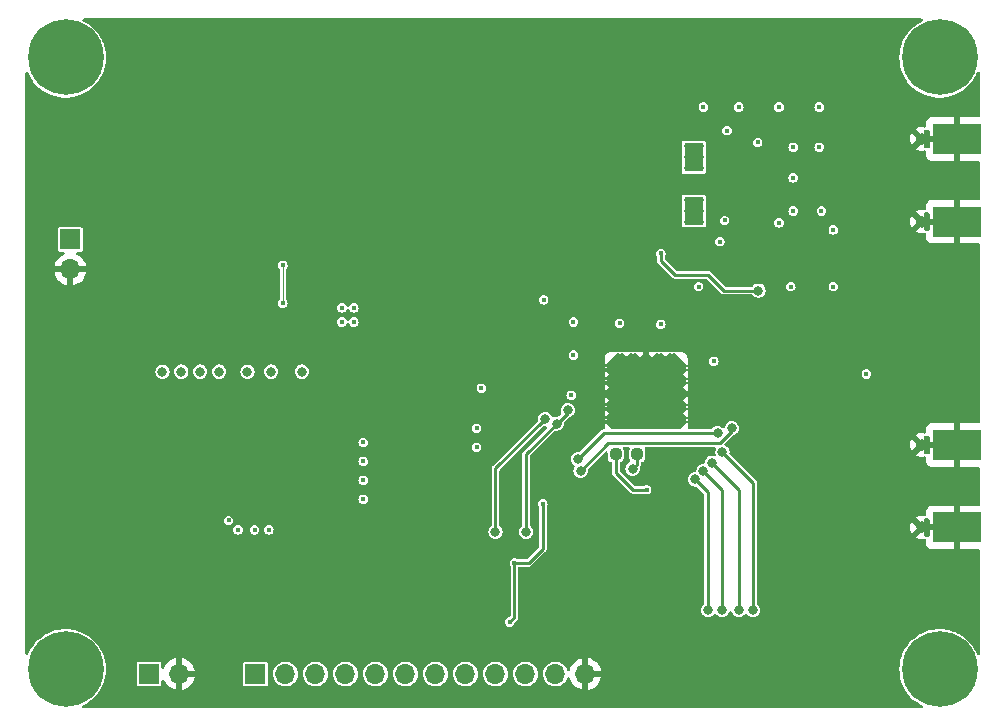
<source format=gbr>
%TF.GenerationSoftware,KiCad,Pcbnew,6.0.6-3a73a75311~116~ubuntu20.04.1*%
%TF.CreationDate,2022-09-22T10:05:31+01:00*%
%TF.ProjectId,UFOMothership,55464f4d-6f74-4686-9572-736869702e6b,rev?*%
%TF.SameCoordinates,Original*%
%TF.FileFunction,Copper,L4,Bot*%
%TF.FilePolarity,Positive*%
%FSLAX46Y46*%
G04 Gerber Fmt 4.6, Leading zero omitted, Abs format (unit mm)*
G04 Created by KiCad (PCBNEW 6.0.6-3a73a75311~116~ubuntu20.04.1) date 2022-09-22 10:05:31*
%MOMM*%
%LPD*%
G01*
G04 APERTURE LIST*
G04 Aperture macros list*
%AMRoundRect*
0 Rectangle with rounded corners*
0 $1 Rounding radius*
0 $2 $3 $4 $5 $6 $7 $8 $9 X,Y pos of 4 corners*
0 Add a 4 corners polygon primitive as box body*
4,1,4,$2,$3,$4,$5,$6,$7,$8,$9,$2,$3,0*
0 Add four circle primitives for the rounded corners*
1,1,$1+$1,$2,$3*
1,1,$1+$1,$4,$5*
1,1,$1+$1,$6,$7*
1,1,$1+$1,$8,$9*
0 Add four rect primitives between the rounded corners*
20,1,$1+$1,$2,$3,$4,$5,0*
20,1,$1+$1,$4,$5,$6,$7,0*
20,1,$1+$1,$6,$7,$8,$9,0*
20,1,$1+$1,$8,$9,$2,$3,0*%
G04 Aperture macros list end*
%TA.AperFunction,ComponentPad*%
%ADD10C,0.800000*%
%TD*%
%TA.AperFunction,ComponentPad*%
%ADD11C,6.400000*%
%TD*%
%TA.AperFunction,SMDPad,CuDef*%
%ADD12RoundRect,0.237500X-0.250000X-0.237500X0.250000X-0.237500X0.250000X0.237500X-0.250000X0.237500X0*%
%TD*%
%TA.AperFunction,ComponentPad*%
%ADD13R,1.700000X1.700000*%
%TD*%
%TA.AperFunction,ComponentPad*%
%ADD14O,1.700000X1.700000*%
%TD*%
%TA.AperFunction,SMDPad,CuDef*%
%ADD15R,0.890000X0.460000*%
%TD*%
%TA.AperFunction,ComponentPad*%
%ADD16C,0.970000*%
%TD*%
%TA.AperFunction,SMDPad,CuDef*%
%ADD17R,4.190000X2.665000*%
%TD*%
%TA.AperFunction,ComponentPad*%
%ADD18C,0.500000*%
%TD*%
%TA.AperFunction,SMDPad,CuDef*%
%ADD19R,6.000000X6.000000*%
%TD*%
%TA.AperFunction,SMDPad,CuDef*%
%ADD20R,1.650000X2.380000*%
%TD*%
%TA.AperFunction,ViaPad*%
%ADD21C,0.400000*%
%TD*%
%TA.AperFunction,ViaPad*%
%ADD22C,0.800000*%
%TD*%
%TA.AperFunction,Conductor*%
%ADD23C,0.250000*%
%TD*%
%TA.AperFunction,Conductor*%
%ADD24C,0.100000*%
%TD*%
G04 APERTURE END LIST*
D10*
%TO.P,REF\u002A\u002A,1*%
%TO.N,N/C*%
X206200000Y-110600000D03*
D11*
X206200000Y-108200000D03*
D10*
X207897056Y-106502944D03*
X204502944Y-106502944D03*
X207897056Y-109897056D03*
X204502944Y-109897056D03*
X203800000Y-108200000D03*
X206200000Y-105800000D03*
X208600000Y-108200000D03*
%TD*%
D11*
%TO.P,REF\u002A\u002A,1*%
%TO.N,N/C*%
X206200000Y-56400000D03*
D10*
X207897056Y-54702944D03*
X204502944Y-58097056D03*
X207897056Y-58097056D03*
X208600000Y-56400000D03*
X206200000Y-58800000D03*
X206200000Y-54000000D03*
X204502944Y-54702944D03*
X203800000Y-56400000D03*
%TD*%
D12*
%TO.P,R5,1*%
%TO.N,+3.3V*%
X178775000Y-90000000D03*
%TO.P,R5,2*%
%TO.N,Net-(R5-Pad2)*%
X180600000Y-90000000D03*
%TD*%
D13*
%TO.P,J6,1,Pin_1*%
%TO.N,+5V*%
X139260000Y-108600000D03*
D14*
%TO.P,J6,2,Pin_2*%
%TO.N,GND*%
X141800000Y-108600000D03*
%TD*%
D15*
%TO.P,J4,2,Ext*%
%TO.N,GND*%
X205125000Y-63307500D03*
D16*
X204680000Y-70292500D03*
X204680000Y-63307500D03*
D17*
X207665000Y-70292500D03*
X207665000Y-63307500D03*
D15*
X205125000Y-70292500D03*
%TD*%
D10*
%TO.P,REF\u002A\u002A,1*%
%TO.N,N/C*%
X130502944Y-106502944D03*
X130502944Y-109897056D03*
X134600000Y-108200000D03*
X133897056Y-106502944D03*
X132200000Y-105800000D03*
X133897056Y-109897056D03*
D11*
X132200000Y-108200000D03*
D10*
X132200000Y-110600000D03*
X129800000Y-108200000D03*
%TD*%
D18*
%TO.P,U3,73,GND*%
%TO.N,GND*%
X180800000Y-86512500D03*
X184100000Y-85412500D03*
X179700000Y-82112500D03*
X178600000Y-82112500D03*
X184100000Y-86512500D03*
X183000000Y-82112500D03*
X180800000Y-87612500D03*
X184100000Y-82112500D03*
X183000000Y-87612500D03*
X184100000Y-84312500D03*
X183000000Y-85412500D03*
X184100000Y-87612500D03*
X178600000Y-85412500D03*
X178600000Y-86512500D03*
D19*
X181350000Y-84862500D03*
D18*
X178600000Y-83212500D03*
X179700000Y-84312500D03*
X181900000Y-87612500D03*
X181900000Y-86512500D03*
X179700000Y-86512500D03*
X180800000Y-83212500D03*
X181900000Y-83212500D03*
X178600000Y-87612500D03*
X180800000Y-84312500D03*
X181900000Y-85412500D03*
X180800000Y-82112500D03*
X180800000Y-85412500D03*
X179700000Y-83212500D03*
X181900000Y-84312500D03*
X179700000Y-87612500D03*
X179700000Y-85412500D03*
X183000000Y-86512500D03*
X183000000Y-83212500D03*
X184100000Y-83212500D03*
X181900000Y-82112500D03*
X183000000Y-84312500D03*
X178600000Y-84312500D03*
%TD*%
D13*
%TO.P,J2,1,Pin_1*%
%TO.N,/GPIO0*%
X148280000Y-108600000D03*
D14*
%TO.P,J2,2,Pin_2*%
%TO.N,/GPIO1*%
X150820000Y-108600000D03*
%TO.P,J2,3,Pin_3*%
%TO.N,/GPIO2*%
X153360000Y-108600000D03*
%TO.P,J2,4,Pin_4*%
%TO.N,/GPIO3*%
X155900000Y-108600000D03*
%TO.P,J2,5,Pin_5*%
%TO.N,/GPIO4*%
X158440000Y-108600000D03*
%TO.P,J2,6,Pin_6*%
%TO.N,/GPIO5*%
X160980000Y-108600000D03*
%TO.P,J2,7,Pin_7*%
%TO.N,/GPIO6*%
X163520000Y-108600000D03*
%TO.P,J2,8,Pin_8*%
%TO.N,/GPIO7*%
X166060000Y-108600000D03*
%TO.P,J2,9,Pin_9*%
%TO.N,/SCL*%
X168600000Y-108600000D03*
%TO.P,J2,10,Pin_10*%
%TO.N,/SDA*%
X171140000Y-108600000D03*
%TO.P,J2,11,Pin_11*%
%TO.N,/TRIGGER_IN*%
X173680000Y-108600000D03*
%TO.P,J2,12,Pin_12*%
%TO.N,GND*%
X176220000Y-108600000D03*
%TD*%
D10*
%TO.P,REF\u002A\u002A,1*%
%TO.N,N/C*%
X130502944Y-54702944D03*
X132200000Y-58800000D03*
X134600000Y-56400000D03*
X133897056Y-58097056D03*
D11*
X132200000Y-56400000D03*
D10*
X133897056Y-54702944D03*
X132200000Y-54000000D03*
X129800000Y-56400000D03*
X130502944Y-58097056D03*
%TD*%
D13*
%TO.P,J1,1,Pin_1*%
%TO.N,+VDC*%
X132600000Y-71800000D03*
D14*
%TO.P,J1,2,Pin_2*%
%TO.N,GND*%
X132600000Y-74340000D03*
%TD*%
D18*
%TO.P,U9,9,OUT*%
%TO.N,/BIAS*%
X184825000Y-70340000D03*
X185975000Y-68460000D03*
X184825000Y-68460000D03*
D20*
X185400000Y-69400000D03*
D18*
X184825000Y-69400000D03*
X185975000Y-70340000D03*
X185975000Y-69400000D03*
%TD*%
D17*
%TO.P,J3,2,Ext*%
%TO.N,GND*%
X207665000Y-89215000D03*
D16*
X204680000Y-96200000D03*
D15*
X205125000Y-89215000D03*
X205125000Y-96200000D03*
D17*
X207665000Y-96200000D03*
D16*
X204680000Y-89215000D03*
%TD*%
D18*
%TO.P,U8,9,OUT*%
%TO.N,/BIAS*%
X185974999Y-63910001D03*
X185974999Y-64850001D03*
D20*
X185399999Y-64850001D03*
D18*
X184824999Y-65790001D03*
X185974999Y-65790001D03*
X184824999Y-64850001D03*
X184824999Y-63910001D03*
%TD*%
D21*
%TO.N,+3.3V*%
X175200000Y-78800000D03*
X175200000Y-81600000D03*
X175000000Y-85000000D03*
%TO.N,GND*%
X149200000Y-74600000D03*
X145000000Y-74600000D03*
X147200000Y-74000000D03*
X142200000Y-74000000D03*
X142200000Y-76400000D03*
X144400000Y-78600000D03*
X142200000Y-78600000D03*
X140600000Y-77400000D03*
X140600000Y-75600000D03*
X140600000Y-72600000D03*
X145000000Y-72600000D03*
X149200000Y-72600000D03*
X154400000Y-75600000D03*
X154400000Y-72800000D03*
X202600000Y-96400000D03*
X204200000Y-99000000D03*
X208200000Y-99000000D03*
X201600000Y-91600000D03*
X203800000Y-91600000D03*
X195400000Y-90000000D03*
X196400000Y-93200000D03*
X199200000Y-94000000D03*
X201600000Y-94000000D03*
X203800000Y-94000000D03*
X208600000Y-85400000D03*
X208600000Y-81000000D03*
X208600000Y-77000000D03*
X208600000Y-73200000D03*
X203800000Y-72400000D03*
X203800000Y-75000000D03*
X203000000Y-78600000D03*
X200800000Y-81000000D03*
X195200000Y-81800000D03*
X197800000Y-79800000D03*
X200200000Y-77800000D03*
X201800000Y-75000000D03*
X201800000Y-72400000D03*
X201800000Y-70200000D03*
X203400000Y-89800000D03*
X203400000Y-87200000D03*
X203400000Y-84600000D03*
X203400000Y-83000000D03*
%TO.N,+3.3V*%
X169800000Y-104200000D03*
X170200000Y-99200000D03*
X181400000Y-93000000D03*
X172600000Y-94200000D03*
%TO.N,GND*%
X185400000Y-104200000D03*
X184800000Y-100600000D03*
X192400000Y-95200000D03*
X194000000Y-92000000D03*
X171200000Y-78600000D03*
X183400000Y-62200000D03*
%TO.N,+VDC*%
X182600000Y-73000000D03*
%TO.N,GND*%
X195400000Y-74400000D03*
X179400000Y-69000000D03*
X179400000Y-65400000D03*
%TO.N,/BIAS*%
X187600000Y-72000000D03*
X188000000Y-70200000D03*
%TO.N,GND*%
X190000000Y-71800000D03*
X190000000Y-70400000D03*
X183800000Y-72000000D03*
X183400000Y-76200000D03*
X180000000Y-76200000D03*
X177000000Y-76200000D03*
X170000000Y-77400000D03*
%TO.N,+5V*%
X200000000Y-83200000D03*
%TO.N,GND*%
X189800000Y-87000000D03*
X190800000Y-84000000D03*
X190800000Y-80200000D03*
X190800000Y-82000000D03*
%TO.N,+3.3V*%
X187087500Y-82112500D03*
X179100000Y-78900000D03*
X182600000Y-79000000D03*
X172675000Y-76925000D03*
%TO.N,/BIAS*%
X192600000Y-70400000D03*
X190800000Y-63600000D03*
X188200000Y-62600000D03*
X185800000Y-75800000D03*
X193600000Y-75800000D03*
X197200000Y-75800000D03*
X197200000Y-71000000D03*
X196200000Y-69400000D03*
X193800000Y-69400000D03*
X193800000Y-66600000D03*
X193800000Y-64000000D03*
X196000000Y-64000000D03*
X196000000Y-60600000D03*
X192600000Y-60600000D03*
X189200000Y-60600000D03*
X186200000Y-60600000D03*
%TO.N,GND*%
X170200000Y-79800000D03*
X163000000Y-85600000D03*
X161400000Y-85600000D03*
X159800000Y-85600000D03*
X158600000Y-85600000D03*
%TO.N,+3.3V*%
X167400000Y-84400000D03*
X167000000Y-87800000D03*
X167000000Y-89400000D03*
%TO.N,+5V*%
X146000000Y-95600000D03*
X146800000Y-96400000D03*
X148200000Y-96400000D03*
X149400000Y-96400000D03*
%TO.N,+3.3V*%
X157400000Y-93800000D03*
X157400000Y-92200000D03*
X157400000Y-90600000D03*
X157400000Y-89000000D03*
%TO.N,GND*%
X146000000Y-89800000D03*
X147200000Y-88200000D03*
X144800000Y-88200000D03*
X143600000Y-89800000D03*
X143600000Y-94400000D03*
X143600000Y-92000000D03*
%TO.N,+VDC*%
X155600000Y-78800000D03*
X155600000Y-77600000D03*
X156600000Y-78800000D03*
X156600000Y-77600000D03*
%TO.N,GND*%
X152800000Y-80600000D03*
X152800000Y-79600000D03*
X150600000Y-79400000D03*
X147600000Y-79400000D03*
X148600000Y-79400000D03*
X149600000Y-79400000D03*
X151600000Y-81000000D03*
X150600000Y-81000000D03*
X149600000Y-81000000D03*
X148600000Y-81000000D03*
X147600000Y-81000000D03*
X146400000Y-80200000D03*
X147600000Y-80200000D03*
X148600000Y-80200000D03*
X149600000Y-80200000D03*
X150600000Y-80200000D03*
X151600000Y-80200000D03*
X151600000Y-79400000D03*
%TO.N,Net-(C3-Pad2)*%
X150600000Y-77200000D03*
X150600000Y-74000000D03*
D22*
%TO.N,+VDC*%
X190862501Y-76137499D03*
%TO.N,+5V*%
X140400000Y-83000000D03*
X142000000Y-83000000D03*
X143600000Y-83000000D03*
X145200000Y-83000000D03*
X147600000Y-83000000D03*
X149600000Y-83000000D03*
X152200000Y-83000000D03*
%TO.N,/SDA*%
X174713357Y-86264160D03*
X173800000Y-87400000D03*
X171200000Y-96574001D03*
%TO.N,/SCL*%
X172800000Y-87000000D03*
X168600000Y-96574001D03*
%TO.N,/GPIO0*%
X175600000Y-90400000D03*
X187400000Y-88200000D03*
%TO.N,/GPIO1*%
X188600000Y-87800000D03*
X175800000Y-91400000D03*
%TO.N,Net-(R5-Pad2)*%
X180211829Y-91212770D03*
%TO.N,TDO*%
X187812299Y-89812299D03*
X190400000Y-103200000D03*
%TO.N,TDI*%
X186912299Y-90712299D03*
X189200000Y-103200000D03*
%TO.N,TMS*%
X185498789Y-92125809D03*
X186600000Y-103200000D03*
%TO.N,TCK*%
X186205544Y-91419054D03*
X187800000Y-103200000D03*
%TD*%
D23*
%TO.N,+3.3V*%
X169800000Y-104200000D02*
X170200000Y-103800000D01*
X170200000Y-103800000D02*
X170200000Y-99200000D01*
X171400000Y-99200000D02*
X172600000Y-98000000D01*
X172600000Y-98000000D02*
X172600000Y-94200000D01*
X170200000Y-99200000D02*
X171400000Y-99200000D01*
X180200000Y-93000000D02*
X181400000Y-93000000D01*
X178775000Y-90000000D02*
X178775000Y-91575000D01*
X178775000Y-91575000D02*
X180000000Y-92800000D01*
X180000000Y-92800000D02*
X180200000Y-93000000D01*
%TO.N,+VDC*%
X190862501Y-76137499D02*
X187937499Y-76137499D01*
X187937499Y-76137499D02*
X186800000Y-75000000D01*
X186800000Y-75000000D02*
X186600000Y-74800000D01*
X186600000Y-74800000D02*
X183800000Y-74800000D01*
X183800000Y-74800000D02*
X182600000Y-73600000D01*
X182600000Y-73600000D02*
X182600000Y-73000000D01*
D24*
%TO.N,Net-(C3-Pad2)*%
X150600000Y-77200000D02*
X150600000Y-74000000D01*
D23*
%TO.N,/SCL*%
X168600000Y-91200000D02*
X172800000Y-87000000D01*
X168600000Y-96574001D02*
X168600000Y-91200000D01*
%TO.N,/SDA*%
X171200000Y-96574001D02*
X171200000Y-90000000D01*
X171200000Y-90000000D02*
X173800000Y-87400000D01*
X173800000Y-87400000D02*
X174713357Y-86486643D01*
X174713357Y-86486643D02*
X174713357Y-86264160D01*
%TO.N,Net-(R5-Pad2)*%
X180600000Y-90000000D02*
X180600000Y-90824599D01*
X180600000Y-90824599D02*
X180211829Y-91212770D01*
%TO.N,/GPIO0*%
X177800000Y-88200000D02*
X175600000Y-90400000D01*
X187400000Y-88200000D02*
X177800000Y-88200000D01*
%TO.N,/GPIO1*%
X187575097Y-89049501D02*
X178150499Y-89049501D01*
X178150499Y-89049501D02*
X175800000Y-91400000D01*
X188600000Y-87800000D02*
X188600000Y-88024598D01*
X188600000Y-88024598D02*
X187575097Y-89049501D01*
%TO.N,TDI*%
X189200000Y-103200000D02*
X189200000Y-93000000D01*
X189200000Y-93000000D02*
X186912299Y-90712299D01*
%TO.N,TCK*%
X187800000Y-103200000D02*
X187800000Y-93013510D01*
X187800000Y-93013510D02*
X186205544Y-91419054D01*
%TO.N,TMS*%
X186600000Y-103200000D02*
X186600000Y-93227020D01*
%TO.N,TDO*%
X190400000Y-92400000D02*
X187812299Y-89812299D01*
X190400000Y-103200000D02*
X190400000Y-92400000D01*
%TO.N,TMS*%
X186600000Y-93227020D02*
X185498789Y-92125809D01*
%TD*%
%TA.AperFunction,Conductor*%
%TO.N,GND*%
G36*
X204728493Y-53120502D02*
G01*
X204774986Y-53174158D01*
X204785090Y-53244432D01*
X204755596Y-53309012D01*
X204713023Y-53340972D01*
X204611723Y-53387565D01*
X204608789Y-53389321D01*
X204608787Y-53389322D01*
X204514763Y-53445594D01*
X204295672Y-53576718D01*
X204001898Y-53798897D01*
X203733837Y-54051505D01*
X203494626Y-54331585D01*
X203492698Y-54334412D01*
X203492696Y-54334414D01*
X203486251Y-54343862D01*
X203287062Y-54635862D01*
X203113574Y-54960776D01*
X203112299Y-54963948D01*
X203112297Y-54963952D01*
X203012173Y-55213021D01*
X202976192Y-55302526D01*
X202876521Y-55657115D01*
X202875959Y-55660472D01*
X202875959Y-55660473D01*
X202874015Y-55672093D01*
X202815729Y-56020393D01*
X202794527Y-56388113D01*
X202813162Y-56755971D01*
X202813699Y-56759326D01*
X202813700Y-56759332D01*
X202854038Y-57011170D01*
X202871416Y-57119665D01*
X202968608Y-57474941D01*
X203103602Y-57817642D01*
X203274817Y-58143759D01*
X203276718Y-58146588D01*
X203276724Y-58146598D01*
X203461707Y-58421879D01*
X203480252Y-58449477D01*
X203717502Y-58731221D01*
X203820006Y-58829176D01*
X203981329Y-58983341D01*
X203981336Y-58983347D01*
X203983792Y-58985694D01*
X204276008Y-59209919D01*
X204590731Y-59401274D01*
X204924279Y-59557519D01*
X204927497Y-59558621D01*
X204927500Y-59558622D01*
X205269528Y-59675725D01*
X205269536Y-59675727D01*
X205272751Y-59676828D01*
X205632070Y-59757804D01*
X205715002Y-59767253D01*
X205994650Y-59799115D01*
X205994658Y-59799115D01*
X205998033Y-59799500D01*
X206001437Y-59799518D01*
X206001440Y-59799518D01*
X206201074Y-59800563D01*
X206366358Y-59801428D01*
X206369744Y-59801078D01*
X206369746Y-59801078D01*
X206729345Y-59763918D01*
X206729354Y-59763917D01*
X206732737Y-59763567D01*
X206736070Y-59762853D01*
X206736073Y-59762852D01*
X206913488Y-59724817D01*
X207092884Y-59686358D01*
X207442586Y-59570705D01*
X207777752Y-59417961D01*
X207874965Y-59360240D01*
X208091516Y-59231662D01*
X208091521Y-59231659D01*
X208094461Y-59229913D01*
X208121091Y-59209919D01*
X208386276Y-59010812D01*
X208389009Y-59008760D01*
X208657950Y-58757089D01*
X208898138Y-58477846D01*
X208915838Y-58452093D01*
X209104831Y-58177104D01*
X209106762Y-58174295D01*
X209108374Y-58171301D01*
X209108379Y-58171293D01*
X209279761Y-57853001D01*
X209281383Y-57849989D01*
X209356757Y-57664365D01*
X209400919Y-57608774D01*
X209468124Y-57585884D01*
X209537036Y-57602961D01*
X209585776Y-57654584D01*
X209599500Y-57711769D01*
X209599500Y-61341000D01*
X209579498Y-61409121D01*
X209525842Y-61455614D01*
X209473500Y-61467000D01*
X207937115Y-61467000D01*
X207921876Y-61471475D01*
X207920671Y-61472865D01*
X207919000Y-61480548D01*
X207919000Y-65129884D01*
X207923475Y-65145123D01*
X207924865Y-65146328D01*
X207932548Y-65147999D01*
X209473500Y-65147999D01*
X209541621Y-65168001D01*
X209588114Y-65221657D01*
X209599500Y-65273999D01*
X209599500Y-68326000D01*
X209579498Y-68394121D01*
X209525842Y-68440614D01*
X209473500Y-68452000D01*
X207937115Y-68452000D01*
X207921876Y-68456475D01*
X207920671Y-68457865D01*
X207919000Y-68465548D01*
X207919000Y-72114884D01*
X207923475Y-72130123D01*
X207924865Y-72131328D01*
X207932548Y-72132999D01*
X209473500Y-72132999D01*
X209541621Y-72153001D01*
X209588114Y-72206657D01*
X209599500Y-72258999D01*
X209599500Y-87248500D01*
X209579498Y-87316621D01*
X209525842Y-87363114D01*
X209473500Y-87374500D01*
X207937115Y-87374500D01*
X207921876Y-87378975D01*
X207920671Y-87380365D01*
X207919000Y-87388048D01*
X207919000Y-91037384D01*
X207923475Y-91052623D01*
X207924865Y-91053828D01*
X207932548Y-91055499D01*
X209473500Y-91055499D01*
X209541621Y-91075501D01*
X209588114Y-91129157D01*
X209599500Y-91181499D01*
X209599500Y-94233500D01*
X209579498Y-94301621D01*
X209525842Y-94348114D01*
X209473500Y-94359500D01*
X207937115Y-94359500D01*
X207921876Y-94363975D01*
X207920671Y-94365365D01*
X207919000Y-94373048D01*
X207919000Y-98022384D01*
X207923475Y-98037623D01*
X207924865Y-98038828D01*
X207932548Y-98040499D01*
X209473500Y-98040499D01*
X209541621Y-98060501D01*
X209588114Y-98114157D01*
X209599500Y-98166499D01*
X209599500Y-106888303D01*
X209579498Y-106956424D01*
X209525842Y-107002917D01*
X209455568Y-107013021D01*
X209390988Y-106983527D01*
X209356429Y-106934891D01*
X209292690Y-106774722D01*
X209291431Y-106771558D01*
X209261358Y-106714760D01*
X209120677Y-106449060D01*
X209120673Y-106449053D01*
X209119078Y-106446041D01*
X208912578Y-106141041D01*
X208674346Y-105860128D01*
X208407168Y-105606586D01*
X208114172Y-105383382D01*
X208111260Y-105381625D01*
X208111255Y-105381622D01*
X207801705Y-105194889D01*
X207801696Y-105194884D01*
X207798783Y-105193127D01*
X207795693Y-105191693D01*
X207795688Y-105191690D01*
X207631737Y-105115587D01*
X207464691Y-105038047D01*
X207461466Y-105036955D01*
X207461460Y-105036953D01*
X207119032Y-104921048D01*
X207119027Y-104921047D01*
X207115805Y-104919956D01*
X206881920Y-104868104D01*
X206759536Y-104840972D01*
X206759532Y-104840971D01*
X206756206Y-104840234D01*
X206606624Y-104823720D01*
X206393482Y-104800189D01*
X206393475Y-104800189D01*
X206390100Y-104799816D01*
X206386701Y-104799810D01*
X206386700Y-104799810D01*
X206212980Y-104799507D01*
X206021770Y-104799173D01*
X205884556Y-104813837D01*
X205658910Y-104837951D01*
X205658904Y-104837952D01*
X205655526Y-104838313D01*
X205295650Y-104916779D01*
X204946354Y-105033652D01*
X204943261Y-105035075D01*
X204943260Y-105035075D01*
X204933674Y-105039484D01*
X204611723Y-105187565D01*
X204608789Y-105189321D01*
X204608787Y-105189322D01*
X204514763Y-105245594D01*
X204295672Y-105376718D01*
X204001898Y-105598897D01*
X203733837Y-105851505D01*
X203494626Y-106131585D01*
X203492698Y-106134412D01*
X203492696Y-106134414D01*
X203486251Y-106143862D01*
X203287062Y-106435862D01*
X203113574Y-106760776D01*
X203112299Y-106763948D01*
X203112297Y-106763952D01*
X203012173Y-107013021D01*
X202976192Y-107102526D01*
X202975273Y-107105794D01*
X202975271Y-107105801D01*
X202877442Y-107453837D01*
X202876521Y-107457115D01*
X202875959Y-107460472D01*
X202875959Y-107460473D01*
X202832203Y-107721951D01*
X202815729Y-107820393D01*
X202794527Y-108188113D01*
X202813162Y-108555971D01*
X202813699Y-108559326D01*
X202813700Y-108559332D01*
X202824935Y-108629474D01*
X202871416Y-108919665D01*
X202968608Y-109274941D01*
X203052067Y-109486812D01*
X203084521Y-109569201D01*
X203103602Y-109617642D01*
X203113838Y-109637139D01*
X203269900Y-109934393D01*
X203274817Y-109943759D01*
X203276718Y-109946588D01*
X203276724Y-109946598D01*
X203461707Y-110221879D01*
X203480252Y-110249477D01*
X203717502Y-110531221D01*
X203820006Y-110629176D01*
X203981329Y-110783341D01*
X203981336Y-110783347D01*
X203983792Y-110785694D01*
X204276008Y-111009919D01*
X204590731Y-111201274D01*
X204593814Y-111202718D01*
X204714813Y-111259398D01*
X204768016Y-111306408D01*
X204787358Y-111374719D01*
X204766698Y-111442643D01*
X204712595Y-111488615D01*
X204661364Y-111499500D01*
X133740291Y-111499500D01*
X133672170Y-111479498D01*
X133625677Y-111425842D01*
X133615573Y-111355568D01*
X133645067Y-111290988D01*
X133688040Y-111258845D01*
X133774640Y-111219379D01*
X133777752Y-111217961D01*
X133874965Y-111160240D01*
X134091516Y-111031662D01*
X134091521Y-111031659D01*
X134094461Y-111029913D01*
X134121091Y-111009919D01*
X134386276Y-110810812D01*
X134389009Y-110808760D01*
X134657950Y-110557089D01*
X134898138Y-110277846D01*
X134915838Y-110252093D01*
X135104831Y-109977104D01*
X135106762Y-109974295D01*
X135108374Y-109971301D01*
X135108379Y-109971293D01*
X135279761Y-109653001D01*
X135281383Y-109649989D01*
X135354571Y-109469748D01*
X138209500Y-109469748D01*
X138210707Y-109475816D01*
X138217872Y-109511835D01*
X138221133Y-109528231D01*
X138265448Y-109594552D01*
X138331769Y-109638867D01*
X138343938Y-109641288D01*
X138343939Y-109641288D01*
X138371766Y-109646823D01*
X138390252Y-109650500D01*
X140129748Y-109650500D01*
X140148234Y-109646823D01*
X140176061Y-109641288D01*
X140176062Y-109641288D01*
X140188231Y-109638867D01*
X140254552Y-109594552D01*
X140298867Y-109528231D01*
X140302129Y-109511835D01*
X140309293Y-109475816D01*
X140310500Y-109469748D01*
X140310500Y-109186752D01*
X140330502Y-109118631D01*
X140384158Y-109072138D01*
X140454432Y-109062034D01*
X140519012Y-109091528D01*
X140553243Y-109139348D01*
X140581770Y-109209603D01*
X140586413Y-109218794D01*
X140697694Y-109400388D01*
X140703777Y-109408699D01*
X140843213Y-109569667D01*
X140850580Y-109576883D01*
X141014434Y-109712916D01*
X141022881Y-109718831D01*
X141206756Y-109826279D01*
X141216042Y-109830729D01*
X141415001Y-109906703D01*
X141424899Y-109909579D01*
X141528250Y-109930606D01*
X141542299Y-109929410D01*
X141546000Y-109919065D01*
X141546000Y-109918517D01*
X142054000Y-109918517D01*
X142058064Y-109932359D01*
X142071478Y-109934393D01*
X142078184Y-109933534D01*
X142088262Y-109931392D01*
X142292255Y-109870191D01*
X142301842Y-109866433D01*
X142493095Y-109772739D01*
X142501945Y-109767464D01*
X142675328Y-109643792D01*
X142683200Y-109637139D01*
X142834052Y-109486812D01*
X142840730Y-109478965D01*
X142847353Y-109469748D01*
X147229500Y-109469748D01*
X147230707Y-109475816D01*
X147237872Y-109511835D01*
X147241133Y-109528231D01*
X147285448Y-109594552D01*
X147351769Y-109638867D01*
X147363938Y-109641288D01*
X147363939Y-109641288D01*
X147391766Y-109646823D01*
X147410252Y-109650500D01*
X149149748Y-109650500D01*
X149168234Y-109646823D01*
X149196061Y-109641288D01*
X149196062Y-109641288D01*
X149208231Y-109638867D01*
X149274552Y-109594552D01*
X149318867Y-109528231D01*
X149322129Y-109511835D01*
X149329293Y-109475816D01*
X149330500Y-109469748D01*
X149330500Y-108585262D01*
X149764520Y-108585262D01*
X149781759Y-108790553D01*
X149783458Y-108796478D01*
X149829395Y-108956678D01*
X149838544Y-108988586D01*
X149841359Y-108994063D01*
X149841360Y-108994066D01*
X149916025Y-109139348D01*
X149932712Y-109171818D01*
X150060677Y-109333270D01*
X150065370Y-109337264D01*
X150065371Y-109337265D01*
X150190449Y-109443714D01*
X150217564Y-109466791D01*
X150222942Y-109469797D01*
X150222944Y-109469798D01*
X150298161Y-109511835D01*
X150397398Y-109567297D01*
X150481280Y-109594552D01*
X150587471Y-109629056D01*
X150587475Y-109629057D01*
X150593329Y-109630959D01*
X150797894Y-109655351D01*
X150804029Y-109654879D01*
X150804031Y-109654879D01*
X150876625Y-109649293D01*
X151003300Y-109639546D01*
X151009230Y-109637890D01*
X151009232Y-109637890D01*
X151195797Y-109585800D01*
X151195796Y-109585800D01*
X151201725Y-109584145D01*
X151207214Y-109581372D01*
X151207220Y-109581370D01*
X151380116Y-109494033D01*
X151385610Y-109491258D01*
X151401345Y-109478965D01*
X151501919Y-109400388D01*
X151547951Y-109364424D01*
X151593313Y-109311872D01*
X151678540Y-109213134D01*
X151678540Y-109213133D01*
X151682564Y-109208472D01*
X151703387Y-109171818D01*
X151733601Y-109118631D01*
X151784323Y-109029344D01*
X151849351Y-108833863D01*
X151875171Y-108629474D01*
X151875583Y-108600000D01*
X151874138Y-108585262D01*
X152304520Y-108585262D01*
X152321759Y-108790553D01*
X152323458Y-108796478D01*
X152369395Y-108956678D01*
X152378544Y-108988586D01*
X152381359Y-108994063D01*
X152381360Y-108994066D01*
X152456025Y-109139348D01*
X152472712Y-109171818D01*
X152600677Y-109333270D01*
X152605370Y-109337264D01*
X152605371Y-109337265D01*
X152730449Y-109443714D01*
X152757564Y-109466791D01*
X152762942Y-109469797D01*
X152762944Y-109469798D01*
X152838161Y-109511835D01*
X152937398Y-109567297D01*
X153021280Y-109594552D01*
X153127471Y-109629056D01*
X153127475Y-109629057D01*
X153133329Y-109630959D01*
X153337894Y-109655351D01*
X153344029Y-109654879D01*
X153344031Y-109654879D01*
X153416625Y-109649293D01*
X153543300Y-109639546D01*
X153549230Y-109637890D01*
X153549232Y-109637890D01*
X153735797Y-109585800D01*
X153735796Y-109585800D01*
X153741725Y-109584145D01*
X153747214Y-109581372D01*
X153747220Y-109581370D01*
X153920116Y-109494033D01*
X153925610Y-109491258D01*
X153941345Y-109478965D01*
X154041919Y-109400388D01*
X154087951Y-109364424D01*
X154133313Y-109311872D01*
X154218540Y-109213134D01*
X154218540Y-109213133D01*
X154222564Y-109208472D01*
X154243387Y-109171818D01*
X154273601Y-109118631D01*
X154324323Y-109029344D01*
X154389351Y-108833863D01*
X154415171Y-108629474D01*
X154415583Y-108600000D01*
X154414138Y-108585262D01*
X154844520Y-108585262D01*
X154861759Y-108790553D01*
X154863458Y-108796478D01*
X154909395Y-108956678D01*
X154918544Y-108988586D01*
X154921359Y-108994063D01*
X154921360Y-108994066D01*
X154996025Y-109139348D01*
X155012712Y-109171818D01*
X155140677Y-109333270D01*
X155145370Y-109337264D01*
X155145371Y-109337265D01*
X155270449Y-109443714D01*
X155297564Y-109466791D01*
X155302942Y-109469797D01*
X155302944Y-109469798D01*
X155378161Y-109511835D01*
X155477398Y-109567297D01*
X155561280Y-109594552D01*
X155667471Y-109629056D01*
X155667475Y-109629057D01*
X155673329Y-109630959D01*
X155877894Y-109655351D01*
X155884029Y-109654879D01*
X155884031Y-109654879D01*
X155956625Y-109649293D01*
X156083300Y-109639546D01*
X156089230Y-109637890D01*
X156089232Y-109637890D01*
X156275797Y-109585800D01*
X156275796Y-109585800D01*
X156281725Y-109584145D01*
X156287214Y-109581372D01*
X156287220Y-109581370D01*
X156460116Y-109494033D01*
X156465610Y-109491258D01*
X156481345Y-109478965D01*
X156581919Y-109400388D01*
X156627951Y-109364424D01*
X156673313Y-109311872D01*
X156758540Y-109213134D01*
X156758540Y-109213133D01*
X156762564Y-109208472D01*
X156783387Y-109171818D01*
X156813601Y-109118631D01*
X156864323Y-109029344D01*
X156929351Y-108833863D01*
X156955171Y-108629474D01*
X156955583Y-108600000D01*
X156954138Y-108585262D01*
X157384520Y-108585262D01*
X157401759Y-108790553D01*
X157403458Y-108796478D01*
X157449395Y-108956678D01*
X157458544Y-108988586D01*
X157461359Y-108994063D01*
X157461360Y-108994066D01*
X157536025Y-109139348D01*
X157552712Y-109171818D01*
X157680677Y-109333270D01*
X157685370Y-109337264D01*
X157685371Y-109337265D01*
X157810449Y-109443714D01*
X157837564Y-109466791D01*
X157842942Y-109469797D01*
X157842944Y-109469798D01*
X157918161Y-109511835D01*
X158017398Y-109567297D01*
X158101280Y-109594552D01*
X158207471Y-109629056D01*
X158207475Y-109629057D01*
X158213329Y-109630959D01*
X158417894Y-109655351D01*
X158424029Y-109654879D01*
X158424031Y-109654879D01*
X158496625Y-109649293D01*
X158623300Y-109639546D01*
X158629230Y-109637890D01*
X158629232Y-109637890D01*
X158815797Y-109585800D01*
X158815796Y-109585800D01*
X158821725Y-109584145D01*
X158827214Y-109581372D01*
X158827220Y-109581370D01*
X159000116Y-109494033D01*
X159005610Y-109491258D01*
X159021345Y-109478965D01*
X159121919Y-109400388D01*
X159167951Y-109364424D01*
X159213313Y-109311872D01*
X159298540Y-109213134D01*
X159298540Y-109213133D01*
X159302564Y-109208472D01*
X159323387Y-109171818D01*
X159353601Y-109118631D01*
X159404323Y-109029344D01*
X159469351Y-108833863D01*
X159495171Y-108629474D01*
X159495583Y-108600000D01*
X159494138Y-108585262D01*
X159924520Y-108585262D01*
X159941759Y-108790553D01*
X159943458Y-108796478D01*
X159989395Y-108956678D01*
X159998544Y-108988586D01*
X160001359Y-108994063D01*
X160001360Y-108994066D01*
X160076025Y-109139348D01*
X160092712Y-109171818D01*
X160220677Y-109333270D01*
X160225370Y-109337264D01*
X160225371Y-109337265D01*
X160350449Y-109443714D01*
X160377564Y-109466791D01*
X160382942Y-109469797D01*
X160382944Y-109469798D01*
X160458161Y-109511835D01*
X160557398Y-109567297D01*
X160641280Y-109594552D01*
X160747471Y-109629056D01*
X160747475Y-109629057D01*
X160753329Y-109630959D01*
X160957894Y-109655351D01*
X160964029Y-109654879D01*
X160964031Y-109654879D01*
X161036625Y-109649293D01*
X161163300Y-109639546D01*
X161169230Y-109637890D01*
X161169232Y-109637890D01*
X161355797Y-109585800D01*
X161355796Y-109585800D01*
X161361725Y-109584145D01*
X161367214Y-109581372D01*
X161367220Y-109581370D01*
X161540116Y-109494033D01*
X161545610Y-109491258D01*
X161561345Y-109478965D01*
X161661919Y-109400388D01*
X161707951Y-109364424D01*
X161753313Y-109311872D01*
X161838540Y-109213134D01*
X161838540Y-109213133D01*
X161842564Y-109208472D01*
X161863387Y-109171818D01*
X161893601Y-109118631D01*
X161944323Y-109029344D01*
X162009351Y-108833863D01*
X162035171Y-108629474D01*
X162035583Y-108600000D01*
X162034138Y-108585262D01*
X162464520Y-108585262D01*
X162481759Y-108790553D01*
X162483458Y-108796478D01*
X162529395Y-108956678D01*
X162538544Y-108988586D01*
X162541359Y-108994063D01*
X162541360Y-108994066D01*
X162616025Y-109139348D01*
X162632712Y-109171818D01*
X162760677Y-109333270D01*
X162765370Y-109337264D01*
X162765371Y-109337265D01*
X162890449Y-109443714D01*
X162917564Y-109466791D01*
X162922942Y-109469797D01*
X162922944Y-109469798D01*
X162998161Y-109511835D01*
X163097398Y-109567297D01*
X163181280Y-109594552D01*
X163287471Y-109629056D01*
X163287475Y-109629057D01*
X163293329Y-109630959D01*
X163497894Y-109655351D01*
X163504029Y-109654879D01*
X163504031Y-109654879D01*
X163576625Y-109649293D01*
X163703300Y-109639546D01*
X163709230Y-109637890D01*
X163709232Y-109637890D01*
X163895797Y-109585800D01*
X163895796Y-109585800D01*
X163901725Y-109584145D01*
X163907214Y-109581372D01*
X163907220Y-109581370D01*
X164080116Y-109494033D01*
X164085610Y-109491258D01*
X164101345Y-109478965D01*
X164201919Y-109400388D01*
X164247951Y-109364424D01*
X164293313Y-109311872D01*
X164378540Y-109213134D01*
X164378540Y-109213133D01*
X164382564Y-109208472D01*
X164403387Y-109171818D01*
X164433601Y-109118631D01*
X164484323Y-109029344D01*
X164549351Y-108833863D01*
X164575171Y-108629474D01*
X164575583Y-108600000D01*
X164574138Y-108585262D01*
X165004520Y-108585262D01*
X165021759Y-108790553D01*
X165023458Y-108796478D01*
X165069395Y-108956678D01*
X165078544Y-108988586D01*
X165081359Y-108994063D01*
X165081360Y-108994066D01*
X165156025Y-109139348D01*
X165172712Y-109171818D01*
X165300677Y-109333270D01*
X165305370Y-109337264D01*
X165305371Y-109337265D01*
X165430449Y-109443714D01*
X165457564Y-109466791D01*
X165462942Y-109469797D01*
X165462944Y-109469798D01*
X165538161Y-109511835D01*
X165637398Y-109567297D01*
X165721280Y-109594552D01*
X165827471Y-109629056D01*
X165827475Y-109629057D01*
X165833329Y-109630959D01*
X166037894Y-109655351D01*
X166044029Y-109654879D01*
X166044031Y-109654879D01*
X166116625Y-109649293D01*
X166243300Y-109639546D01*
X166249230Y-109637890D01*
X166249232Y-109637890D01*
X166435797Y-109585800D01*
X166435796Y-109585800D01*
X166441725Y-109584145D01*
X166447214Y-109581372D01*
X166447220Y-109581370D01*
X166620116Y-109494033D01*
X166625610Y-109491258D01*
X166641345Y-109478965D01*
X166741919Y-109400388D01*
X166787951Y-109364424D01*
X166833313Y-109311872D01*
X166918540Y-109213134D01*
X166918540Y-109213133D01*
X166922564Y-109208472D01*
X166943387Y-109171818D01*
X166973601Y-109118631D01*
X167024323Y-109029344D01*
X167089351Y-108833863D01*
X167115171Y-108629474D01*
X167115583Y-108600000D01*
X167114138Y-108585262D01*
X167544520Y-108585262D01*
X167561759Y-108790553D01*
X167563458Y-108796478D01*
X167609395Y-108956678D01*
X167618544Y-108988586D01*
X167621359Y-108994063D01*
X167621360Y-108994066D01*
X167696025Y-109139348D01*
X167712712Y-109171818D01*
X167840677Y-109333270D01*
X167845370Y-109337264D01*
X167845371Y-109337265D01*
X167970449Y-109443714D01*
X167997564Y-109466791D01*
X168002942Y-109469797D01*
X168002944Y-109469798D01*
X168078161Y-109511835D01*
X168177398Y-109567297D01*
X168261280Y-109594552D01*
X168367471Y-109629056D01*
X168367475Y-109629057D01*
X168373329Y-109630959D01*
X168577894Y-109655351D01*
X168584029Y-109654879D01*
X168584031Y-109654879D01*
X168656625Y-109649293D01*
X168783300Y-109639546D01*
X168789230Y-109637890D01*
X168789232Y-109637890D01*
X168975797Y-109585800D01*
X168975796Y-109585800D01*
X168981725Y-109584145D01*
X168987214Y-109581372D01*
X168987220Y-109581370D01*
X169160116Y-109494033D01*
X169165610Y-109491258D01*
X169181345Y-109478965D01*
X169281919Y-109400388D01*
X169327951Y-109364424D01*
X169373313Y-109311872D01*
X169458540Y-109213134D01*
X169458540Y-109213133D01*
X169462564Y-109208472D01*
X169483387Y-109171818D01*
X169513601Y-109118631D01*
X169564323Y-109029344D01*
X169629351Y-108833863D01*
X169655171Y-108629474D01*
X169655583Y-108600000D01*
X169654138Y-108585262D01*
X170084520Y-108585262D01*
X170101759Y-108790553D01*
X170103458Y-108796478D01*
X170149395Y-108956678D01*
X170158544Y-108988586D01*
X170161359Y-108994063D01*
X170161360Y-108994066D01*
X170236025Y-109139348D01*
X170252712Y-109171818D01*
X170380677Y-109333270D01*
X170385370Y-109337264D01*
X170385371Y-109337265D01*
X170510449Y-109443714D01*
X170537564Y-109466791D01*
X170542942Y-109469797D01*
X170542944Y-109469798D01*
X170618161Y-109511835D01*
X170717398Y-109567297D01*
X170801280Y-109594552D01*
X170907471Y-109629056D01*
X170907475Y-109629057D01*
X170913329Y-109630959D01*
X171117894Y-109655351D01*
X171124029Y-109654879D01*
X171124031Y-109654879D01*
X171196625Y-109649293D01*
X171323300Y-109639546D01*
X171329230Y-109637890D01*
X171329232Y-109637890D01*
X171515797Y-109585800D01*
X171515796Y-109585800D01*
X171521725Y-109584145D01*
X171527214Y-109581372D01*
X171527220Y-109581370D01*
X171700116Y-109494033D01*
X171705610Y-109491258D01*
X171721345Y-109478965D01*
X171821919Y-109400388D01*
X171867951Y-109364424D01*
X171913313Y-109311872D01*
X171998540Y-109213134D01*
X171998540Y-109213133D01*
X172002564Y-109208472D01*
X172023387Y-109171818D01*
X172053601Y-109118631D01*
X172104323Y-109029344D01*
X172169351Y-108833863D01*
X172195171Y-108629474D01*
X172195583Y-108600000D01*
X172194138Y-108585262D01*
X172624520Y-108585262D01*
X172641759Y-108790553D01*
X172643458Y-108796478D01*
X172689395Y-108956678D01*
X172698544Y-108988586D01*
X172701359Y-108994063D01*
X172701360Y-108994066D01*
X172776025Y-109139348D01*
X172792712Y-109171818D01*
X172920677Y-109333270D01*
X172925370Y-109337264D01*
X172925371Y-109337265D01*
X173050449Y-109443714D01*
X173077564Y-109466791D01*
X173082942Y-109469797D01*
X173082944Y-109469798D01*
X173158161Y-109511835D01*
X173257398Y-109567297D01*
X173341280Y-109594552D01*
X173447471Y-109629056D01*
X173447475Y-109629057D01*
X173453329Y-109630959D01*
X173657894Y-109655351D01*
X173664029Y-109654879D01*
X173664031Y-109654879D01*
X173736625Y-109649293D01*
X173863300Y-109639546D01*
X173869230Y-109637890D01*
X173869232Y-109637890D01*
X174055797Y-109585800D01*
X174055796Y-109585800D01*
X174061725Y-109584145D01*
X174067214Y-109581372D01*
X174067220Y-109581370D01*
X174240116Y-109494033D01*
X174245610Y-109491258D01*
X174261345Y-109478965D01*
X174361919Y-109400388D01*
X174407951Y-109364424D01*
X174453313Y-109311872D01*
X174538540Y-109213134D01*
X174538540Y-109213133D01*
X174542564Y-109208472D01*
X174563387Y-109171818D01*
X174593601Y-109118631D01*
X174644323Y-109029344D01*
X174653271Y-109002444D01*
X174668496Y-108956678D01*
X174708978Y-108898354D01*
X174774566Y-108871175D01*
X174844437Y-108883770D01*
X174896406Y-108932141D01*
X174910971Y-108968751D01*
X174918564Y-109002444D01*
X174921645Y-109012275D01*
X175001770Y-109209603D01*
X175006413Y-109218794D01*
X175117694Y-109400388D01*
X175123777Y-109408699D01*
X175263213Y-109569667D01*
X175270580Y-109576883D01*
X175434434Y-109712916D01*
X175442881Y-109718831D01*
X175626756Y-109826279D01*
X175636042Y-109830729D01*
X175835001Y-109906703D01*
X175844899Y-109909579D01*
X175948250Y-109930606D01*
X175962299Y-109929410D01*
X175966000Y-109919065D01*
X175966000Y-109918517D01*
X176474000Y-109918517D01*
X176478064Y-109932359D01*
X176491478Y-109934393D01*
X176498184Y-109933534D01*
X176508262Y-109931392D01*
X176712255Y-109870191D01*
X176721842Y-109866433D01*
X176913095Y-109772739D01*
X176921945Y-109767464D01*
X177095328Y-109643792D01*
X177103200Y-109637139D01*
X177254052Y-109486812D01*
X177260730Y-109478965D01*
X177385003Y-109306020D01*
X177390313Y-109297183D01*
X177484670Y-109106267D01*
X177488469Y-109096672D01*
X177550377Y-108892910D01*
X177552555Y-108882837D01*
X177553986Y-108871962D01*
X177551775Y-108857778D01*
X177538617Y-108854000D01*
X176492115Y-108854000D01*
X176476876Y-108858475D01*
X176475671Y-108859865D01*
X176474000Y-108867548D01*
X176474000Y-109918517D01*
X175966000Y-109918517D01*
X175966000Y-108327885D01*
X176474000Y-108327885D01*
X176478475Y-108343124D01*
X176479865Y-108344329D01*
X176487548Y-108346000D01*
X177538344Y-108346000D01*
X177551875Y-108342027D01*
X177553180Y-108332947D01*
X177511214Y-108165875D01*
X177507894Y-108156124D01*
X177422972Y-107960814D01*
X177418105Y-107951739D01*
X177302426Y-107772926D01*
X177296136Y-107764757D01*
X177152806Y-107607240D01*
X177145273Y-107600215D01*
X176978139Y-107468222D01*
X176969552Y-107462517D01*
X176783117Y-107359599D01*
X176773705Y-107355369D01*
X176572959Y-107284280D01*
X176562988Y-107281646D01*
X176491837Y-107268972D01*
X176478540Y-107270432D01*
X176474000Y-107284989D01*
X176474000Y-108327885D01*
X175966000Y-108327885D01*
X175966000Y-107283102D01*
X175962082Y-107269758D01*
X175947806Y-107267771D01*
X175909324Y-107273660D01*
X175899288Y-107276051D01*
X175696868Y-107342212D01*
X175687359Y-107346209D01*
X175498463Y-107444542D01*
X175489738Y-107450036D01*
X175319433Y-107577905D01*
X175311726Y-107584748D01*
X175164590Y-107738717D01*
X175158104Y-107746727D01*
X175038098Y-107922649D01*
X175033000Y-107931623D01*
X174943338Y-108124783D01*
X174939775Y-108134470D01*
X174911012Y-108238185D01*
X174873533Y-108298483D01*
X174809405Y-108328946D01*
X174738986Y-108319903D01*
X174684636Y-108274224D01*
X174668973Y-108240933D01*
X174664335Y-108225572D01*
X174655935Y-108197749D01*
X174559218Y-108015849D01*
X174483206Y-107922649D01*
X174432906Y-107860975D01*
X174432903Y-107860972D01*
X174429011Y-107856200D01*
X174411786Y-107841950D01*
X174275025Y-107728811D01*
X174275021Y-107728809D01*
X174270275Y-107724882D01*
X174089055Y-107626897D01*
X173892254Y-107565977D01*
X173886129Y-107565333D01*
X173886128Y-107565333D01*
X173693498Y-107545087D01*
X173693496Y-107545087D01*
X173687369Y-107544443D01*
X173600529Y-107552346D01*
X173488342Y-107562555D01*
X173488339Y-107562556D01*
X173482203Y-107563114D01*
X173284572Y-107621280D01*
X173102002Y-107716726D01*
X173097201Y-107720586D01*
X173097198Y-107720588D01*
X172954138Y-107835611D01*
X172941447Y-107845815D01*
X172809024Y-108003630D01*
X172806056Y-108009028D01*
X172806053Y-108009033D01*
X172725190Y-108156124D01*
X172709776Y-108184162D01*
X172647484Y-108380532D01*
X172646798Y-108386649D01*
X172646797Y-108386653D01*
X172628186Y-108552576D01*
X172624520Y-108585262D01*
X172194138Y-108585262D01*
X172175480Y-108394970D01*
X172115935Y-108197749D01*
X172019218Y-108015849D01*
X171943206Y-107922649D01*
X171892906Y-107860975D01*
X171892903Y-107860972D01*
X171889011Y-107856200D01*
X171871786Y-107841950D01*
X171735025Y-107728811D01*
X171735021Y-107728809D01*
X171730275Y-107724882D01*
X171549055Y-107626897D01*
X171352254Y-107565977D01*
X171346129Y-107565333D01*
X171346128Y-107565333D01*
X171153498Y-107545087D01*
X171153496Y-107545087D01*
X171147369Y-107544443D01*
X171060529Y-107552346D01*
X170948342Y-107562555D01*
X170948339Y-107562556D01*
X170942203Y-107563114D01*
X170744572Y-107621280D01*
X170562002Y-107716726D01*
X170557201Y-107720586D01*
X170557198Y-107720588D01*
X170414138Y-107835611D01*
X170401447Y-107845815D01*
X170269024Y-108003630D01*
X170266056Y-108009028D01*
X170266053Y-108009033D01*
X170185190Y-108156124D01*
X170169776Y-108184162D01*
X170107484Y-108380532D01*
X170106798Y-108386649D01*
X170106797Y-108386653D01*
X170088186Y-108552576D01*
X170084520Y-108585262D01*
X169654138Y-108585262D01*
X169635480Y-108394970D01*
X169575935Y-108197749D01*
X169479218Y-108015849D01*
X169403206Y-107922649D01*
X169352906Y-107860975D01*
X169352903Y-107860972D01*
X169349011Y-107856200D01*
X169331786Y-107841950D01*
X169195025Y-107728811D01*
X169195021Y-107728809D01*
X169190275Y-107724882D01*
X169009055Y-107626897D01*
X168812254Y-107565977D01*
X168806129Y-107565333D01*
X168806128Y-107565333D01*
X168613498Y-107545087D01*
X168613496Y-107545087D01*
X168607369Y-107544443D01*
X168520529Y-107552346D01*
X168408342Y-107562555D01*
X168408339Y-107562556D01*
X168402203Y-107563114D01*
X168204572Y-107621280D01*
X168022002Y-107716726D01*
X168017201Y-107720586D01*
X168017198Y-107720588D01*
X167874138Y-107835611D01*
X167861447Y-107845815D01*
X167729024Y-108003630D01*
X167726056Y-108009028D01*
X167726053Y-108009033D01*
X167645190Y-108156124D01*
X167629776Y-108184162D01*
X167567484Y-108380532D01*
X167566798Y-108386649D01*
X167566797Y-108386653D01*
X167548186Y-108552576D01*
X167544520Y-108585262D01*
X167114138Y-108585262D01*
X167095480Y-108394970D01*
X167035935Y-108197749D01*
X166939218Y-108015849D01*
X166863206Y-107922649D01*
X166812906Y-107860975D01*
X166812903Y-107860972D01*
X166809011Y-107856200D01*
X166791786Y-107841950D01*
X166655025Y-107728811D01*
X166655021Y-107728809D01*
X166650275Y-107724882D01*
X166469055Y-107626897D01*
X166272254Y-107565977D01*
X166266129Y-107565333D01*
X166266128Y-107565333D01*
X166073498Y-107545087D01*
X166073496Y-107545087D01*
X166067369Y-107544443D01*
X165980529Y-107552346D01*
X165868342Y-107562555D01*
X165868339Y-107562556D01*
X165862203Y-107563114D01*
X165664572Y-107621280D01*
X165482002Y-107716726D01*
X165477201Y-107720586D01*
X165477198Y-107720588D01*
X165334138Y-107835611D01*
X165321447Y-107845815D01*
X165189024Y-108003630D01*
X165186056Y-108009028D01*
X165186053Y-108009033D01*
X165105190Y-108156124D01*
X165089776Y-108184162D01*
X165027484Y-108380532D01*
X165026798Y-108386649D01*
X165026797Y-108386653D01*
X165008186Y-108552576D01*
X165004520Y-108585262D01*
X164574138Y-108585262D01*
X164555480Y-108394970D01*
X164495935Y-108197749D01*
X164399218Y-108015849D01*
X164323206Y-107922649D01*
X164272906Y-107860975D01*
X164272903Y-107860972D01*
X164269011Y-107856200D01*
X164251786Y-107841950D01*
X164115025Y-107728811D01*
X164115021Y-107728809D01*
X164110275Y-107724882D01*
X163929055Y-107626897D01*
X163732254Y-107565977D01*
X163726129Y-107565333D01*
X163726128Y-107565333D01*
X163533498Y-107545087D01*
X163533496Y-107545087D01*
X163527369Y-107544443D01*
X163440529Y-107552346D01*
X163328342Y-107562555D01*
X163328339Y-107562556D01*
X163322203Y-107563114D01*
X163124572Y-107621280D01*
X162942002Y-107716726D01*
X162937201Y-107720586D01*
X162937198Y-107720588D01*
X162794138Y-107835611D01*
X162781447Y-107845815D01*
X162649024Y-108003630D01*
X162646056Y-108009028D01*
X162646053Y-108009033D01*
X162565190Y-108156124D01*
X162549776Y-108184162D01*
X162487484Y-108380532D01*
X162486798Y-108386649D01*
X162486797Y-108386653D01*
X162468186Y-108552576D01*
X162464520Y-108585262D01*
X162034138Y-108585262D01*
X162015480Y-108394970D01*
X161955935Y-108197749D01*
X161859218Y-108015849D01*
X161783206Y-107922649D01*
X161732906Y-107860975D01*
X161732903Y-107860972D01*
X161729011Y-107856200D01*
X161711786Y-107841950D01*
X161575025Y-107728811D01*
X161575021Y-107728809D01*
X161570275Y-107724882D01*
X161389055Y-107626897D01*
X161192254Y-107565977D01*
X161186129Y-107565333D01*
X161186128Y-107565333D01*
X160993498Y-107545087D01*
X160993496Y-107545087D01*
X160987369Y-107544443D01*
X160900529Y-107552346D01*
X160788342Y-107562555D01*
X160788339Y-107562556D01*
X160782203Y-107563114D01*
X160584572Y-107621280D01*
X160402002Y-107716726D01*
X160397201Y-107720586D01*
X160397198Y-107720588D01*
X160254138Y-107835611D01*
X160241447Y-107845815D01*
X160109024Y-108003630D01*
X160106056Y-108009028D01*
X160106053Y-108009033D01*
X160025190Y-108156124D01*
X160009776Y-108184162D01*
X159947484Y-108380532D01*
X159946798Y-108386649D01*
X159946797Y-108386653D01*
X159928186Y-108552576D01*
X159924520Y-108585262D01*
X159494138Y-108585262D01*
X159475480Y-108394970D01*
X159415935Y-108197749D01*
X159319218Y-108015849D01*
X159243206Y-107922649D01*
X159192906Y-107860975D01*
X159192903Y-107860972D01*
X159189011Y-107856200D01*
X159171786Y-107841950D01*
X159035025Y-107728811D01*
X159035021Y-107728809D01*
X159030275Y-107724882D01*
X158849055Y-107626897D01*
X158652254Y-107565977D01*
X158646129Y-107565333D01*
X158646128Y-107565333D01*
X158453498Y-107545087D01*
X158453496Y-107545087D01*
X158447369Y-107544443D01*
X158360529Y-107552346D01*
X158248342Y-107562555D01*
X158248339Y-107562556D01*
X158242203Y-107563114D01*
X158044572Y-107621280D01*
X157862002Y-107716726D01*
X157857201Y-107720586D01*
X157857198Y-107720588D01*
X157714138Y-107835611D01*
X157701447Y-107845815D01*
X157569024Y-108003630D01*
X157566056Y-108009028D01*
X157566053Y-108009033D01*
X157485190Y-108156124D01*
X157469776Y-108184162D01*
X157407484Y-108380532D01*
X157406798Y-108386649D01*
X157406797Y-108386653D01*
X157388186Y-108552576D01*
X157384520Y-108585262D01*
X156954138Y-108585262D01*
X156935480Y-108394970D01*
X156875935Y-108197749D01*
X156779218Y-108015849D01*
X156703206Y-107922649D01*
X156652906Y-107860975D01*
X156652903Y-107860972D01*
X156649011Y-107856200D01*
X156631786Y-107841950D01*
X156495025Y-107728811D01*
X156495021Y-107728809D01*
X156490275Y-107724882D01*
X156309055Y-107626897D01*
X156112254Y-107565977D01*
X156106129Y-107565333D01*
X156106128Y-107565333D01*
X155913498Y-107545087D01*
X155913496Y-107545087D01*
X155907369Y-107544443D01*
X155820529Y-107552346D01*
X155708342Y-107562555D01*
X155708339Y-107562556D01*
X155702203Y-107563114D01*
X155504572Y-107621280D01*
X155322002Y-107716726D01*
X155317201Y-107720586D01*
X155317198Y-107720588D01*
X155174138Y-107835611D01*
X155161447Y-107845815D01*
X155029024Y-108003630D01*
X155026056Y-108009028D01*
X155026053Y-108009033D01*
X154945190Y-108156124D01*
X154929776Y-108184162D01*
X154867484Y-108380532D01*
X154866798Y-108386649D01*
X154866797Y-108386653D01*
X154848186Y-108552576D01*
X154844520Y-108585262D01*
X154414138Y-108585262D01*
X154395480Y-108394970D01*
X154335935Y-108197749D01*
X154239218Y-108015849D01*
X154163206Y-107922649D01*
X154112906Y-107860975D01*
X154112903Y-107860972D01*
X154109011Y-107856200D01*
X154091786Y-107841950D01*
X153955025Y-107728811D01*
X153955021Y-107728809D01*
X153950275Y-107724882D01*
X153769055Y-107626897D01*
X153572254Y-107565977D01*
X153566129Y-107565333D01*
X153566128Y-107565333D01*
X153373498Y-107545087D01*
X153373496Y-107545087D01*
X153367369Y-107544443D01*
X153280529Y-107552346D01*
X153168342Y-107562555D01*
X153168339Y-107562556D01*
X153162203Y-107563114D01*
X152964572Y-107621280D01*
X152782002Y-107716726D01*
X152777201Y-107720586D01*
X152777198Y-107720588D01*
X152634138Y-107835611D01*
X152621447Y-107845815D01*
X152489024Y-108003630D01*
X152486056Y-108009028D01*
X152486053Y-108009033D01*
X152405190Y-108156124D01*
X152389776Y-108184162D01*
X152327484Y-108380532D01*
X152326798Y-108386649D01*
X152326797Y-108386653D01*
X152308186Y-108552576D01*
X152304520Y-108585262D01*
X151874138Y-108585262D01*
X151855480Y-108394970D01*
X151795935Y-108197749D01*
X151699218Y-108015849D01*
X151623206Y-107922649D01*
X151572906Y-107860975D01*
X151572903Y-107860972D01*
X151569011Y-107856200D01*
X151551786Y-107841950D01*
X151415025Y-107728811D01*
X151415021Y-107728809D01*
X151410275Y-107724882D01*
X151229055Y-107626897D01*
X151032254Y-107565977D01*
X151026129Y-107565333D01*
X151026128Y-107565333D01*
X150833498Y-107545087D01*
X150833496Y-107545087D01*
X150827369Y-107544443D01*
X150740529Y-107552346D01*
X150628342Y-107562555D01*
X150628339Y-107562556D01*
X150622203Y-107563114D01*
X150424572Y-107621280D01*
X150242002Y-107716726D01*
X150237201Y-107720586D01*
X150237198Y-107720588D01*
X150094138Y-107835611D01*
X150081447Y-107845815D01*
X149949024Y-108003630D01*
X149946056Y-108009028D01*
X149946053Y-108009033D01*
X149865190Y-108156124D01*
X149849776Y-108184162D01*
X149787484Y-108380532D01*
X149786798Y-108386649D01*
X149786797Y-108386653D01*
X149768186Y-108552576D01*
X149764520Y-108585262D01*
X149330500Y-108585262D01*
X149330500Y-107730252D01*
X149318867Y-107671769D01*
X149274552Y-107605448D01*
X149208231Y-107561133D01*
X149196062Y-107558712D01*
X149196061Y-107558712D01*
X149155816Y-107550707D01*
X149149748Y-107549500D01*
X147410252Y-107549500D01*
X147404184Y-107550707D01*
X147363939Y-107558712D01*
X147363938Y-107558712D01*
X147351769Y-107561133D01*
X147285448Y-107605448D01*
X147241133Y-107671769D01*
X147229500Y-107730252D01*
X147229500Y-109469748D01*
X142847353Y-109469748D01*
X142965003Y-109306020D01*
X142970313Y-109297183D01*
X143064670Y-109106267D01*
X143068469Y-109096672D01*
X143130377Y-108892910D01*
X143132555Y-108882837D01*
X143133986Y-108871962D01*
X143131775Y-108857778D01*
X143118617Y-108854000D01*
X142072115Y-108854000D01*
X142056876Y-108858475D01*
X142055671Y-108859865D01*
X142054000Y-108867548D01*
X142054000Y-109918517D01*
X141546000Y-109918517D01*
X141546000Y-108327885D01*
X142054000Y-108327885D01*
X142058475Y-108343124D01*
X142059865Y-108344329D01*
X142067548Y-108346000D01*
X143118344Y-108346000D01*
X143131875Y-108342027D01*
X143133180Y-108332947D01*
X143091214Y-108165875D01*
X143087894Y-108156124D01*
X143002972Y-107960814D01*
X142998105Y-107951739D01*
X142882426Y-107772926D01*
X142876136Y-107764757D01*
X142732806Y-107607240D01*
X142725273Y-107600215D01*
X142558139Y-107468222D01*
X142549552Y-107462517D01*
X142363117Y-107359599D01*
X142353705Y-107355369D01*
X142152959Y-107284280D01*
X142142988Y-107281646D01*
X142071837Y-107268972D01*
X142058540Y-107270432D01*
X142054000Y-107284989D01*
X142054000Y-108327885D01*
X141546000Y-108327885D01*
X141546000Y-107283102D01*
X141542082Y-107269758D01*
X141527806Y-107267771D01*
X141489324Y-107273660D01*
X141479288Y-107276051D01*
X141276868Y-107342212D01*
X141267359Y-107346209D01*
X141078463Y-107444542D01*
X141069738Y-107450036D01*
X140899433Y-107577905D01*
X140891726Y-107584748D01*
X140744590Y-107738717D01*
X140738104Y-107746727D01*
X140618098Y-107922649D01*
X140613000Y-107931623D01*
X140550788Y-108065647D01*
X140503964Y-108119014D01*
X140435720Y-108138595D01*
X140367725Y-108118171D01*
X140321565Y-108064229D01*
X140310500Y-108012597D01*
X140310500Y-107730252D01*
X140298867Y-107671769D01*
X140254552Y-107605448D01*
X140188231Y-107561133D01*
X140176062Y-107558712D01*
X140176061Y-107558712D01*
X140135816Y-107550707D01*
X140129748Y-107549500D01*
X138390252Y-107549500D01*
X138384184Y-107550707D01*
X138343939Y-107558712D01*
X138343938Y-107558712D01*
X138331769Y-107561133D01*
X138265448Y-107605448D01*
X138221133Y-107671769D01*
X138209500Y-107730252D01*
X138209500Y-109469748D01*
X135354571Y-109469748D01*
X135419958Y-109308720D01*
X135423245Y-109297183D01*
X135480361Y-109096672D01*
X135520865Y-108954482D01*
X135533112Y-108882837D01*
X135582353Y-108594765D01*
X135582353Y-108594763D01*
X135582925Y-108591418D01*
X135583677Y-108579137D01*
X135605301Y-108225572D01*
X135605411Y-108223775D01*
X135605450Y-108212700D01*
X135605488Y-108201820D01*
X135605488Y-108201808D01*
X135605494Y-108200000D01*
X135585575Y-107832209D01*
X135526052Y-107468720D01*
X135427620Y-107113786D01*
X135424443Y-107105801D01*
X135292690Y-106774722D01*
X135291431Y-106771558D01*
X135261358Y-106714760D01*
X135120677Y-106449060D01*
X135120673Y-106449053D01*
X135119078Y-106446041D01*
X134912578Y-106141041D01*
X134674346Y-105860128D01*
X134407168Y-105606586D01*
X134114172Y-105383382D01*
X134111260Y-105381625D01*
X134111255Y-105381622D01*
X133801705Y-105194889D01*
X133801696Y-105194884D01*
X133798783Y-105193127D01*
X133795693Y-105191693D01*
X133795688Y-105191690D01*
X133631737Y-105115587D01*
X133464691Y-105038047D01*
X133461466Y-105036955D01*
X133461460Y-105036953D01*
X133119032Y-104921048D01*
X133119027Y-104921047D01*
X133115805Y-104919956D01*
X132881920Y-104868104D01*
X132759536Y-104840972D01*
X132759532Y-104840971D01*
X132756206Y-104840234D01*
X132606624Y-104823720D01*
X132393482Y-104800189D01*
X132393475Y-104800189D01*
X132390100Y-104799816D01*
X132386701Y-104799810D01*
X132386700Y-104799810D01*
X132212980Y-104799507D01*
X132021770Y-104799173D01*
X131884556Y-104813837D01*
X131658910Y-104837951D01*
X131658904Y-104837952D01*
X131655526Y-104838313D01*
X131295650Y-104916779D01*
X130946354Y-105033652D01*
X130943261Y-105035075D01*
X130943260Y-105035075D01*
X130933674Y-105039484D01*
X130611723Y-105187565D01*
X130608789Y-105189321D01*
X130608787Y-105189322D01*
X130514763Y-105245594D01*
X130295672Y-105376718D01*
X130001898Y-105598897D01*
X129733837Y-105851505D01*
X129494626Y-106131585D01*
X129492698Y-106134412D01*
X129492696Y-106134414D01*
X129486251Y-106143862D01*
X129287062Y-106435862D01*
X129113574Y-106760776D01*
X129112299Y-106763948D01*
X129112297Y-106763952D01*
X129043407Y-106935323D01*
X128999441Y-106991068D01*
X128932316Y-107014193D01*
X128863344Y-106997356D01*
X128814425Y-106945904D01*
X128800500Y-106888327D01*
X128800500Y-104200000D01*
X169394508Y-104200000D01*
X169414354Y-104325304D01*
X169471950Y-104438342D01*
X169561658Y-104528050D01*
X169674696Y-104585646D01*
X169684485Y-104587196D01*
X169684487Y-104587197D01*
X169790207Y-104603941D01*
X169800000Y-104605492D01*
X169809793Y-104603941D01*
X169915513Y-104587197D01*
X169915515Y-104587196D01*
X169925304Y-104585646D01*
X170038342Y-104528050D01*
X170128050Y-104438342D01*
X170185646Y-104325304D01*
X170187198Y-104315508D01*
X170188770Y-104305586D01*
X170224123Y-104236204D01*
X170416222Y-104044105D01*
X170424326Y-104036678D01*
X170444749Y-104019541D01*
X170453194Y-104012455D01*
X170472039Y-103979815D01*
X170477943Y-103970547D01*
X170493231Y-103948713D01*
X170499553Y-103939684D01*
X170502406Y-103929038D01*
X170503883Y-103925870D01*
X170505076Y-103922593D01*
X170510588Y-103913045D01*
X170517132Y-103875931D01*
X170519512Y-103865196D01*
X170526410Y-103839454D01*
X170529263Y-103828807D01*
X170527726Y-103811230D01*
X170525979Y-103791269D01*
X170525500Y-103780288D01*
X170525500Y-99651500D01*
X170545502Y-99583379D01*
X170599158Y-99536886D01*
X170651500Y-99525500D01*
X171380290Y-99525500D01*
X171391272Y-99525980D01*
X171417820Y-99528303D01*
X171417822Y-99528303D01*
X171428807Y-99529264D01*
X171465215Y-99519508D01*
X171475942Y-99517130D01*
X171479301Y-99516538D01*
X171513045Y-99510588D01*
X171522590Y-99505077D01*
X171525866Y-99503885D01*
X171529034Y-99502408D01*
X171539684Y-99499554D01*
X171570544Y-99477945D01*
X171579815Y-99472039D01*
X171602910Y-99458705D01*
X171602911Y-99458704D01*
X171612455Y-99453194D01*
X171636685Y-99424319D01*
X171644110Y-99416217D01*
X172816222Y-98244105D01*
X172824326Y-98236678D01*
X172844750Y-98219540D01*
X172853194Y-98212455D01*
X172858704Y-98202912D01*
X172858707Y-98202908D01*
X172872036Y-98179821D01*
X172877941Y-98170551D01*
X172893232Y-98148713D01*
X172899554Y-98139684D01*
X172902407Y-98129036D01*
X172903886Y-98125865D01*
X172905078Y-98122589D01*
X172910588Y-98113045D01*
X172917134Y-98075924D01*
X172919508Y-98065217D01*
X172929263Y-98028807D01*
X172925979Y-97991269D01*
X172925500Y-97980288D01*
X172925500Y-94473597D01*
X172939233Y-94416394D01*
X172940363Y-94414176D01*
X172985646Y-94325304D01*
X173005492Y-94200000D01*
X172994809Y-94132550D01*
X172987197Y-94084487D01*
X172987196Y-94084485D01*
X172985646Y-94074696D01*
X172928050Y-93961658D01*
X172838342Y-93871950D01*
X172725304Y-93814354D01*
X172715515Y-93812804D01*
X172715513Y-93812803D01*
X172609793Y-93796059D01*
X172600000Y-93794508D01*
X172590207Y-93796059D01*
X172484487Y-93812803D01*
X172484485Y-93812804D01*
X172474696Y-93814354D01*
X172361658Y-93871950D01*
X172271950Y-93961658D01*
X172214354Y-94074696D01*
X172212804Y-94084485D01*
X172212803Y-94084487D01*
X172205191Y-94132550D01*
X172194508Y-94200000D01*
X172214354Y-94325304D01*
X172259637Y-94414176D01*
X172260767Y-94416394D01*
X172274500Y-94473597D01*
X172274500Y-97812983D01*
X172254498Y-97881104D01*
X172237600Y-97902073D01*
X171302078Y-98837596D01*
X171239767Y-98871620D01*
X171212984Y-98874500D01*
X170473597Y-98874500D01*
X170416394Y-98860767D01*
X170325304Y-98814354D01*
X170315515Y-98812804D01*
X170315513Y-98812803D01*
X170209793Y-98796059D01*
X170200000Y-98794508D01*
X170190207Y-98796059D01*
X170084487Y-98812803D01*
X170084485Y-98812804D01*
X170074696Y-98814354D01*
X169961658Y-98871950D01*
X169871950Y-98961658D01*
X169814354Y-99074696D01*
X169794508Y-99200000D01*
X169814354Y-99325304D01*
X169818855Y-99334137D01*
X169860767Y-99416394D01*
X169874500Y-99473597D01*
X169874500Y-103612983D01*
X169854498Y-103681104D01*
X169837595Y-103702078D01*
X169763796Y-103775877D01*
X169694414Y-103811230D01*
X169684492Y-103812802D01*
X169684489Y-103812803D01*
X169674696Y-103814354D01*
X169561658Y-103871950D01*
X169471950Y-103961658D01*
X169414354Y-104074696D01*
X169394508Y-104200000D01*
X128800500Y-104200000D01*
X128800500Y-96400000D01*
X146394508Y-96400000D01*
X146396059Y-96409793D01*
X146403990Y-96459865D01*
X146414354Y-96525304D01*
X146471950Y-96638342D01*
X146561658Y-96728050D01*
X146674696Y-96785646D01*
X146684485Y-96787196D01*
X146684487Y-96787197D01*
X146790207Y-96803941D01*
X146800000Y-96805492D01*
X146809793Y-96803941D01*
X146915513Y-96787197D01*
X146915515Y-96787196D01*
X146925304Y-96785646D01*
X147038342Y-96728050D01*
X147128050Y-96638342D01*
X147185646Y-96525304D01*
X147196011Y-96459865D01*
X147203941Y-96409793D01*
X147205492Y-96400000D01*
X147794508Y-96400000D01*
X147796059Y-96409793D01*
X147803990Y-96459865D01*
X147814354Y-96525304D01*
X147871950Y-96638342D01*
X147961658Y-96728050D01*
X148074696Y-96785646D01*
X148084485Y-96787196D01*
X148084487Y-96787197D01*
X148190207Y-96803941D01*
X148200000Y-96805492D01*
X148209793Y-96803941D01*
X148315513Y-96787197D01*
X148315515Y-96787196D01*
X148325304Y-96785646D01*
X148438342Y-96728050D01*
X148528050Y-96638342D01*
X148585646Y-96525304D01*
X148596011Y-96459865D01*
X148603941Y-96409793D01*
X148605492Y-96400000D01*
X148994508Y-96400000D01*
X148996059Y-96409793D01*
X149003990Y-96459865D01*
X149014354Y-96525304D01*
X149071950Y-96638342D01*
X149161658Y-96728050D01*
X149274696Y-96785646D01*
X149284485Y-96787196D01*
X149284487Y-96787197D01*
X149390207Y-96803941D01*
X149400000Y-96805492D01*
X149409793Y-96803941D01*
X149515513Y-96787197D01*
X149515515Y-96787196D01*
X149525304Y-96785646D01*
X149638342Y-96728050D01*
X149728050Y-96638342D01*
X149760834Y-96574001D01*
X167994318Y-96574001D01*
X168014956Y-96730763D01*
X168075464Y-96876842D01*
X168171718Y-97002283D01*
X168297159Y-97098537D01*
X168443238Y-97159045D01*
X168600000Y-97179683D01*
X168608188Y-97178605D01*
X168748574Y-97160123D01*
X168756762Y-97159045D01*
X168902841Y-97098537D01*
X169028282Y-97002283D01*
X169124536Y-96876842D01*
X169185044Y-96730763D01*
X169205682Y-96574001D01*
X169185044Y-96417239D01*
X169124536Y-96271160D01*
X169028282Y-96145719D01*
X168974796Y-96104678D01*
X168932929Y-96047340D01*
X168925500Y-96004715D01*
X168925500Y-91387016D01*
X168945502Y-91318895D01*
X168962405Y-91297921D01*
X172627617Y-87632709D01*
X172689929Y-87598683D01*
X172733157Y-87596882D01*
X172800000Y-87605682D01*
X172808188Y-87604604D01*
X172808190Y-87604604D01*
X172816622Y-87603494D01*
X172886771Y-87614434D01*
X172939869Y-87661563D01*
X172959058Y-87729917D01*
X172938246Y-87797794D01*
X172922162Y-87817511D01*
X170983784Y-89755890D01*
X170975681Y-89763316D01*
X170946806Y-89787545D01*
X170941293Y-89797094D01*
X170927961Y-89820185D01*
X170922055Y-89829456D01*
X170900446Y-89860316D01*
X170897592Y-89870966D01*
X170896115Y-89874134D01*
X170894923Y-89877410D01*
X170889412Y-89886955D01*
X170883702Y-89919342D01*
X170882870Y-89924058D01*
X170880492Y-89934785D01*
X170870736Y-89971193D01*
X170871697Y-89982178D01*
X170871697Y-89982180D01*
X170874020Y-90008728D01*
X170874500Y-90019710D01*
X170874500Y-96004715D01*
X170854498Y-96072836D01*
X170825204Y-96104678D01*
X170771718Y-96145719D01*
X170675464Y-96271160D01*
X170614956Y-96417239D01*
X170594318Y-96574001D01*
X170614956Y-96730763D01*
X170675464Y-96876842D01*
X170771718Y-97002283D01*
X170897159Y-97098537D01*
X171043238Y-97159045D01*
X171200000Y-97179683D01*
X171208188Y-97178605D01*
X171348574Y-97160123D01*
X171356762Y-97159045D01*
X171502841Y-97098537D01*
X171628282Y-97002283D01*
X171724536Y-96876842D01*
X171785044Y-96730763D01*
X171805682Y-96574001D01*
X171785044Y-96417239D01*
X171724536Y-96271160D01*
X171628282Y-96145719D01*
X171574796Y-96104678D01*
X171532929Y-96047340D01*
X171525500Y-96004715D01*
X171525500Y-90400000D01*
X174994318Y-90400000D01*
X175014956Y-90556762D01*
X175075464Y-90702841D01*
X175171718Y-90828282D01*
X175178264Y-90833305D01*
X175266911Y-90901326D01*
X175308778Y-90958664D01*
X175313000Y-91029535D01*
X175290171Y-91077991D01*
X175280493Y-91090604D01*
X175280491Y-91090608D01*
X175275464Y-91097159D01*
X175214956Y-91243238D01*
X175213878Y-91251426D01*
X175212353Y-91263010D01*
X175194318Y-91400000D01*
X175197688Y-91425595D01*
X175209660Y-91516531D01*
X175214956Y-91556762D01*
X175275464Y-91702841D01*
X175371718Y-91828282D01*
X175497159Y-91924536D01*
X175643238Y-91985044D01*
X175800000Y-92005682D01*
X175808188Y-92004604D01*
X175948574Y-91986122D01*
X175956762Y-91985044D01*
X176102841Y-91924536D01*
X176228282Y-91828282D01*
X176324536Y-91702841D01*
X176385044Y-91556762D01*
X176390341Y-91516531D01*
X176402312Y-91425595D01*
X176405682Y-91400000D01*
X176396882Y-91333157D01*
X176407821Y-91263010D01*
X176432709Y-91227617D01*
X177871905Y-89788421D01*
X177934217Y-89754395D01*
X178005032Y-89759460D01*
X178061868Y-89802007D01*
X178086679Y-89868527D01*
X178087000Y-89877516D01*
X178087001Y-90090608D01*
X178087001Y-90289832D01*
X178089899Y-90320500D01*
X178092444Y-90327748D01*
X178092445Y-90327751D01*
X178121042Y-90409181D01*
X178133539Y-90444768D01*
X178139134Y-90452343D01*
X178139135Y-90452345D01*
X178163900Y-90485874D01*
X178211789Y-90550711D01*
X178219360Y-90556303D01*
X178310155Y-90623365D01*
X178310157Y-90623366D01*
X178317732Y-90628961D01*
X178326622Y-90632083D01*
X178365249Y-90645648D01*
X178422894Y-90687091D01*
X178448982Y-90753121D01*
X178449500Y-90764530D01*
X178449500Y-91555290D01*
X178449020Y-91566272D01*
X178445736Y-91603807D01*
X178455491Y-91640210D01*
X178457870Y-91650942D01*
X178464412Y-91688045D01*
X178469923Y-91697590D01*
X178471115Y-91700866D01*
X178472592Y-91704034D01*
X178475446Y-91714684D01*
X178491287Y-91737306D01*
X178497055Y-91745544D01*
X178502961Y-91754815D01*
X178516293Y-91777906D01*
X178521806Y-91787455D01*
X178535436Y-91798892D01*
X178550682Y-91811685D01*
X178558785Y-91819111D01*
X179955889Y-93216215D01*
X179963316Y-93224319D01*
X179987545Y-93253194D01*
X179997094Y-93258707D01*
X180020185Y-93272039D01*
X180029456Y-93277945D01*
X180060316Y-93299554D01*
X180070966Y-93302408D01*
X180074134Y-93303885D01*
X180077410Y-93305077D01*
X180086955Y-93310588D01*
X180120699Y-93316538D01*
X180124058Y-93317130D01*
X180134785Y-93319508D01*
X180171193Y-93329264D01*
X180182169Y-93328304D01*
X180182172Y-93328304D01*
X180208743Y-93325979D01*
X180219724Y-93325500D01*
X181126403Y-93325500D01*
X181183606Y-93339233D01*
X181274696Y-93385646D01*
X181284485Y-93387196D01*
X181284487Y-93387197D01*
X181390207Y-93403941D01*
X181400000Y-93405492D01*
X181409793Y-93403941D01*
X181515513Y-93387197D01*
X181515515Y-93387196D01*
X181525304Y-93385646D01*
X181638342Y-93328050D01*
X181728050Y-93238342D01*
X181785646Y-93125304D01*
X181787441Y-93113975D01*
X181803941Y-93009793D01*
X181805492Y-93000000D01*
X181801384Y-92974062D01*
X181787197Y-92884487D01*
X181787196Y-92884485D01*
X181785646Y-92874696D01*
X181728050Y-92761658D01*
X181638342Y-92671950D01*
X181525304Y-92614354D01*
X181515515Y-92612804D01*
X181515513Y-92612803D01*
X181409793Y-92596059D01*
X181400000Y-92594508D01*
X181390207Y-92596059D01*
X181284487Y-92612803D01*
X181284485Y-92612804D01*
X181274696Y-92614354D01*
X181183606Y-92660767D01*
X181126403Y-92674500D01*
X180387016Y-92674500D01*
X180318895Y-92654498D01*
X180297921Y-92637595D01*
X179137405Y-91477079D01*
X179103379Y-91414767D01*
X179100500Y-91387984D01*
X179100500Y-90764530D01*
X179120502Y-90696409D01*
X179174158Y-90649916D01*
X179184751Y-90645648D01*
X179223378Y-90632083D01*
X179232268Y-90628961D01*
X179239843Y-90623366D01*
X179239845Y-90623365D01*
X179330640Y-90556303D01*
X179338211Y-90550711D01*
X179386100Y-90485874D01*
X179410865Y-90452345D01*
X179410866Y-90452343D01*
X179416461Y-90444768D01*
X179428959Y-90409181D01*
X179457556Y-90327748D01*
X179457557Y-90327746D01*
X179460101Y-90320500D01*
X179463000Y-90289833D01*
X179462999Y-89710168D01*
X179460101Y-89679500D01*
X179457555Y-89672249D01*
X179419583Y-89564121D01*
X179419582Y-89564119D01*
X179416461Y-89555232D01*
X179416397Y-89555145D01*
X179403181Y-89490399D01*
X179428844Y-89424203D01*
X179486221Y-89382390D01*
X179528734Y-89375001D01*
X179846266Y-89375001D01*
X179914387Y-89395003D01*
X179960880Y-89448659D01*
X179970984Y-89518933D01*
X179959651Y-89553727D01*
X179958539Y-89555232D01*
X179955418Y-89564119D01*
X179955417Y-89564121D01*
X179917445Y-89672249D01*
X179914899Y-89679500D01*
X179912000Y-89710167D01*
X179912001Y-90289832D01*
X179914899Y-90320500D01*
X179917444Y-90327748D01*
X179917445Y-90327751D01*
X179946042Y-90409181D01*
X179958539Y-90444768D01*
X179964134Y-90452343D01*
X179964135Y-90452345D01*
X179988900Y-90485874D01*
X180013282Y-90552553D01*
X179997745Y-90621828D01*
X179947221Y-90671707D01*
X179935771Y-90677140D01*
X179908988Y-90688234D01*
X179783547Y-90784488D01*
X179778524Y-90791034D01*
X179764143Y-90809776D01*
X179687293Y-90909929D01*
X179626785Y-91056008D01*
X179606147Y-91212770D01*
X179626785Y-91369532D01*
X179687293Y-91515611D01*
X179783547Y-91641052D01*
X179908988Y-91737306D01*
X180055067Y-91797814D01*
X180211829Y-91818452D01*
X180220017Y-91817374D01*
X180242957Y-91814354D01*
X180368591Y-91797814D01*
X180514670Y-91737306D01*
X180640111Y-91641052D01*
X180736365Y-91515611D01*
X180796873Y-91369532D01*
X180817511Y-91212770D01*
X180809251Y-91150031D01*
X180820190Y-91079884D01*
X180839867Y-91054435D01*
X180837663Y-91052585D01*
X180844748Y-91044141D01*
X180853194Y-91037054D01*
X180862933Y-91020185D01*
X180872039Y-91004414D01*
X180877945Y-90995143D01*
X180893230Y-90973314D01*
X180899554Y-90964283D01*
X180902408Y-90953633D01*
X180903885Y-90950465D01*
X180905077Y-90947189D01*
X180910588Y-90937644D01*
X180916657Y-90903224D01*
X180917130Y-90900541D01*
X180919509Y-90889809D01*
X180920883Y-90884682D01*
X180929264Y-90853406D01*
X180928157Y-90840745D01*
X180925979Y-90815856D01*
X180925500Y-90804875D01*
X180925500Y-90764530D01*
X180945502Y-90696409D01*
X180999158Y-90649916D01*
X181009751Y-90645648D01*
X181048378Y-90632083D01*
X181057268Y-90628961D01*
X181064843Y-90623366D01*
X181064845Y-90623365D01*
X181155640Y-90556303D01*
X181163211Y-90550711D01*
X181211100Y-90485874D01*
X181235865Y-90452345D01*
X181235866Y-90452343D01*
X181241461Y-90444768D01*
X181253959Y-90409181D01*
X181282556Y-90327748D01*
X181282557Y-90327746D01*
X181285101Y-90320500D01*
X181288000Y-90289833D01*
X181287999Y-89710168D01*
X181285101Y-89679500D01*
X181282555Y-89672249D01*
X181244583Y-89564121D01*
X181244582Y-89564119D01*
X181241461Y-89555232D01*
X181241397Y-89555145D01*
X181228181Y-89490399D01*
X181253844Y-89424203D01*
X181311221Y-89382390D01*
X181353734Y-89375001D01*
X187154884Y-89375001D01*
X187223005Y-89395003D01*
X187269498Y-89448659D01*
X187279602Y-89518933D01*
X187271293Y-89549219D01*
X187265121Y-89564121D01*
X187227255Y-89655537D01*
X187206617Y-89812299D01*
X187207695Y-89820487D01*
X187226134Y-89960544D01*
X187227255Y-89969061D01*
X187230192Y-89976151D01*
X187228507Y-90046859D01*
X187188712Y-90105654D01*
X187123447Y-90133600D01*
X187076225Y-90130223D01*
X187069061Y-90127255D01*
X187060877Y-90126178D01*
X187060875Y-90126177D01*
X186920487Y-90107695D01*
X186912299Y-90106617D01*
X186755537Y-90127255D01*
X186609458Y-90187763D01*
X186484017Y-90284017D01*
X186478994Y-90290563D01*
X186467636Y-90305365D01*
X186387763Y-90409458D01*
X186327255Y-90555537D01*
X186326177Y-90563726D01*
X186307478Y-90705757D01*
X186278755Y-90770685D01*
X186219490Y-90809776D01*
X186199002Y-90814233D01*
X186094804Y-90827951D01*
X186048782Y-90834010D01*
X185902703Y-90894518D01*
X185777262Y-90990772D01*
X185681008Y-91116213D01*
X185620500Y-91262292D01*
X185619422Y-91270481D01*
X185600723Y-91412512D01*
X185572000Y-91477440D01*
X185512735Y-91516531D01*
X185492247Y-91520988D01*
X185388049Y-91534706D01*
X185342027Y-91540765D01*
X185195948Y-91601273D01*
X185070507Y-91697527D01*
X184974253Y-91822968D01*
X184913745Y-91969047D01*
X184893107Y-92125809D01*
X184913745Y-92282571D01*
X184974253Y-92428650D01*
X185070507Y-92554091D01*
X185195948Y-92650345D01*
X185342027Y-92710853D01*
X185498789Y-92731491D01*
X185565632Y-92722691D01*
X185635779Y-92733630D01*
X185671172Y-92758518D01*
X186237595Y-93324941D01*
X186271621Y-93387253D01*
X186274500Y-93414036D01*
X186274500Y-102630714D01*
X186254498Y-102698835D01*
X186225204Y-102730677D01*
X186171718Y-102771718D01*
X186075464Y-102897159D01*
X186014956Y-103043238D01*
X185994318Y-103200000D01*
X186014956Y-103356762D01*
X186075464Y-103502841D01*
X186171718Y-103628282D01*
X186297159Y-103724536D01*
X186443238Y-103785044D01*
X186600000Y-103805682D01*
X186608188Y-103804604D01*
X186748574Y-103786122D01*
X186756762Y-103785044D01*
X186902841Y-103724536D01*
X187028282Y-103628282D01*
X187100037Y-103534769D01*
X187157375Y-103492902D01*
X187228246Y-103488680D01*
X187290149Y-103523444D01*
X187299963Y-103534769D01*
X187371718Y-103628282D01*
X187497159Y-103724536D01*
X187643238Y-103785044D01*
X187800000Y-103805682D01*
X187808188Y-103804604D01*
X187948574Y-103786122D01*
X187956762Y-103785044D01*
X188102841Y-103724536D01*
X188228282Y-103628282D01*
X188324536Y-103502841D01*
X188383591Y-103360270D01*
X188428139Y-103304989D01*
X188495503Y-103282568D01*
X188564294Y-103300126D01*
X188612672Y-103352088D01*
X188616409Y-103360270D01*
X188675464Y-103502841D01*
X188771718Y-103628282D01*
X188897159Y-103724536D01*
X189043238Y-103785044D01*
X189200000Y-103805682D01*
X189208188Y-103804604D01*
X189348574Y-103786122D01*
X189356762Y-103785044D01*
X189502841Y-103724536D01*
X189628282Y-103628282D01*
X189700037Y-103534769D01*
X189757375Y-103492902D01*
X189828246Y-103488680D01*
X189890149Y-103523444D01*
X189899963Y-103534769D01*
X189971718Y-103628282D01*
X190097159Y-103724536D01*
X190243238Y-103785044D01*
X190400000Y-103805682D01*
X190408188Y-103804604D01*
X190548574Y-103786122D01*
X190556762Y-103785044D01*
X190702841Y-103724536D01*
X190828282Y-103628282D01*
X190924536Y-103502841D01*
X190985044Y-103356762D01*
X191005682Y-103200000D01*
X190985044Y-103043238D01*
X190924536Y-102897159D01*
X190828282Y-102771718D01*
X190774796Y-102730677D01*
X190732929Y-102673339D01*
X190725500Y-102630714D01*
X190725500Y-97058109D01*
X204186721Y-97058109D01*
X204191630Y-97064667D01*
X204275150Y-97111344D01*
X204286390Y-97116255D01*
X204459877Y-97172624D01*
X204471851Y-97175257D01*
X204652992Y-97196857D01*
X204665241Y-97197114D01*
X204847125Y-97183119D01*
X204859195Y-97180990D01*
X204902117Y-97169006D01*
X204973108Y-97169953D01*
X205032317Y-97209129D01*
X205060946Y-97274097D01*
X205062001Y-97290365D01*
X205062001Y-97577169D01*
X205062371Y-97583990D01*
X205067895Y-97634852D01*
X205071521Y-97650104D01*
X205116676Y-97770554D01*
X205125214Y-97786149D01*
X205201715Y-97888224D01*
X205214276Y-97900785D01*
X205316351Y-97977286D01*
X205331946Y-97985824D01*
X205452394Y-98030978D01*
X205467649Y-98034605D01*
X205518514Y-98040131D01*
X205525328Y-98040500D01*
X207392885Y-98040500D01*
X207408124Y-98036025D01*
X207409329Y-98034635D01*
X207411000Y-98026952D01*
X207411000Y-96472115D01*
X207406525Y-96456876D01*
X207405135Y-96455671D01*
X207397452Y-96454000D01*
X205373115Y-96454000D01*
X205357876Y-96458475D01*
X205356671Y-96459865D01*
X205355000Y-96467548D01*
X205355000Y-96852000D01*
X205334998Y-96920121D01*
X205281342Y-96966614D01*
X205229000Y-96978000D01*
X205021000Y-96978000D01*
X204952879Y-96957998D01*
X204906386Y-96904342D01*
X204895000Y-96852000D01*
X204895000Y-96362325D01*
X204891763Y-96351300D01*
X204884672Y-96354538D01*
X204193481Y-97045729D01*
X204186721Y-97058109D01*
X190725500Y-97058109D01*
X190725500Y-96192212D01*
X203682808Y-96192212D01*
X203698071Y-96373982D01*
X203700286Y-96386047D01*
X203750565Y-96561391D01*
X203755083Y-96572803D01*
X203812286Y-96684107D01*
X203822007Y-96694328D01*
X203828806Y-96691984D01*
X204307978Y-96212812D01*
X204315592Y-96198868D01*
X204315461Y-96197035D01*
X204311210Y-96190420D01*
X203834166Y-95713376D01*
X203821786Y-95706616D01*
X203815398Y-95711398D01*
X203765854Y-95801516D01*
X203761017Y-95812801D01*
X203705861Y-95986675D01*
X203703313Y-95998664D01*
X203682979Y-96179943D01*
X203682808Y-96192212D01*
X190725500Y-96192212D01*
X190725500Y-95342216D01*
X204185934Y-95342216D01*
X204188389Y-95349179D01*
X204882188Y-96042978D01*
X204892277Y-96048487D01*
X204895000Y-96041186D01*
X204895000Y-95548000D01*
X204915002Y-95479879D01*
X204968658Y-95433386D01*
X205021000Y-95422000D01*
X205229000Y-95422000D01*
X205297121Y-95442002D01*
X205343614Y-95495658D01*
X205355000Y-95548000D01*
X205355000Y-95927885D01*
X205359475Y-95943124D01*
X205360865Y-95944329D01*
X205368548Y-95946000D01*
X207392885Y-95946000D01*
X207408124Y-95941525D01*
X207409329Y-95940135D01*
X207411000Y-95932452D01*
X207411000Y-94377616D01*
X207406525Y-94362377D01*
X207405135Y-94361172D01*
X207397452Y-94359501D01*
X205525331Y-94359501D01*
X205518510Y-94359871D01*
X205467648Y-94365395D01*
X205452396Y-94369021D01*
X205331946Y-94414176D01*
X205316351Y-94422714D01*
X205214276Y-94499215D01*
X205201715Y-94511776D01*
X205125214Y-94613851D01*
X205116676Y-94629446D01*
X205071522Y-94749894D01*
X205067895Y-94765149D01*
X205062369Y-94816014D01*
X205062000Y-94822828D01*
X205062000Y-95107814D01*
X205041998Y-95175935D01*
X204988342Y-95222428D01*
X204918068Y-95232532D01*
X204898742Y-95228179D01*
X204886527Y-95224398D01*
X204874511Y-95221931D01*
X204693094Y-95202863D01*
X204680826Y-95202778D01*
X204499169Y-95219310D01*
X204487120Y-95221608D01*
X204312128Y-95273111D01*
X204300751Y-95277708D01*
X204196083Y-95332427D01*
X204185934Y-95342216D01*
X190725500Y-95342216D01*
X190725500Y-92419710D01*
X190725980Y-92408728D01*
X190728303Y-92382180D01*
X190728303Y-92382178D01*
X190729264Y-92371193D01*
X190719508Y-92334785D01*
X190717130Y-92324058D01*
X190712569Y-92298192D01*
X190710588Y-92286955D01*
X190705077Y-92277410D01*
X190703885Y-92274134D01*
X190702408Y-92270966D01*
X190699554Y-92260316D01*
X190677945Y-92229456D01*
X190672039Y-92220185D01*
X190658707Y-92197094D01*
X190653194Y-92187545D01*
X190624317Y-92163315D01*
X190616215Y-92155889D01*
X188533435Y-90073109D01*
X204186721Y-90073109D01*
X204191630Y-90079667D01*
X204275150Y-90126344D01*
X204286390Y-90131255D01*
X204459877Y-90187624D01*
X204471851Y-90190257D01*
X204652992Y-90211857D01*
X204665241Y-90212114D01*
X204847125Y-90198119D01*
X204859195Y-90195990D01*
X204902117Y-90184006D01*
X204973108Y-90184953D01*
X205032317Y-90224129D01*
X205060946Y-90289097D01*
X205062001Y-90305365D01*
X205062001Y-90592169D01*
X205062371Y-90598990D01*
X205067895Y-90649852D01*
X205071521Y-90665104D01*
X205116676Y-90785554D01*
X205125214Y-90801149D01*
X205201715Y-90903224D01*
X205214276Y-90915785D01*
X205316351Y-90992286D01*
X205331946Y-91000824D01*
X205452394Y-91045978D01*
X205467649Y-91049605D01*
X205518514Y-91055131D01*
X205525328Y-91055500D01*
X207392885Y-91055500D01*
X207408124Y-91051025D01*
X207409329Y-91049635D01*
X207411000Y-91041952D01*
X207411000Y-89487115D01*
X207406525Y-89471876D01*
X207405135Y-89470671D01*
X207397452Y-89469000D01*
X205373115Y-89469000D01*
X205357876Y-89473475D01*
X205356671Y-89474865D01*
X205355000Y-89482548D01*
X205355000Y-89867000D01*
X205334998Y-89935121D01*
X205281342Y-89981614D01*
X205229000Y-89993000D01*
X205021000Y-89993000D01*
X204952879Y-89972998D01*
X204906386Y-89919342D01*
X204895000Y-89867000D01*
X204895000Y-89377325D01*
X204891763Y-89366300D01*
X204884672Y-89369538D01*
X204193481Y-90060729D01*
X204186721Y-90073109D01*
X188533435Y-90073109D01*
X188445008Y-89984682D01*
X188410982Y-89922370D01*
X188409181Y-89879141D01*
X188410579Y-89868527D01*
X188417981Y-89812299D01*
X188397343Y-89655537D01*
X188336835Y-89509458D01*
X188240581Y-89384017D01*
X188115140Y-89287763D01*
X188107511Y-89284603D01*
X188107506Y-89284600D01*
X188064512Y-89266791D01*
X188009231Y-89222243D01*
X188004228Y-89207212D01*
X203682808Y-89207212D01*
X203698071Y-89388982D01*
X203700286Y-89401047D01*
X203750565Y-89576391D01*
X203755083Y-89587803D01*
X203812286Y-89699107D01*
X203822007Y-89709328D01*
X203828806Y-89706984D01*
X204307978Y-89227812D01*
X204315592Y-89213868D01*
X204315461Y-89212035D01*
X204311210Y-89205420D01*
X203834166Y-88728376D01*
X203821786Y-88721616D01*
X203815398Y-88726398D01*
X203765854Y-88816516D01*
X203761017Y-88827801D01*
X203705861Y-89001675D01*
X203703313Y-89013664D01*
X203682979Y-89194943D01*
X203682808Y-89207212D01*
X188004228Y-89207212D01*
X187986811Y-89154879D01*
X188004370Y-89086088D01*
X188023636Y-89061288D01*
X188661012Y-88423912D01*
X188723324Y-88389886D01*
X188733658Y-88388086D01*
X188756762Y-88385044D01*
X188823945Y-88357216D01*
X204185934Y-88357216D01*
X204188389Y-88364179D01*
X204882188Y-89057978D01*
X204892277Y-89063487D01*
X204895000Y-89056186D01*
X204895000Y-88563000D01*
X204915002Y-88494879D01*
X204968658Y-88448386D01*
X205021000Y-88437000D01*
X205229000Y-88437000D01*
X205297121Y-88457002D01*
X205343614Y-88510658D01*
X205355000Y-88563000D01*
X205355000Y-88942885D01*
X205359475Y-88958124D01*
X205360865Y-88959329D01*
X205368548Y-88961000D01*
X207392885Y-88961000D01*
X207408124Y-88956525D01*
X207409329Y-88955135D01*
X207411000Y-88947452D01*
X207411000Y-87392616D01*
X207406525Y-87377377D01*
X207405135Y-87376172D01*
X207397452Y-87374501D01*
X205525331Y-87374501D01*
X205518510Y-87374871D01*
X205467648Y-87380395D01*
X205452396Y-87384021D01*
X205331946Y-87429176D01*
X205316351Y-87437714D01*
X205214276Y-87514215D01*
X205201715Y-87526776D01*
X205125214Y-87628851D01*
X205116676Y-87644446D01*
X205071522Y-87764894D01*
X205067895Y-87780149D01*
X205062369Y-87831014D01*
X205062000Y-87837828D01*
X205062000Y-88122814D01*
X205041998Y-88190935D01*
X204988342Y-88237428D01*
X204918068Y-88247532D01*
X204898742Y-88243179D01*
X204886527Y-88239398D01*
X204874511Y-88236931D01*
X204693094Y-88217863D01*
X204680826Y-88217778D01*
X204499169Y-88234310D01*
X204487120Y-88236608D01*
X204312128Y-88288111D01*
X204300751Y-88292708D01*
X204196083Y-88347427D01*
X204185934Y-88357216D01*
X188823945Y-88357216D01*
X188902841Y-88324536D01*
X189028282Y-88228282D01*
X189124536Y-88102841D01*
X189185044Y-87956762D01*
X189189198Y-87925213D01*
X189204604Y-87808188D01*
X189205682Y-87800000D01*
X189185044Y-87643238D01*
X189124536Y-87497159D01*
X189056059Y-87407918D01*
X189033305Y-87378264D01*
X189028282Y-87371718D01*
X188902841Y-87275464D01*
X188756762Y-87214956D01*
X188600000Y-87194318D01*
X188443238Y-87214956D01*
X188297159Y-87275464D01*
X188171718Y-87371718D01*
X188166695Y-87378264D01*
X188143941Y-87407918D01*
X188075464Y-87497159D01*
X188014956Y-87643238D01*
X188011130Y-87672304D01*
X188010952Y-87673653D01*
X187982231Y-87738581D01*
X187922966Y-87777674D01*
X187851975Y-87778519D01*
X187809327Y-87757172D01*
X187709396Y-87680493D01*
X187709392Y-87680491D01*
X187702841Y-87675464D01*
X187556762Y-87614956D01*
X187508195Y-87608562D01*
X187440789Y-87599688D01*
X187400000Y-87594318D01*
X187359211Y-87599688D01*
X187291806Y-87608562D01*
X187243238Y-87614956D01*
X187097159Y-87675464D01*
X186971718Y-87771718D01*
X186966695Y-87778264D01*
X186930677Y-87825204D01*
X186873339Y-87867071D01*
X186830714Y-87874500D01*
X184984000Y-87874500D01*
X184915879Y-87854498D01*
X184869386Y-87800842D01*
X184858000Y-87748500D01*
X184858000Y-87674623D01*
X184859226Y-87657087D01*
X184861948Y-87637722D01*
X184862554Y-87629838D01*
X184862741Y-87616462D01*
X184862354Y-87608562D01*
X184858785Y-87576741D01*
X184858000Y-87562696D01*
X184858000Y-86574623D01*
X184859226Y-86557087D01*
X184861948Y-86537721D01*
X184862554Y-86529838D01*
X184862741Y-86516462D01*
X184862354Y-86508562D01*
X184858785Y-86476740D01*
X184858000Y-86462695D01*
X184858000Y-85474624D01*
X184859226Y-85457089D01*
X184861948Y-85437723D01*
X184862554Y-85429838D01*
X184862741Y-85416447D01*
X184862356Y-85408576D01*
X184858785Y-85376738D01*
X184858000Y-85362694D01*
X184858000Y-85134615D01*
X184853525Y-85119376D01*
X184852135Y-85118171D01*
X184844452Y-85116500D01*
X184767668Y-85116500D01*
X184742023Y-85124030D01*
X184466365Y-85399688D01*
X184458751Y-85413632D01*
X184458882Y-85415465D01*
X184463133Y-85422080D01*
X184751952Y-85710899D01*
X184785978Y-85773211D01*
X184780913Y-85844026D01*
X184751952Y-85889089D01*
X184691352Y-85949689D01*
X184683740Y-85963630D01*
X184683871Y-85965466D01*
X184688123Y-85972082D01*
X184751952Y-86035911D01*
X184785978Y-86098223D01*
X184780913Y-86169038D01*
X184751952Y-86214101D01*
X184466365Y-86499688D01*
X184458751Y-86513632D01*
X184458882Y-86515465D01*
X184463133Y-86522080D01*
X184751952Y-86810899D01*
X184785978Y-86873211D01*
X184780913Y-86944026D01*
X184751952Y-86989089D01*
X184691352Y-87049689D01*
X184683740Y-87063630D01*
X184683871Y-87065466D01*
X184688123Y-87072082D01*
X184751952Y-87135911D01*
X184785978Y-87198223D01*
X184780913Y-87269038D01*
X184751952Y-87314101D01*
X184228458Y-87837595D01*
X184166146Y-87871621D01*
X184139363Y-87874500D01*
X183788637Y-87874500D01*
X183720516Y-87854498D01*
X183674023Y-87800842D01*
X183663919Y-87730568D01*
X183693413Y-87665988D01*
X183699542Y-87659405D01*
X183733635Y-87625312D01*
X183741249Y-87611368D01*
X183741118Y-87609535D01*
X183736867Y-87602920D01*
X183562812Y-87428865D01*
X183548868Y-87421251D01*
X183547035Y-87421382D01*
X183540420Y-87425633D01*
X183366365Y-87599688D01*
X183358751Y-87613632D01*
X183358882Y-87615465D01*
X183363133Y-87622080D01*
X183400458Y-87659405D01*
X183434484Y-87721717D01*
X183429419Y-87792532D01*
X183386872Y-87849368D01*
X183320352Y-87874179D01*
X183311363Y-87874500D01*
X182688637Y-87874500D01*
X182620516Y-87854498D01*
X182574023Y-87800842D01*
X182563919Y-87730568D01*
X182593413Y-87665988D01*
X182599542Y-87659405D01*
X182633635Y-87625312D01*
X182641249Y-87611368D01*
X182641118Y-87609535D01*
X182636867Y-87602920D01*
X182462812Y-87428865D01*
X182448868Y-87421251D01*
X182447035Y-87421382D01*
X182440420Y-87425633D01*
X182266365Y-87599688D01*
X182258751Y-87613632D01*
X182258882Y-87615465D01*
X182263133Y-87622080D01*
X182300458Y-87659405D01*
X182334484Y-87721717D01*
X182329419Y-87792532D01*
X182286872Y-87849368D01*
X182220352Y-87874179D01*
X182211363Y-87874500D01*
X181588637Y-87874500D01*
X181520516Y-87854498D01*
X181474023Y-87800842D01*
X181463919Y-87730568D01*
X181493413Y-87665988D01*
X181499542Y-87659405D01*
X181533635Y-87625312D01*
X181541249Y-87611368D01*
X181541118Y-87609535D01*
X181536867Y-87602920D01*
X181362812Y-87428865D01*
X181348868Y-87421251D01*
X181347035Y-87421382D01*
X181340420Y-87425633D01*
X181166365Y-87599688D01*
X181158751Y-87613632D01*
X181158882Y-87615465D01*
X181163133Y-87622080D01*
X181200458Y-87659405D01*
X181234484Y-87721717D01*
X181229419Y-87792532D01*
X181186872Y-87849368D01*
X181120352Y-87874179D01*
X181111363Y-87874500D01*
X180488637Y-87874500D01*
X180420516Y-87854498D01*
X180374023Y-87800842D01*
X180363919Y-87730568D01*
X180393413Y-87665988D01*
X180399542Y-87659405D01*
X180433635Y-87625312D01*
X180441249Y-87611368D01*
X180441118Y-87609535D01*
X180436867Y-87602920D01*
X180262812Y-87428865D01*
X180248868Y-87421251D01*
X180247035Y-87421382D01*
X180240420Y-87425633D01*
X180066365Y-87599688D01*
X180058751Y-87613632D01*
X180058882Y-87615465D01*
X180063133Y-87622080D01*
X180100458Y-87659405D01*
X180134484Y-87721717D01*
X180129419Y-87792532D01*
X180086872Y-87849368D01*
X180020352Y-87874179D01*
X180011363Y-87874500D01*
X179388637Y-87874500D01*
X179320516Y-87854498D01*
X179274023Y-87800842D01*
X179263919Y-87730568D01*
X179293413Y-87665988D01*
X179299542Y-87659405D01*
X179333635Y-87625312D01*
X179341249Y-87611368D01*
X179341118Y-87609535D01*
X179336867Y-87602920D01*
X179162812Y-87428865D01*
X179148868Y-87421251D01*
X179147035Y-87421382D01*
X179140420Y-87425633D01*
X178966365Y-87599688D01*
X178958751Y-87613632D01*
X178958882Y-87615465D01*
X178963133Y-87622080D01*
X179000458Y-87659405D01*
X179034484Y-87721717D01*
X179029419Y-87792532D01*
X178986872Y-87849368D01*
X178920352Y-87874179D01*
X178911363Y-87874500D01*
X178560637Y-87874500D01*
X178492516Y-87854498D01*
X178471542Y-87837595D01*
X177948048Y-87314101D01*
X177914022Y-87251789D01*
X177919087Y-87180974D01*
X177948048Y-87135911D01*
X178008648Y-87075311D01*
X178015025Y-87063632D01*
X178408751Y-87063632D01*
X178408882Y-87065465D01*
X178413133Y-87072080D01*
X178587188Y-87246135D01*
X178601132Y-87253749D01*
X178602965Y-87253618D01*
X178609580Y-87249367D01*
X178783635Y-87075312D01*
X178790013Y-87063632D01*
X179508751Y-87063632D01*
X179508882Y-87065465D01*
X179513133Y-87072080D01*
X179687188Y-87246135D01*
X179701132Y-87253749D01*
X179702965Y-87253618D01*
X179709580Y-87249367D01*
X179883635Y-87075312D01*
X179890013Y-87063632D01*
X180608751Y-87063632D01*
X180608882Y-87065465D01*
X180613133Y-87072080D01*
X180787188Y-87246135D01*
X180801132Y-87253749D01*
X180802965Y-87253618D01*
X180809580Y-87249367D01*
X180983635Y-87075312D01*
X180990013Y-87063632D01*
X181708751Y-87063632D01*
X181708882Y-87065465D01*
X181713133Y-87072080D01*
X181887188Y-87246135D01*
X181901132Y-87253749D01*
X181902965Y-87253618D01*
X181909580Y-87249367D01*
X182083635Y-87075312D01*
X182090013Y-87063632D01*
X182808751Y-87063632D01*
X182808882Y-87065465D01*
X182813133Y-87072080D01*
X182987188Y-87246135D01*
X183001132Y-87253749D01*
X183002965Y-87253618D01*
X183009580Y-87249367D01*
X183183635Y-87075312D01*
X183190013Y-87063632D01*
X183908751Y-87063632D01*
X183908882Y-87065465D01*
X183913133Y-87072080D01*
X184087188Y-87246135D01*
X184101132Y-87253749D01*
X184102965Y-87253618D01*
X184109580Y-87249367D01*
X184283635Y-87075312D01*
X184291249Y-87061368D01*
X184291118Y-87059535D01*
X184286867Y-87052920D01*
X184112812Y-86878865D01*
X184098868Y-86871251D01*
X184097035Y-86871382D01*
X184090420Y-86875633D01*
X183916365Y-87049688D01*
X183908751Y-87063632D01*
X183190013Y-87063632D01*
X183191249Y-87061368D01*
X183191118Y-87059535D01*
X183186867Y-87052920D01*
X183012812Y-86878865D01*
X182998868Y-86871251D01*
X182997035Y-86871382D01*
X182990420Y-86875633D01*
X182816365Y-87049688D01*
X182808751Y-87063632D01*
X182090013Y-87063632D01*
X182091249Y-87061368D01*
X182091118Y-87059535D01*
X182086867Y-87052920D01*
X181912812Y-86878865D01*
X181898868Y-86871251D01*
X181897035Y-86871382D01*
X181890420Y-86875633D01*
X181716365Y-87049688D01*
X181708751Y-87063632D01*
X180990013Y-87063632D01*
X180991249Y-87061368D01*
X180991118Y-87059535D01*
X180986867Y-87052920D01*
X180812812Y-86878865D01*
X180798868Y-86871251D01*
X180797035Y-86871382D01*
X180790420Y-86875633D01*
X180616365Y-87049688D01*
X180608751Y-87063632D01*
X179890013Y-87063632D01*
X179891249Y-87061368D01*
X179891118Y-87059535D01*
X179886867Y-87052920D01*
X179712812Y-86878865D01*
X179698868Y-86871251D01*
X179697035Y-86871382D01*
X179690420Y-86875633D01*
X179516365Y-87049688D01*
X179508751Y-87063632D01*
X178790013Y-87063632D01*
X178791249Y-87061368D01*
X178791118Y-87059535D01*
X178786867Y-87052920D01*
X178612812Y-86878865D01*
X178598868Y-86871251D01*
X178597035Y-86871382D01*
X178590420Y-86875633D01*
X178416365Y-87049688D01*
X178408751Y-87063632D01*
X178015025Y-87063632D01*
X178016260Y-87061370D01*
X178016129Y-87059534D01*
X178011877Y-87052918D01*
X177948048Y-86989089D01*
X177914022Y-86926777D01*
X177919087Y-86855962D01*
X177948048Y-86810899D01*
X178233635Y-86525312D01*
X178240013Y-86513632D01*
X178958751Y-86513632D01*
X178958882Y-86515465D01*
X178963133Y-86522080D01*
X179137188Y-86696135D01*
X179151132Y-86703749D01*
X179152965Y-86703618D01*
X179159580Y-86699367D01*
X179333635Y-86525312D01*
X179340013Y-86513632D01*
X180058751Y-86513632D01*
X180058882Y-86515465D01*
X180063133Y-86522080D01*
X180237188Y-86696135D01*
X180251132Y-86703749D01*
X180252965Y-86703618D01*
X180259580Y-86699367D01*
X180433635Y-86525312D01*
X180440013Y-86513632D01*
X181158751Y-86513632D01*
X181158882Y-86515465D01*
X181163133Y-86522080D01*
X181337188Y-86696135D01*
X181351132Y-86703749D01*
X181352965Y-86703618D01*
X181359580Y-86699367D01*
X181533635Y-86525312D01*
X181540013Y-86513632D01*
X182258751Y-86513632D01*
X182258882Y-86515465D01*
X182263133Y-86522080D01*
X182437188Y-86696135D01*
X182451132Y-86703749D01*
X182452965Y-86703618D01*
X182459580Y-86699367D01*
X182633635Y-86525312D01*
X182640013Y-86513632D01*
X183358751Y-86513632D01*
X183358882Y-86515465D01*
X183363133Y-86522080D01*
X183537188Y-86696135D01*
X183551132Y-86703749D01*
X183552965Y-86703618D01*
X183559580Y-86699367D01*
X183733635Y-86525312D01*
X183741249Y-86511368D01*
X183741118Y-86509535D01*
X183736867Y-86502920D01*
X183562812Y-86328865D01*
X183548868Y-86321251D01*
X183547035Y-86321382D01*
X183540420Y-86325633D01*
X183366365Y-86499688D01*
X183358751Y-86513632D01*
X182640013Y-86513632D01*
X182641249Y-86511368D01*
X182641118Y-86509535D01*
X182636867Y-86502920D01*
X182462812Y-86328865D01*
X182448868Y-86321251D01*
X182447035Y-86321382D01*
X182440420Y-86325633D01*
X182266365Y-86499688D01*
X182258751Y-86513632D01*
X181540013Y-86513632D01*
X181541249Y-86511368D01*
X181541118Y-86509535D01*
X181536867Y-86502920D01*
X181362812Y-86328865D01*
X181348868Y-86321251D01*
X181347035Y-86321382D01*
X181340420Y-86325633D01*
X181166365Y-86499688D01*
X181158751Y-86513632D01*
X180440013Y-86513632D01*
X180441249Y-86511368D01*
X180441118Y-86509535D01*
X180436867Y-86502920D01*
X180262812Y-86328865D01*
X180248868Y-86321251D01*
X180247035Y-86321382D01*
X180240420Y-86325633D01*
X180066365Y-86499688D01*
X180058751Y-86513632D01*
X179340013Y-86513632D01*
X179341249Y-86511368D01*
X179341118Y-86509535D01*
X179336867Y-86502920D01*
X179162812Y-86328865D01*
X179148868Y-86321251D01*
X179147035Y-86321382D01*
X179140420Y-86325633D01*
X178966365Y-86499688D01*
X178958751Y-86513632D01*
X178240013Y-86513632D01*
X178241249Y-86511368D01*
X178241118Y-86509535D01*
X178236867Y-86502920D01*
X177948048Y-86214101D01*
X177914022Y-86151789D01*
X177919087Y-86080974D01*
X177948048Y-86035911D01*
X178008648Y-85975311D01*
X178015025Y-85963632D01*
X178408751Y-85963632D01*
X178408882Y-85965465D01*
X178413133Y-85972080D01*
X178587188Y-86146135D01*
X178601132Y-86153749D01*
X178602965Y-86153618D01*
X178609580Y-86149367D01*
X178783635Y-85975312D01*
X178790013Y-85963632D01*
X179508751Y-85963632D01*
X179508882Y-85965465D01*
X179513133Y-85972080D01*
X179687188Y-86146135D01*
X179701132Y-86153749D01*
X179702965Y-86153618D01*
X179709580Y-86149367D01*
X179883635Y-85975312D01*
X179890013Y-85963632D01*
X180608751Y-85963632D01*
X180608882Y-85965465D01*
X180613133Y-85972080D01*
X180787188Y-86146135D01*
X180801132Y-86153749D01*
X180802965Y-86153618D01*
X180809580Y-86149367D01*
X180983635Y-85975312D01*
X180990013Y-85963632D01*
X181708751Y-85963632D01*
X181708882Y-85965465D01*
X181713133Y-85972080D01*
X181887188Y-86146135D01*
X181901132Y-86153749D01*
X181902965Y-86153618D01*
X181909580Y-86149367D01*
X182083635Y-85975312D01*
X182090013Y-85963632D01*
X182808751Y-85963632D01*
X182808882Y-85965465D01*
X182813133Y-85972080D01*
X182987188Y-86146135D01*
X183001132Y-86153749D01*
X183002965Y-86153618D01*
X183009580Y-86149367D01*
X183183635Y-85975312D01*
X183190013Y-85963632D01*
X183908751Y-85963632D01*
X183908882Y-85965465D01*
X183913133Y-85972080D01*
X184087188Y-86146135D01*
X184101132Y-86153749D01*
X184102965Y-86153618D01*
X184109580Y-86149367D01*
X184283635Y-85975312D01*
X184291249Y-85961368D01*
X184291118Y-85959535D01*
X184286867Y-85952920D01*
X184112812Y-85778865D01*
X184098868Y-85771251D01*
X184097035Y-85771382D01*
X184090420Y-85775633D01*
X183916365Y-85949688D01*
X183908751Y-85963632D01*
X183190013Y-85963632D01*
X183191249Y-85961368D01*
X183191118Y-85959535D01*
X183186867Y-85952920D01*
X183012812Y-85778865D01*
X182998868Y-85771251D01*
X182997035Y-85771382D01*
X182990420Y-85775633D01*
X182816365Y-85949688D01*
X182808751Y-85963632D01*
X182090013Y-85963632D01*
X182091249Y-85961368D01*
X182091118Y-85959535D01*
X182086867Y-85952920D01*
X181912812Y-85778865D01*
X181898868Y-85771251D01*
X181897035Y-85771382D01*
X181890420Y-85775633D01*
X181716365Y-85949688D01*
X181708751Y-85963632D01*
X180990013Y-85963632D01*
X180991249Y-85961368D01*
X180991118Y-85959535D01*
X180986867Y-85952920D01*
X180812812Y-85778865D01*
X180798868Y-85771251D01*
X180797035Y-85771382D01*
X180790420Y-85775633D01*
X180616365Y-85949688D01*
X180608751Y-85963632D01*
X179890013Y-85963632D01*
X179891249Y-85961368D01*
X179891118Y-85959535D01*
X179886867Y-85952920D01*
X179712812Y-85778865D01*
X179698868Y-85771251D01*
X179697035Y-85771382D01*
X179690420Y-85775633D01*
X179516365Y-85949688D01*
X179508751Y-85963632D01*
X178790013Y-85963632D01*
X178791249Y-85961368D01*
X178791118Y-85959535D01*
X178786867Y-85952920D01*
X178612812Y-85778865D01*
X178598868Y-85771251D01*
X178597035Y-85771382D01*
X178590420Y-85775633D01*
X178416365Y-85949688D01*
X178408751Y-85963632D01*
X178015025Y-85963632D01*
X178016260Y-85961370D01*
X178016129Y-85959534D01*
X178011877Y-85952918D01*
X177948048Y-85889089D01*
X177914022Y-85826777D01*
X177919087Y-85755962D01*
X177948048Y-85710899D01*
X178233635Y-85425312D01*
X178240013Y-85413632D01*
X178958751Y-85413632D01*
X178958882Y-85415465D01*
X178963133Y-85422080D01*
X179137188Y-85596135D01*
X179151132Y-85603749D01*
X179152965Y-85603618D01*
X179159580Y-85599367D01*
X179333635Y-85425312D01*
X179340013Y-85413632D01*
X180058751Y-85413632D01*
X180058882Y-85415465D01*
X180063133Y-85422080D01*
X180237188Y-85596135D01*
X180251132Y-85603749D01*
X180252965Y-85603618D01*
X180259580Y-85599367D01*
X180433635Y-85425312D01*
X180440013Y-85413632D01*
X181158751Y-85413632D01*
X181158882Y-85415465D01*
X181163133Y-85422080D01*
X181337188Y-85596135D01*
X181351132Y-85603749D01*
X181352965Y-85603618D01*
X181359580Y-85599367D01*
X181533635Y-85425312D01*
X181540013Y-85413632D01*
X182258751Y-85413632D01*
X182258882Y-85415465D01*
X182263133Y-85422080D01*
X182437188Y-85596135D01*
X182451132Y-85603749D01*
X182452965Y-85603618D01*
X182459580Y-85599367D01*
X182633635Y-85425312D01*
X182640013Y-85413632D01*
X183358751Y-85413632D01*
X183358882Y-85415465D01*
X183363133Y-85422080D01*
X183537188Y-85596135D01*
X183551132Y-85603749D01*
X183552965Y-85603618D01*
X183559580Y-85599367D01*
X183733635Y-85425312D01*
X183741249Y-85411368D01*
X183741118Y-85409535D01*
X183736867Y-85402920D01*
X183562812Y-85228865D01*
X183548868Y-85221251D01*
X183547035Y-85221382D01*
X183540420Y-85225633D01*
X183366365Y-85399688D01*
X183358751Y-85413632D01*
X182640013Y-85413632D01*
X182641249Y-85411368D01*
X182641118Y-85409535D01*
X182636867Y-85402920D01*
X182462812Y-85228865D01*
X182448868Y-85221251D01*
X182447035Y-85221382D01*
X182440420Y-85225633D01*
X182266365Y-85399688D01*
X182258751Y-85413632D01*
X181540013Y-85413632D01*
X181541249Y-85411368D01*
X181541118Y-85409535D01*
X181536867Y-85402920D01*
X181362812Y-85228865D01*
X181348868Y-85221251D01*
X181347035Y-85221382D01*
X181340420Y-85225633D01*
X181166365Y-85399688D01*
X181158751Y-85413632D01*
X180440013Y-85413632D01*
X180441249Y-85411368D01*
X180441118Y-85409535D01*
X180436867Y-85402920D01*
X180262812Y-85228865D01*
X180248868Y-85221251D01*
X180247035Y-85221382D01*
X180240420Y-85225633D01*
X180066365Y-85399688D01*
X180058751Y-85413632D01*
X179340013Y-85413632D01*
X179341249Y-85411368D01*
X179341118Y-85409535D01*
X179336867Y-85402920D01*
X179162812Y-85228865D01*
X179148868Y-85221251D01*
X179147035Y-85221382D01*
X179140420Y-85225633D01*
X178966365Y-85399688D01*
X178958751Y-85413632D01*
X178240013Y-85413632D01*
X178241249Y-85411368D01*
X178241118Y-85409535D01*
X178236867Y-85402920D01*
X177963259Y-85129312D01*
X177939797Y-85116500D01*
X177860116Y-85116500D01*
X177844877Y-85120975D01*
X177843672Y-85122365D01*
X177842001Y-85130048D01*
X177842001Y-85356541D01*
X177841007Y-85372335D01*
X177838162Y-85394857D01*
X177837965Y-85408871D01*
X177841399Y-85443884D01*
X177842001Y-85456181D01*
X177842001Y-86456541D01*
X177841007Y-86472334D01*
X177838162Y-86494856D01*
X177837966Y-86508862D01*
X177841400Y-86543886D01*
X177842001Y-86556182D01*
X177842001Y-87556540D01*
X177841007Y-87572333D01*
X177838162Y-87594856D01*
X177837966Y-87608862D01*
X177841400Y-87643888D01*
X177842001Y-87656184D01*
X177842001Y-87755080D01*
X177821999Y-87823201D01*
X177768343Y-87869694D01*
X177748613Y-87876786D01*
X177734790Y-87880490D01*
X177724058Y-87882870D01*
X177720699Y-87883462D01*
X177686955Y-87889412D01*
X177677410Y-87894923D01*
X177674134Y-87896115D01*
X177670966Y-87897592D01*
X177660316Y-87900446D01*
X177651285Y-87906770D01*
X177629456Y-87922055D01*
X177620185Y-87927961D01*
X177597094Y-87941293D01*
X177587545Y-87946806D01*
X177580459Y-87955251D01*
X177563315Y-87975682D01*
X177555889Y-87983785D01*
X175772383Y-89767291D01*
X175710071Y-89801317D01*
X175666843Y-89803118D01*
X175600000Y-89794318D01*
X175443238Y-89814956D01*
X175297159Y-89875464D01*
X175171718Y-89971718D01*
X175166695Y-89978264D01*
X175163690Y-89982180D01*
X175075464Y-90097159D01*
X175014956Y-90243238D01*
X174994318Y-90400000D01*
X171525500Y-90400000D01*
X171525500Y-90187016D01*
X171545502Y-90118895D01*
X171562405Y-90097921D01*
X173627618Y-88032709D01*
X173689930Y-87998683D01*
X173733158Y-87996882D01*
X173800000Y-88005682D01*
X173808188Y-88004604D01*
X173948574Y-87986122D01*
X173956762Y-87985044D01*
X174102841Y-87924536D01*
X174228282Y-87828282D01*
X174249984Y-87800000D01*
X174319509Y-87709392D01*
X174324536Y-87702841D01*
X174385044Y-87556762D01*
X174405682Y-87400000D01*
X174396882Y-87333157D01*
X174407821Y-87263010D01*
X174432709Y-87227617D01*
X174771933Y-86888393D01*
X174834245Y-86854367D01*
X174844579Y-86852566D01*
X174870119Y-86849204D01*
X175016198Y-86788696D01*
X175141639Y-86692442D01*
X175237893Y-86567001D01*
X175298401Y-86420922D01*
X175319039Y-86264160D01*
X175298401Y-86107398D01*
X175237893Y-85961319D01*
X175141639Y-85835878D01*
X175016198Y-85739624D01*
X174870119Y-85679116D01*
X174713357Y-85658478D01*
X174556595Y-85679116D01*
X174410516Y-85739624D01*
X174285075Y-85835878D01*
X174188821Y-85961319D01*
X174128313Y-86107398D01*
X174107675Y-86264160D01*
X174128313Y-86420922D01*
X174131473Y-86428550D01*
X174131474Y-86428555D01*
X174151873Y-86477803D01*
X174159462Y-86548393D01*
X174124559Y-86615115D01*
X173972383Y-86767291D01*
X173910071Y-86801317D01*
X173866843Y-86803118D01*
X173800000Y-86794318D01*
X173643238Y-86814956D01*
X173635611Y-86818115D01*
X173635608Y-86818116D01*
X173529265Y-86862165D01*
X173458675Y-86869754D01*
X173395188Y-86837975D01*
X173364638Y-86793974D01*
X173362452Y-86788696D01*
X173324536Y-86697159D01*
X173228282Y-86571718D01*
X173209215Y-86557087D01*
X173154971Y-86515465D01*
X173102841Y-86475464D01*
X172956762Y-86414956D01*
X172800000Y-86394318D01*
X172643238Y-86414956D01*
X172497159Y-86475464D01*
X172445029Y-86515465D01*
X172390786Y-86557087D01*
X172371718Y-86571718D01*
X172275464Y-86697159D01*
X172214956Y-86843238D01*
X172194318Y-87000000D01*
X172202398Y-87061370D01*
X172203118Y-87066842D01*
X172192179Y-87136990D01*
X172167291Y-87172383D01*
X168383785Y-90955889D01*
X168375681Y-90963316D01*
X168346806Y-90987545D01*
X168341293Y-90997094D01*
X168327961Y-91020185D01*
X168322055Y-91029456D01*
X168300446Y-91060316D01*
X168297592Y-91070966D01*
X168296115Y-91074134D01*
X168294923Y-91077410D01*
X168289412Y-91086955D01*
X168284253Y-91116213D01*
X168282870Y-91124058D01*
X168280492Y-91134785D01*
X168270736Y-91171193D01*
X168271697Y-91182178D01*
X168271697Y-91182180D01*
X168274020Y-91208728D01*
X168274500Y-91219710D01*
X168274500Y-96004715D01*
X168254498Y-96072836D01*
X168225204Y-96104678D01*
X168171718Y-96145719D01*
X168075464Y-96271160D01*
X168014956Y-96417239D01*
X167994318Y-96574001D01*
X149760834Y-96574001D01*
X149785646Y-96525304D01*
X149796011Y-96459865D01*
X149803941Y-96409793D01*
X149805492Y-96400000D01*
X149785646Y-96274696D01*
X149728050Y-96161658D01*
X149638342Y-96071950D01*
X149525304Y-96014354D01*
X149515515Y-96012804D01*
X149515513Y-96012803D01*
X149409793Y-95996059D01*
X149400000Y-95994508D01*
X149390207Y-95996059D01*
X149284487Y-96012803D01*
X149284485Y-96012804D01*
X149274696Y-96014354D01*
X149161658Y-96071950D01*
X149071950Y-96161658D01*
X149014354Y-96274696D01*
X148994508Y-96400000D01*
X148605492Y-96400000D01*
X148585646Y-96274696D01*
X148528050Y-96161658D01*
X148438342Y-96071950D01*
X148325304Y-96014354D01*
X148315515Y-96012804D01*
X148315513Y-96012803D01*
X148209793Y-95996059D01*
X148200000Y-95994508D01*
X148190207Y-95996059D01*
X148084487Y-96012803D01*
X148084485Y-96012804D01*
X148074696Y-96014354D01*
X147961658Y-96071950D01*
X147871950Y-96161658D01*
X147814354Y-96274696D01*
X147794508Y-96400000D01*
X147205492Y-96400000D01*
X147185646Y-96274696D01*
X147128050Y-96161658D01*
X147038342Y-96071950D01*
X146925304Y-96014354D01*
X146915515Y-96012804D01*
X146915513Y-96012803D01*
X146809793Y-95996059D01*
X146800000Y-95994508D01*
X146790207Y-95996059D01*
X146684487Y-96012803D01*
X146684485Y-96012804D01*
X146674696Y-96014354D01*
X146561658Y-96071950D01*
X146471950Y-96161658D01*
X146414354Y-96274696D01*
X146394508Y-96400000D01*
X128800500Y-96400000D01*
X128800500Y-95600000D01*
X145594508Y-95600000D01*
X145596059Y-95609793D01*
X145612152Y-95711398D01*
X145614354Y-95725304D01*
X145671950Y-95838342D01*
X145761658Y-95928050D01*
X145874696Y-95985646D01*
X145884485Y-95987196D01*
X145884487Y-95987197D01*
X145990207Y-96003941D01*
X146000000Y-96005492D01*
X146009793Y-96003941D01*
X146115513Y-95987197D01*
X146115515Y-95987196D01*
X146125304Y-95985646D01*
X146238342Y-95928050D01*
X146328050Y-95838342D01*
X146385646Y-95725304D01*
X146387849Y-95711398D01*
X146403941Y-95609793D01*
X146405492Y-95600000D01*
X146385646Y-95474696D01*
X146328050Y-95361658D01*
X146238342Y-95271950D01*
X146125304Y-95214354D01*
X146115515Y-95212804D01*
X146115513Y-95212803D01*
X146009793Y-95196059D01*
X146000000Y-95194508D01*
X145990207Y-95196059D01*
X145884487Y-95212803D01*
X145884485Y-95212804D01*
X145874696Y-95214354D01*
X145761658Y-95271950D01*
X145671950Y-95361658D01*
X145614354Y-95474696D01*
X145594508Y-95600000D01*
X128800500Y-95600000D01*
X128800500Y-93800000D01*
X156994508Y-93800000D01*
X156996059Y-93809793D01*
X157005904Y-93871950D01*
X157014354Y-93925304D01*
X157071950Y-94038342D01*
X157161658Y-94128050D01*
X157274696Y-94185646D01*
X157284485Y-94187196D01*
X157284487Y-94187197D01*
X157390207Y-94203941D01*
X157400000Y-94205492D01*
X157409793Y-94203941D01*
X157515513Y-94187197D01*
X157515515Y-94187196D01*
X157525304Y-94185646D01*
X157638342Y-94128050D01*
X157728050Y-94038342D01*
X157785646Y-93925304D01*
X157794097Y-93871950D01*
X157803941Y-93809793D01*
X157805492Y-93800000D01*
X157785646Y-93674696D01*
X157728050Y-93561658D01*
X157638342Y-93471950D01*
X157525304Y-93414354D01*
X157515515Y-93412804D01*
X157515513Y-93412803D01*
X157409793Y-93396059D01*
X157400000Y-93394508D01*
X157390207Y-93396059D01*
X157284487Y-93412803D01*
X157284485Y-93412804D01*
X157274696Y-93414354D01*
X157161658Y-93471950D01*
X157071950Y-93561658D01*
X157014354Y-93674696D01*
X156994508Y-93800000D01*
X128800500Y-93800000D01*
X128800500Y-92200000D01*
X156994508Y-92200000D01*
X156996059Y-92209793D01*
X157006250Y-92274134D01*
X157014354Y-92325304D01*
X157071950Y-92438342D01*
X157161658Y-92528050D01*
X157274696Y-92585646D01*
X157284485Y-92587196D01*
X157284487Y-92587197D01*
X157390207Y-92603941D01*
X157400000Y-92605492D01*
X157409793Y-92603941D01*
X157515513Y-92587197D01*
X157515515Y-92587196D01*
X157525304Y-92585646D01*
X157638342Y-92528050D01*
X157728050Y-92438342D01*
X157785646Y-92325304D01*
X157793751Y-92274134D01*
X157803941Y-92209793D01*
X157805492Y-92200000D01*
X157799682Y-92163315D01*
X157787197Y-92084487D01*
X157787196Y-92084485D01*
X157785646Y-92074696D01*
X157728050Y-91961658D01*
X157638342Y-91871950D01*
X157525304Y-91814354D01*
X157515515Y-91812804D01*
X157515513Y-91812803D01*
X157409793Y-91796059D01*
X157400000Y-91794508D01*
X157390207Y-91796059D01*
X157284487Y-91812803D01*
X157284485Y-91812804D01*
X157274696Y-91814354D01*
X157161658Y-91871950D01*
X157071950Y-91961658D01*
X157014354Y-92074696D01*
X157012804Y-92084485D01*
X157012803Y-92084487D01*
X157000318Y-92163315D01*
X156994508Y-92200000D01*
X128800500Y-92200000D01*
X128800500Y-90600000D01*
X156994508Y-90600000D01*
X156996059Y-90609793D01*
X157009778Y-90696409D01*
X157014354Y-90725304D01*
X157071950Y-90838342D01*
X157161658Y-90928050D01*
X157274696Y-90985646D01*
X157284485Y-90987196D01*
X157284487Y-90987197D01*
X157390207Y-91003941D01*
X157400000Y-91005492D01*
X157409793Y-91003941D01*
X157515513Y-90987197D01*
X157515515Y-90987196D01*
X157525304Y-90985646D01*
X157638342Y-90928050D01*
X157728050Y-90838342D01*
X157785646Y-90725304D01*
X157790223Y-90696409D01*
X157803941Y-90609793D01*
X157805492Y-90600000D01*
X157797977Y-90552553D01*
X157787197Y-90484487D01*
X157787196Y-90484485D01*
X157785646Y-90474696D01*
X157728050Y-90361658D01*
X157638342Y-90271950D01*
X157525304Y-90214354D01*
X157515515Y-90212804D01*
X157515513Y-90212803D01*
X157409793Y-90196059D01*
X157400000Y-90194508D01*
X157390207Y-90196059D01*
X157284487Y-90212803D01*
X157284485Y-90212804D01*
X157274696Y-90214354D01*
X157161658Y-90271950D01*
X157071950Y-90361658D01*
X157014354Y-90474696D01*
X157012804Y-90484485D01*
X157012803Y-90484487D01*
X157002023Y-90552553D01*
X156994508Y-90600000D01*
X128800500Y-90600000D01*
X128800500Y-89000000D01*
X156994508Y-89000000D01*
X156996059Y-89009793D01*
X157005904Y-89071950D01*
X157014354Y-89125304D01*
X157071950Y-89238342D01*
X157161658Y-89328050D01*
X157274696Y-89385646D01*
X157284485Y-89387196D01*
X157284487Y-89387197D01*
X157390207Y-89403941D01*
X157400000Y-89405492D01*
X157409793Y-89403941D01*
X157434676Y-89400000D01*
X166594508Y-89400000D01*
X166596059Y-89409793D01*
X166610807Y-89502907D01*
X166614354Y-89525304D01*
X166671950Y-89638342D01*
X166761658Y-89728050D01*
X166874696Y-89785646D01*
X166884485Y-89787196D01*
X166884487Y-89787197D01*
X166990207Y-89803941D01*
X167000000Y-89805492D01*
X167009793Y-89803941D01*
X167115513Y-89787197D01*
X167115515Y-89787196D01*
X167125304Y-89785646D01*
X167238342Y-89728050D01*
X167328050Y-89638342D01*
X167385646Y-89525304D01*
X167389194Y-89502907D01*
X167403941Y-89409793D01*
X167405492Y-89400000D01*
X167400667Y-89369538D01*
X167387197Y-89284487D01*
X167387196Y-89284485D01*
X167385646Y-89274696D01*
X167328050Y-89161658D01*
X167238342Y-89071950D01*
X167125304Y-89014354D01*
X167115515Y-89012804D01*
X167115513Y-89012803D01*
X167009793Y-88996059D01*
X167000000Y-88994508D01*
X166990207Y-88996059D01*
X166884487Y-89012803D01*
X166884485Y-89012804D01*
X166874696Y-89014354D01*
X166761658Y-89071950D01*
X166671950Y-89161658D01*
X166614354Y-89274696D01*
X166612804Y-89284485D01*
X166612803Y-89284487D01*
X166599333Y-89369538D01*
X166594508Y-89400000D01*
X157434676Y-89400000D01*
X157515513Y-89387197D01*
X157515515Y-89387196D01*
X157525304Y-89385646D01*
X157638342Y-89328050D01*
X157728050Y-89238342D01*
X157785646Y-89125304D01*
X157794097Y-89071950D01*
X157803941Y-89009793D01*
X157805492Y-89000000D01*
X157799315Y-88961000D01*
X157787197Y-88884487D01*
X157787196Y-88884485D01*
X157785646Y-88874696D01*
X157728050Y-88761658D01*
X157638342Y-88671950D01*
X157525304Y-88614354D01*
X157515515Y-88612804D01*
X157515513Y-88612803D01*
X157409793Y-88596059D01*
X157400000Y-88594508D01*
X157390207Y-88596059D01*
X157284487Y-88612803D01*
X157284485Y-88612804D01*
X157274696Y-88614354D01*
X157161658Y-88671950D01*
X157071950Y-88761658D01*
X157014354Y-88874696D01*
X157012804Y-88884485D01*
X157012803Y-88884487D01*
X157000685Y-88961000D01*
X156994508Y-89000000D01*
X128800500Y-89000000D01*
X128800500Y-87800000D01*
X166594508Y-87800000D01*
X166596059Y-87809793D01*
X166611419Y-87906770D01*
X166614354Y-87925304D01*
X166671950Y-88038342D01*
X166761658Y-88128050D01*
X166874696Y-88185646D01*
X166884485Y-88187196D01*
X166884487Y-88187197D01*
X166990207Y-88203941D01*
X167000000Y-88205492D01*
X167009793Y-88203941D01*
X167115513Y-88187197D01*
X167115515Y-88187196D01*
X167125304Y-88185646D01*
X167238342Y-88128050D01*
X167328050Y-88038342D01*
X167385646Y-87925304D01*
X167388582Y-87906770D01*
X167403941Y-87809793D01*
X167405492Y-87800000D01*
X167398709Y-87757172D01*
X167387197Y-87684487D01*
X167387196Y-87684485D01*
X167385646Y-87674696D01*
X167328050Y-87561658D01*
X167238342Y-87471950D01*
X167125304Y-87414354D01*
X167115515Y-87412804D01*
X167115513Y-87412803D01*
X167009793Y-87396059D01*
X167000000Y-87394508D01*
X166990207Y-87396059D01*
X166884487Y-87412803D01*
X166884485Y-87412804D01*
X166874696Y-87414354D01*
X166761658Y-87471950D01*
X166671950Y-87561658D01*
X166614354Y-87674696D01*
X166612804Y-87684485D01*
X166612803Y-87684487D01*
X166601291Y-87757172D01*
X166594508Y-87800000D01*
X128800500Y-87800000D01*
X128800500Y-85000000D01*
X174594508Y-85000000D01*
X174614354Y-85125304D01*
X174671950Y-85238342D01*
X174761658Y-85328050D01*
X174874696Y-85385646D01*
X174884485Y-85387196D01*
X174884487Y-85387197D01*
X174990207Y-85403941D01*
X175000000Y-85405492D01*
X175009793Y-85403941D01*
X175115513Y-85387197D01*
X175115515Y-85387196D01*
X175125304Y-85385646D01*
X175238342Y-85328050D01*
X175328050Y-85238342D01*
X175385646Y-85125304D01*
X175405492Y-85000000D01*
X175385646Y-84874696D01*
X175328050Y-84761658D01*
X175238342Y-84671950D01*
X175125304Y-84614354D01*
X175115515Y-84612804D01*
X175115513Y-84612803D01*
X175009793Y-84596059D01*
X175000000Y-84594508D01*
X174990207Y-84596059D01*
X174884487Y-84612803D01*
X174884485Y-84612804D01*
X174874696Y-84614354D01*
X174761658Y-84671950D01*
X174671950Y-84761658D01*
X174614354Y-84874696D01*
X174594508Y-85000000D01*
X128800500Y-85000000D01*
X128800500Y-84400000D01*
X166994508Y-84400000D01*
X167014354Y-84525304D01*
X167071950Y-84638342D01*
X167161658Y-84728050D01*
X167274696Y-84785646D01*
X167284485Y-84787196D01*
X167284487Y-84787197D01*
X167390207Y-84803941D01*
X167400000Y-84805492D01*
X167409793Y-84803941D01*
X167515513Y-84787197D01*
X167515515Y-84787196D01*
X167525304Y-84785646D01*
X167638342Y-84728050D01*
X167728050Y-84638342D01*
X167785646Y-84525304D01*
X167805492Y-84400000D01*
X167795626Y-84337707D01*
X167791057Y-84308860D01*
X177837965Y-84308860D01*
X177841399Y-84343882D01*
X177842000Y-84356177D01*
X177842000Y-84590385D01*
X177846475Y-84605624D01*
X177847865Y-84606829D01*
X177855548Y-84608500D01*
X177932332Y-84608500D01*
X177957977Y-84600970D01*
X178233635Y-84325312D01*
X178240013Y-84313632D01*
X178958751Y-84313632D01*
X178958882Y-84315465D01*
X178963133Y-84322080D01*
X179137188Y-84496135D01*
X179151132Y-84503749D01*
X179152965Y-84503618D01*
X179159580Y-84499367D01*
X179333635Y-84325312D01*
X179340013Y-84313632D01*
X180058751Y-84313632D01*
X180058882Y-84315465D01*
X180063133Y-84322080D01*
X180237188Y-84496135D01*
X180251132Y-84503749D01*
X180252965Y-84503618D01*
X180259580Y-84499367D01*
X180433635Y-84325312D01*
X180440013Y-84313632D01*
X182258751Y-84313632D01*
X182258882Y-84315465D01*
X182263133Y-84322080D01*
X182437188Y-84496135D01*
X182451132Y-84503749D01*
X182452965Y-84503618D01*
X182459580Y-84499367D01*
X182633635Y-84325312D01*
X182640013Y-84313632D01*
X183358751Y-84313632D01*
X183358882Y-84315465D01*
X183363133Y-84322080D01*
X183537188Y-84496135D01*
X183551132Y-84503749D01*
X183552965Y-84503618D01*
X183559580Y-84499367D01*
X183733635Y-84325312D01*
X183741249Y-84311368D01*
X183741118Y-84309535D01*
X183736867Y-84302920D01*
X183562812Y-84128865D01*
X183548868Y-84121251D01*
X183547035Y-84121382D01*
X183540420Y-84125633D01*
X183366365Y-84299688D01*
X183358751Y-84313632D01*
X182640013Y-84313632D01*
X182641249Y-84311368D01*
X182641118Y-84309535D01*
X182636867Y-84302920D01*
X182462812Y-84128865D01*
X182448868Y-84121251D01*
X182447035Y-84121382D01*
X182440420Y-84125633D01*
X182266365Y-84299688D01*
X182258751Y-84313632D01*
X180440013Y-84313632D01*
X180441249Y-84311368D01*
X180441118Y-84309535D01*
X180436867Y-84302920D01*
X180262812Y-84128865D01*
X180248868Y-84121251D01*
X180247035Y-84121382D01*
X180240420Y-84125633D01*
X180066365Y-84299688D01*
X180058751Y-84313632D01*
X179340013Y-84313632D01*
X179341249Y-84311368D01*
X179341118Y-84309535D01*
X179336867Y-84302920D01*
X179162812Y-84128865D01*
X179148868Y-84121251D01*
X179147035Y-84121382D01*
X179140420Y-84125633D01*
X178966365Y-84299688D01*
X178958751Y-84313632D01*
X178240013Y-84313632D01*
X178241249Y-84311368D01*
X178241118Y-84309535D01*
X178236867Y-84302920D01*
X177948048Y-84014101D01*
X177914022Y-83951789D01*
X177919087Y-83880974D01*
X177948048Y-83835911D01*
X178008648Y-83775311D01*
X178015025Y-83763632D01*
X178408751Y-83763632D01*
X178408882Y-83765465D01*
X178413133Y-83772080D01*
X178587188Y-83946135D01*
X178601132Y-83953749D01*
X178602965Y-83953618D01*
X178609580Y-83949367D01*
X178783635Y-83775312D01*
X178790013Y-83763632D01*
X179508751Y-83763632D01*
X179508882Y-83765465D01*
X179513133Y-83772080D01*
X179687188Y-83946135D01*
X179701132Y-83953749D01*
X179702965Y-83953618D01*
X179709580Y-83949367D01*
X179883635Y-83775312D01*
X179890013Y-83763632D01*
X180608751Y-83763632D01*
X180608882Y-83765465D01*
X180613133Y-83772080D01*
X180787188Y-83946135D01*
X180801132Y-83953749D01*
X180802965Y-83953618D01*
X180809580Y-83949367D01*
X180983635Y-83775312D01*
X180990013Y-83763632D01*
X181708751Y-83763632D01*
X181708882Y-83765465D01*
X181713133Y-83772080D01*
X181887188Y-83946135D01*
X181901132Y-83953749D01*
X181902965Y-83953618D01*
X181909580Y-83949367D01*
X182083635Y-83775312D01*
X182090013Y-83763632D01*
X182808751Y-83763632D01*
X182808882Y-83765465D01*
X182813133Y-83772080D01*
X182987188Y-83946135D01*
X183001132Y-83953749D01*
X183002965Y-83953618D01*
X183009580Y-83949367D01*
X183183635Y-83775312D01*
X183190013Y-83763632D01*
X183908751Y-83763632D01*
X183908882Y-83765465D01*
X183913133Y-83772080D01*
X184087188Y-83946135D01*
X184101132Y-83953749D01*
X184102965Y-83953618D01*
X184109580Y-83949367D01*
X184283635Y-83775312D01*
X184291249Y-83761368D01*
X184291118Y-83759535D01*
X184286867Y-83752920D01*
X184112812Y-83578865D01*
X184098868Y-83571251D01*
X184097035Y-83571382D01*
X184090420Y-83575633D01*
X183916365Y-83749688D01*
X183908751Y-83763632D01*
X183190013Y-83763632D01*
X183191249Y-83761368D01*
X183191118Y-83759535D01*
X183186867Y-83752920D01*
X183012812Y-83578865D01*
X182998868Y-83571251D01*
X182997035Y-83571382D01*
X182990420Y-83575633D01*
X182816365Y-83749688D01*
X182808751Y-83763632D01*
X182090013Y-83763632D01*
X182091249Y-83761368D01*
X182091118Y-83759535D01*
X182086867Y-83752920D01*
X181912812Y-83578865D01*
X181898868Y-83571251D01*
X181897035Y-83571382D01*
X181890420Y-83575633D01*
X181716365Y-83749688D01*
X181708751Y-83763632D01*
X180990013Y-83763632D01*
X180991249Y-83761368D01*
X180991118Y-83759535D01*
X180986867Y-83752920D01*
X180812812Y-83578865D01*
X180798868Y-83571251D01*
X180797035Y-83571382D01*
X180790420Y-83575633D01*
X180616365Y-83749688D01*
X180608751Y-83763632D01*
X179890013Y-83763632D01*
X179891249Y-83761368D01*
X179891118Y-83759535D01*
X179886867Y-83752920D01*
X179712812Y-83578865D01*
X179698868Y-83571251D01*
X179697035Y-83571382D01*
X179690420Y-83575633D01*
X179516365Y-83749688D01*
X179508751Y-83763632D01*
X178790013Y-83763632D01*
X178791249Y-83761368D01*
X178791118Y-83759535D01*
X178786867Y-83752920D01*
X178612812Y-83578865D01*
X178598868Y-83571251D01*
X178597035Y-83571382D01*
X178590420Y-83575633D01*
X178416365Y-83749688D01*
X178408751Y-83763632D01*
X178015025Y-83763632D01*
X178016260Y-83761370D01*
X178016129Y-83759534D01*
X178011877Y-83752918D01*
X177948048Y-83689089D01*
X177914022Y-83626777D01*
X177919087Y-83555962D01*
X177948048Y-83510899D01*
X178233635Y-83225312D01*
X178240013Y-83213632D01*
X178958751Y-83213632D01*
X178958882Y-83215465D01*
X178963133Y-83222080D01*
X179137188Y-83396135D01*
X179151132Y-83403749D01*
X179152965Y-83403618D01*
X179159580Y-83399367D01*
X179333635Y-83225312D01*
X179340013Y-83213632D01*
X180058751Y-83213632D01*
X180058882Y-83215465D01*
X180063133Y-83222080D01*
X180237188Y-83396135D01*
X180251132Y-83403749D01*
X180252965Y-83403618D01*
X180259580Y-83399367D01*
X180433635Y-83225312D01*
X180440013Y-83213632D01*
X182258751Y-83213632D01*
X182258882Y-83215465D01*
X182263133Y-83222080D01*
X182437188Y-83396135D01*
X182451132Y-83403749D01*
X182452965Y-83403618D01*
X182459580Y-83399367D01*
X182633635Y-83225312D01*
X182640013Y-83213632D01*
X183358751Y-83213632D01*
X183358882Y-83215465D01*
X183363133Y-83222080D01*
X183537188Y-83396135D01*
X183551132Y-83403749D01*
X183552965Y-83403618D01*
X183559580Y-83399367D01*
X183733635Y-83225312D01*
X183741249Y-83211368D01*
X183741118Y-83209535D01*
X183736867Y-83202920D01*
X183562812Y-83028865D01*
X183548868Y-83021251D01*
X183547035Y-83021382D01*
X183540420Y-83025633D01*
X183366365Y-83199688D01*
X183358751Y-83213632D01*
X182640013Y-83213632D01*
X182641249Y-83211368D01*
X182641118Y-83209535D01*
X182636867Y-83202920D01*
X182462812Y-83028865D01*
X182448868Y-83021251D01*
X182447035Y-83021382D01*
X182440420Y-83025633D01*
X182266365Y-83199688D01*
X182258751Y-83213632D01*
X180440013Y-83213632D01*
X180441249Y-83211368D01*
X180441118Y-83209535D01*
X180436867Y-83202920D01*
X180262812Y-83028865D01*
X180248868Y-83021251D01*
X180247035Y-83021382D01*
X180240420Y-83025633D01*
X180066365Y-83199688D01*
X180058751Y-83213632D01*
X179340013Y-83213632D01*
X179341249Y-83211368D01*
X179341118Y-83209535D01*
X179336867Y-83202920D01*
X179162812Y-83028865D01*
X179148868Y-83021251D01*
X179147035Y-83021382D01*
X179140420Y-83025633D01*
X178966365Y-83199688D01*
X178958751Y-83213632D01*
X178240013Y-83213632D01*
X178241249Y-83211368D01*
X178241118Y-83209535D01*
X178236867Y-83202920D01*
X177948048Y-82914101D01*
X177914022Y-82851789D01*
X177919087Y-82780974D01*
X177948048Y-82735911D01*
X178008648Y-82675311D01*
X178015025Y-82663632D01*
X178408751Y-82663632D01*
X178408882Y-82665465D01*
X178413133Y-82672080D01*
X178587188Y-82846135D01*
X178601132Y-82853749D01*
X178602965Y-82853618D01*
X178609580Y-82849367D01*
X178783635Y-82675312D01*
X178790013Y-82663632D01*
X179508751Y-82663632D01*
X179508882Y-82665465D01*
X179513133Y-82672080D01*
X179687188Y-82846135D01*
X179701132Y-82853749D01*
X179702965Y-82853618D01*
X179709580Y-82849367D01*
X179883635Y-82675312D01*
X179890013Y-82663632D01*
X180608751Y-82663632D01*
X180608882Y-82665465D01*
X180613133Y-82672080D01*
X180787188Y-82846135D01*
X180801132Y-82853749D01*
X180802965Y-82853618D01*
X180809580Y-82849367D01*
X180983635Y-82675312D01*
X180990013Y-82663632D01*
X181708751Y-82663632D01*
X181708882Y-82665465D01*
X181713133Y-82672080D01*
X181887188Y-82846135D01*
X181901132Y-82853749D01*
X181902965Y-82853618D01*
X181909580Y-82849367D01*
X182083635Y-82675312D01*
X182090013Y-82663632D01*
X182808751Y-82663632D01*
X182808882Y-82665465D01*
X182813133Y-82672080D01*
X182987188Y-82846135D01*
X183001132Y-82853749D01*
X183002965Y-82853618D01*
X183009580Y-82849367D01*
X183183635Y-82675312D01*
X183190013Y-82663632D01*
X183908751Y-82663632D01*
X183908882Y-82665465D01*
X183913133Y-82672080D01*
X184087188Y-82846135D01*
X184101132Y-82853749D01*
X184102965Y-82853618D01*
X184109580Y-82849367D01*
X184283635Y-82675312D01*
X184291249Y-82661368D01*
X184291118Y-82659535D01*
X184286867Y-82652920D01*
X184112812Y-82478865D01*
X184098868Y-82471251D01*
X184097035Y-82471382D01*
X184090420Y-82475633D01*
X183916365Y-82649688D01*
X183908751Y-82663632D01*
X183190013Y-82663632D01*
X183191249Y-82661368D01*
X183191118Y-82659535D01*
X183186867Y-82652920D01*
X183012812Y-82478865D01*
X182998868Y-82471251D01*
X182997035Y-82471382D01*
X182990420Y-82475633D01*
X182816365Y-82649688D01*
X182808751Y-82663632D01*
X182090013Y-82663632D01*
X182091249Y-82661368D01*
X182091118Y-82659535D01*
X182086867Y-82652920D01*
X181912812Y-82478865D01*
X181898868Y-82471251D01*
X181897035Y-82471382D01*
X181890420Y-82475633D01*
X181716365Y-82649688D01*
X181708751Y-82663632D01*
X180990013Y-82663632D01*
X180991249Y-82661368D01*
X180991118Y-82659535D01*
X180986867Y-82652920D01*
X180812812Y-82478865D01*
X180798868Y-82471251D01*
X180797035Y-82471382D01*
X180790420Y-82475633D01*
X180616365Y-82649688D01*
X180608751Y-82663632D01*
X179890013Y-82663632D01*
X179891249Y-82661368D01*
X179891118Y-82659535D01*
X179886867Y-82652920D01*
X179712812Y-82478865D01*
X179698868Y-82471251D01*
X179697035Y-82471382D01*
X179690420Y-82475633D01*
X179516365Y-82649688D01*
X179508751Y-82663632D01*
X178790013Y-82663632D01*
X178791249Y-82661368D01*
X178791118Y-82659535D01*
X178786867Y-82652920D01*
X178612812Y-82478865D01*
X178598868Y-82471251D01*
X178597035Y-82471382D01*
X178590420Y-82475633D01*
X178416365Y-82649688D01*
X178408751Y-82663632D01*
X178015025Y-82663632D01*
X178016260Y-82661370D01*
X178016129Y-82659534D01*
X178011877Y-82652918D01*
X177948048Y-82589089D01*
X177914022Y-82526777D01*
X177919087Y-82455962D01*
X177948048Y-82410899D01*
X178245315Y-82113632D01*
X178958751Y-82113632D01*
X178958882Y-82115465D01*
X178963133Y-82122080D01*
X179137188Y-82296135D01*
X179151132Y-82303749D01*
X179152965Y-82303618D01*
X179159580Y-82299367D01*
X179333635Y-82125312D01*
X179340013Y-82113632D01*
X180058751Y-82113632D01*
X180058882Y-82115465D01*
X180063133Y-82122080D01*
X180237188Y-82296135D01*
X180251132Y-82303749D01*
X180252965Y-82303618D01*
X180259580Y-82299367D01*
X180433635Y-82125312D01*
X180440013Y-82113632D01*
X182258751Y-82113632D01*
X182258882Y-82115465D01*
X182263133Y-82122080D01*
X182437188Y-82296135D01*
X182451132Y-82303749D01*
X182452965Y-82303618D01*
X182459580Y-82299367D01*
X182633635Y-82125312D01*
X182640013Y-82113632D01*
X183358751Y-82113632D01*
X183358882Y-82115465D01*
X183363133Y-82122080D01*
X183537188Y-82296135D01*
X183551132Y-82303749D01*
X183552965Y-82303618D01*
X183559580Y-82299367D01*
X183733635Y-82125312D01*
X183741249Y-82111368D01*
X183741118Y-82109535D01*
X183736867Y-82102920D01*
X183562812Y-81928865D01*
X183548868Y-81921251D01*
X183547035Y-81921382D01*
X183540420Y-81925633D01*
X183366365Y-82099688D01*
X183358751Y-82113632D01*
X182640013Y-82113632D01*
X182641249Y-82111368D01*
X182641118Y-82109535D01*
X182636867Y-82102920D01*
X182462812Y-81928865D01*
X182448868Y-81921251D01*
X182447035Y-81921382D01*
X182440420Y-81925633D01*
X182266365Y-82099688D01*
X182258751Y-82113632D01*
X180440013Y-82113632D01*
X180441249Y-82111368D01*
X180441118Y-82109535D01*
X180436867Y-82102920D01*
X180262812Y-81928865D01*
X180248868Y-81921251D01*
X180247035Y-81921382D01*
X180240420Y-81925633D01*
X180066365Y-82099688D01*
X180058751Y-82113632D01*
X179340013Y-82113632D01*
X179341249Y-82111368D01*
X179341118Y-82109535D01*
X179336867Y-82102920D01*
X179162812Y-81928865D01*
X179148868Y-81921251D01*
X179147035Y-81921382D01*
X179140420Y-81925633D01*
X178966365Y-82099688D01*
X178958751Y-82113632D01*
X178245315Y-82113632D01*
X178898399Y-81460548D01*
X178960711Y-81426522D01*
X179031526Y-81431587D01*
X179076589Y-81460548D01*
X179137189Y-81521148D01*
X179151130Y-81528760D01*
X179152966Y-81528629D01*
X179159582Y-81524377D01*
X179223411Y-81460548D01*
X179285723Y-81426522D01*
X179356538Y-81431587D01*
X179401601Y-81460548D01*
X179687188Y-81746135D01*
X179701132Y-81753749D01*
X179702965Y-81753618D01*
X179709580Y-81749367D01*
X179998399Y-81460548D01*
X180060711Y-81426522D01*
X180131526Y-81431587D01*
X180176589Y-81460548D01*
X180237189Y-81521148D01*
X180251130Y-81528760D01*
X180252966Y-81528629D01*
X180259582Y-81524377D01*
X180323411Y-81460548D01*
X180385723Y-81426522D01*
X180456538Y-81431587D01*
X180501601Y-81460548D01*
X180787188Y-81746135D01*
X180801132Y-81753749D01*
X180802965Y-81753618D01*
X180809580Y-81749367D01*
X181083188Y-81475759D01*
X181096000Y-81452297D01*
X181096000Y-81444832D01*
X181604000Y-81444832D01*
X181611530Y-81470477D01*
X181887188Y-81746135D01*
X181901132Y-81753749D01*
X181902965Y-81753618D01*
X181909580Y-81749367D01*
X182198399Y-81460548D01*
X182260711Y-81426522D01*
X182331526Y-81431587D01*
X182376589Y-81460548D01*
X182437189Y-81521148D01*
X182451130Y-81528760D01*
X182452966Y-81528629D01*
X182459582Y-81524377D01*
X182523411Y-81460548D01*
X182585723Y-81426522D01*
X182656538Y-81431587D01*
X182701601Y-81460548D01*
X182987188Y-81746135D01*
X183001132Y-81753749D01*
X183002965Y-81753618D01*
X183009580Y-81749367D01*
X183298399Y-81460548D01*
X183360711Y-81426522D01*
X183431526Y-81431587D01*
X183476589Y-81460548D01*
X183537189Y-81521148D01*
X183551130Y-81528760D01*
X183552966Y-81528629D01*
X183559582Y-81524377D01*
X183623411Y-81460548D01*
X183685723Y-81426522D01*
X183756538Y-81431587D01*
X183801601Y-81460548D01*
X184751952Y-82410899D01*
X184785978Y-82473211D01*
X184780913Y-82544026D01*
X184751952Y-82589089D01*
X184691352Y-82649689D01*
X184683740Y-82663630D01*
X184683871Y-82665466D01*
X184688123Y-82672082D01*
X184751952Y-82735911D01*
X184785978Y-82798223D01*
X184780913Y-82869038D01*
X184751952Y-82914101D01*
X184466365Y-83199688D01*
X184458751Y-83213632D01*
X184458882Y-83215465D01*
X184463133Y-83222080D01*
X184751952Y-83510899D01*
X184785978Y-83573211D01*
X184780913Y-83644026D01*
X184751952Y-83689089D01*
X184691352Y-83749689D01*
X184683740Y-83763630D01*
X184683871Y-83765466D01*
X184688123Y-83772082D01*
X184751952Y-83835911D01*
X184785978Y-83898223D01*
X184780913Y-83969038D01*
X184751952Y-84014101D01*
X184466365Y-84299688D01*
X184458751Y-84313632D01*
X184458882Y-84315465D01*
X184463133Y-84322080D01*
X184736741Y-84595688D01*
X184760203Y-84608500D01*
X184839884Y-84608500D01*
X184855123Y-84604025D01*
X184856328Y-84602635D01*
X184857999Y-84594952D01*
X184857999Y-84374623D01*
X184859225Y-84357085D01*
X184861949Y-84337707D01*
X184862554Y-84329843D01*
X184862741Y-84316462D01*
X184862354Y-84308565D01*
X184858784Y-84276737D01*
X184857999Y-84262690D01*
X184857999Y-83274630D01*
X184859226Y-83257092D01*
X184861947Y-83237732D01*
X184862554Y-83229841D01*
X184862741Y-83216462D01*
X184862354Y-83208563D01*
X184861394Y-83200000D01*
X199594508Y-83200000D01*
X199614354Y-83325304D01*
X199671950Y-83438342D01*
X199761658Y-83528050D01*
X199874696Y-83585646D01*
X199884485Y-83587196D01*
X199884487Y-83587197D01*
X199990207Y-83603941D01*
X200000000Y-83605492D01*
X200009793Y-83603941D01*
X200115513Y-83587197D01*
X200115515Y-83587196D01*
X200125304Y-83585646D01*
X200238342Y-83528050D01*
X200328050Y-83438342D01*
X200385646Y-83325304D01*
X200405492Y-83200000D01*
X200399852Y-83164391D01*
X200387197Y-83084487D01*
X200387196Y-83084485D01*
X200385646Y-83074696D01*
X200328050Y-82961658D01*
X200238342Y-82871950D01*
X200125304Y-82814354D01*
X200115515Y-82812804D01*
X200115513Y-82812803D01*
X200009793Y-82796059D01*
X200000000Y-82794508D01*
X199990207Y-82796059D01*
X199884487Y-82812803D01*
X199884485Y-82812804D01*
X199874696Y-82814354D01*
X199761658Y-82871950D01*
X199671950Y-82961658D01*
X199614354Y-83074696D01*
X199612804Y-83084485D01*
X199612803Y-83084487D01*
X199600148Y-83164391D01*
X199594508Y-83200000D01*
X184861394Y-83200000D01*
X184858784Y-83176734D01*
X184857999Y-83162688D01*
X184857999Y-82174630D01*
X184859225Y-82157094D01*
X184861948Y-82137721D01*
X184862554Y-82129838D01*
X184862741Y-82116462D01*
X184862547Y-82112500D01*
X186682008Y-82112500D01*
X186683559Y-82122293D01*
X186686003Y-82137721D01*
X186701854Y-82237804D01*
X186759450Y-82350842D01*
X186849158Y-82440550D01*
X186962196Y-82498146D01*
X186971985Y-82499696D01*
X186971987Y-82499697D01*
X187077707Y-82516441D01*
X187087500Y-82517992D01*
X187097293Y-82516441D01*
X187203013Y-82499697D01*
X187203015Y-82499696D01*
X187212804Y-82498146D01*
X187325842Y-82440550D01*
X187415550Y-82350842D01*
X187473146Y-82237804D01*
X187488998Y-82137721D01*
X187491441Y-82122293D01*
X187492992Y-82112500D01*
X187490963Y-82099688D01*
X187474697Y-81996987D01*
X187474696Y-81996985D01*
X187473146Y-81987196D01*
X187415550Y-81874158D01*
X187325842Y-81784450D01*
X187212804Y-81726854D01*
X187203015Y-81725304D01*
X187203013Y-81725303D01*
X187097293Y-81708559D01*
X187087500Y-81707008D01*
X187077707Y-81708559D01*
X186971987Y-81725303D01*
X186971985Y-81725304D01*
X186962196Y-81726854D01*
X186849158Y-81784450D01*
X186759450Y-81874158D01*
X186701854Y-81987196D01*
X186700304Y-81996985D01*
X186700303Y-81996987D01*
X186684037Y-82099688D01*
X186682008Y-82112500D01*
X184862547Y-82112500D01*
X184862354Y-82108562D01*
X184858784Y-82076732D01*
X184857999Y-82062687D01*
X184857999Y-81817831D01*
X184857629Y-81811010D01*
X184852105Y-81760148D01*
X184848479Y-81744896D01*
X184803324Y-81624446D01*
X184794786Y-81608851D01*
X184718285Y-81506776D01*
X184705724Y-81494215D01*
X184603649Y-81417714D01*
X184588054Y-81409176D01*
X184467606Y-81364022D01*
X184452351Y-81360395D01*
X184401486Y-81354869D01*
X184394672Y-81354500D01*
X184152876Y-81354500D01*
X184137958Y-81353614D01*
X184112319Y-81350557D01*
X184098321Y-81350459D01*
X184066438Y-81353810D01*
X184053268Y-81354500D01*
X183052876Y-81354500D01*
X183037958Y-81353614D01*
X183012318Y-81350557D01*
X182998320Y-81350459D01*
X182966436Y-81353810D01*
X182953267Y-81354500D01*
X181952876Y-81354500D01*
X181937958Y-81353614D01*
X181912317Y-81350557D01*
X181898320Y-81350459D01*
X181866435Y-81353810D01*
X181853266Y-81354500D01*
X181622115Y-81354500D01*
X181606876Y-81358975D01*
X181605671Y-81360365D01*
X181604000Y-81368048D01*
X181604000Y-81444832D01*
X181096000Y-81444832D01*
X181096000Y-81372616D01*
X181091525Y-81357377D01*
X181090135Y-81356172D01*
X181082452Y-81354501D01*
X180852882Y-81354501D01*
X180837962Y-81353615D01*
X180812317Y-81350557D01*
X180798321Y-81350459D01*
X180766433Y-81353811D01*
X180753262Y-81354501D01*
X179752882Y-81354501D01*
X179737963Y-81353615D01*
X179712317Y-81350557D01*
X179698321Y-81350459D01*
X179666431Y-81353811D01*
X179653260Y-81354501D01*
X178652884Y-81354501D01*
X178637965Y-81353615D01*
X178612318Y-81350557D01*
X178598321Y-81350459D01*
X178566429Y-81353811D01*
X178553259Y-81354501D01*
X178305331Y-81354501D01*
X178298510Y-81354871D01*
X178247648Y-81360395D01*
X178232396Y-81364021D01*
X178111946Y-81409176D01*
X178096351Y-81417714D01*
X177994276Y-81494215D01*
X177981715Y-81506776D01*
X177905214Y-81608851D01*
X177896676Y-81624446D01*
X177851522Y-81744894D01*
X177847895Y-81760149D01*
X177842369Y-81811014D01*
X177842000Y-81817828D01*
X177842000Y-82056548D01*
X177841006Y-82072340D01*
X177838162Y-82094856D01*
X177837966Y-82108863D01*
X177841399Y-82143879D01*
X177842000Y-82156175D01*
X177842000Y-83156540D01*
X177841007Y-83172332D01*
X177838161Y-83194864D01*
X177837965Y-83208860D01*
X177841399Y-83243880D01*
X177842000Y-83256175D01*
X177842000Y-84256539D01*
X177841007Y-84272330D01*
X177838161Y-84294863D01*
X177837965Y-84308860D01*
X167791057Y-84308860D01*
X167787197Y-84284487D01*
X167787196Y-84284485D01*
X167785646Y-84274696D01*
X167728050Y-84161658D01*
X167638342Y-84071950D01*
X167525304Y-84014354D01*
X167515515Y-84012804D01*
X167515513Y-84012803D01*
X167409793Y-83996059D01*
X167400000Y-83994508D01*
X167390207Y-83996059D01*
X167284487Y-84012803D01*
X167284485Y-84012804D01*
X167274696Y-84014354D01*
X167161658Y-84071950D01*
X167071950Y-84161658D01*
X167014354Y-84274696D01*
X167012804Y-84284485D01*
X167012803Y-84284487D01*
X167004374Y-84337707D01*
X166994508Y-84400000D01*
X128800500Y-84400000D01*
X128800500Y-83000000D01*
X139794318Y-83000000D01*
X139814956Y-83156762D01*
X139875464Y-83302841D01*
X139971718Y-83428282D01*
X140097159Y-83524536D01*
X140243238Y-83585044D01*
X140400000Y-83605682D01*
X140408188Y-83604604D01*
X140548574Y-83586122D01*
X140556762Y-83585044D01*
X140702841Y-83524536D01*
X140828282Y-83428282D01*
X140924536Y-83302841D01*
X140985044Y-83156762D01*
X141005682Y-83000000D01*
X141394318Y-83000000D01*
X141414956Y-83156762D01*
X141475464Y-83302841D01*
X141571718Y-83428282D01*
X141697159Y-83524536D01*
X141843238Y-83585044D01*
X142000000Y-83605682D01*
X142008188Y-83604604D01*
X142148574Y-83586122D01*
X142156762Y-83585044D01*
X142302841Y-83524536D01*
X142428282Y-83428282D01*
X142524536Y-83302841D01*
X142585044Y-83156762D01*
X142605682Y-83000000D01*
X142994318Y-83000000D01*
X143014956Y-83156762D01*
X143075464Y-83302841D01*
X143171718Y-83428282D01*
X143297159Y-83524536D01*
X143443238Y-83585044D01*
X143600000Y-83605682D01*
X143608188Y-83604604D01*
X143748574Y-83586122D01*
X143756762Y-83585044D01*
X143902841Y-83524536D01*
X144028282Y-83428282D01*
X144124536Y-83302841D01*
X144185044Y-83156762D01*
X144205682Y-83000000D01*
X144594318Y-83000000D01*
X144614956Y-83156762D01*
X144675464Y-83302841D01*
X144771718Y-83428282D01*
X144897159Y-83524536D01*
X145043238Y-83585044D01*
X145200000Y-83605682D01*
X145208188Y-83604604D01*
X145348574Y-83586122D01*
X145356762Y-83585044D01*
X145502841Y-83524536D01*
X145628282Y-83428282D01*
X145724536Y-83302841D01*
X145785044Y-83156762D01*
X145805682Y-83000000D01*
X146994318Y-83000000D01*
X147014956Y-83156762D01*
X147075464Y-83302841D01*
X147171718Y-83428282D01*
X147297159Y-83524536D01*
X147443238Y-83585044D01*
X147600000Y-83605682D01*
X147608188Y-83604604D01*
X147748574Y-83586122D01*
X147756762Y-83585044D01*
X147902841Y-83524536D01*
X148028282Y-83428282D01*
X148124536Y-83302841D01*
X148185044Y-83156762D01*
X148205682Y-83000000D01*
X148994318Y-83000000D01*
X149014956Y-83156762D01*
X149075464Y-83302841D01*
X149171718Y-83428282D01*
X149297159Y-83524536D01*
X149443238Y-83585044D01*
X149600000Y-83605682D01*
X149608188Y-83604604D01*
X149748574Y-83586122D01*
X149756762Y-83585044D01*
X149902841Y-83524536D01*
X150028282Y-83428282D01*
X150124536Y-83302841D01*
X150185044Y-83156762D01*
X150205682Y-83000000D01*
X151594318Y-83000000D01*
X151614956Y-83156762D01*
X151675464Y-83302841D01*
X151771718Y-83428282D01*
X151897159Y-83524536D01*
X152043238Y-83585044D01*
X152200000Y-83605682D01*
X152208188Y-83604604D01*
X152348574Y-83586122D01*
X152356762Y-83585044D01*
X152502841Y-83524536D01*
X152628282Y-83428282D01*
X152724536Y-83302841D01*
X152785044Y-83156762D01*
X152805682Y-83000000D01*
X152785044Y-82843238D01*
X152724536Y-82697159D01*
X152628282Y-82571718D01*
X152502841Y-82475464D01*
X152356762Y-82414956D01*
X152200000Y-82394318D01*
X152043238Y-82414956D01*
X151897159Y-82475464D01*
X151771718Y-82571718D01*
X151675464Y-82697159D01*
X151614956Y-82843238D01*
X151594318Y-83000000D01*
X150205682Y-83000000D01*
X150185044Y-82843238D01*
X150124536Y-82697159D01*
X150028282Y-82571718D01*
X149902841Y-82475464D01*
X149756762Y-82414956D01*
X149600000Y-82394318D01*
X149443238Y-82414956D01*
X149297159Y-82475464D01*
X149171718Y-82571718D01*
X149075464Y-82697159D01*
X149014956Y-82843238D01*
X148994318Y-83000000D01*
X148205682Y-83000000D01*
X148185044Y-82843238D01*
X148124536Y-82697159D01*
X148028282Y-82571718D01*
X147902841Y-82475464D01*
X147756762Y-82414956D01*
X147600000Y-82394318D01*
X147443238Y-82414956D01*
X147297159Y-82475464D01*
X147171718Y-82571718D01*
X147075464Y-82697159D01*
X147014956Y-82843238D01*
X146994318Y-83000000D01*
X145805682Y-83000000D01*
X145785044Y-82843238D01*
X145724536Y-82697159D01*
X145628282Y-82571718D01*
X145502841Y-82475464D01*
X145356762Y-82414956D01*
X145200000Y-82394318D01*
X145043238Y-82414956D01*
X144897159Y-82475464D01*
X144771718Y-82571718D01*
X144675464Y-82697159D01*
X144614956Y-82843238D01*
X144594318Y-83000000D01*
X144205682Y-83000000D01*
X144185044Y-82843238D01*
X144124536Y-82697159D01*
X144028282Y-82571718D01*
X143902841Y-82475464D01*
X143756762Y-82414956D01*
X143600000Y-82394318D01*
X143443238Y-82414956D01*
X143297159Y-82475464D01*
X143171718Y-82571718D01*
X143075464Y-82697159D01*
X143014956Y-82843238D01*
X142994318Y-83000000D01*
X142605682Y-83000000D01*
X142585044Y-82843238D01*
X142524536Y-82697159D01*
X142428282Y-82571718D01*
X142302841Y-82475464D01*
X142156762Y-82414956D01*
X142000000Y-82394318D01*
X141843238Y-82414956D01*
X141697159Y-82475464D01*
X141571718Y-82571718D01*
X141475464Y-82697159D01*
X141414956Y-82843238D01*
X141394318Y-83000000D01*
X141005682Y-83000000D01*
X140985044Y-82843238D01*
X140924536Y-82697159D01*
X140828282Y-82571718D01*
X140702841Y-82475464D01*
X140556762Y-82414956D01*
X140400000Y-82394318D01*
X140243238Y-82414956D01*
X140097159Y-82475464D01*
X139971718Y-82571718D01*
X139875464Y-82697159D01*
X139814956Y-82843238D01*
X139794318Y-83000000D01*
X128800500Y-83000000D01*
X128800500Y-81600000D01*
X174794508Y-81600000D01*
X174814354Y-81725304D01*
X174871950Y-81838342D01*
X174961658Y-81928050D01*
X175074696Y-81985646D01*
X175084485Y-81987196D01*
X175084487Y-81987197D01*
X175190207Y-82003941D01*
X175200000Y-82005492D01*
X175209793Y-82003941D01*
X175315513Y-81987197D01*
X175315515Y-81987196D01*
X175325304Y-81985646D01*
X175438342Y-81928050D01*
X175528050Y-81838342D01*
X175585646Y-81725304D01*
X175605492Y-81600000D01*
X175590727Y-81506776D01*
X175587197Y-81484487D01*
X175587196Y-81484485D01*
X175585646Y-81474696D01*
X175528050Y-81361658D01*
X175438342Y-81271950D01*
X175325304Y-81214354D01*
X175315515Y-81212804D01*
X175315513Y-81212803D01*
X175209793Y-81196059D01*
X175200000Y-81194508D01*
X175190207Y-81196059D01*
X175084487Y-81212803D01*
X175084485Y-81212804D01*
X175074696Y-81214354D01*
X174961658Y-81271950D01*
X174871950Y-81361658D01*
X174814354Y-81474696D01*
X174812804Y-81484485D01*
X174812803Y-81484487D01*
X174809273Y-81506776D01*
X174794508Y-81600000D01*
X128800500Y-81600000D01*
X128800500Y-78800000D01*
X155194508Y-78800000D01*
X155196059Y-78809793D01*
X155212092Y-78911019D01*
X155214354Y-78925304D01*
X155271950Y-79038342D01*
X155361658Y-79128050D01*
X155474696Y-79185646D01*
X155484485Y-79187196D01*
X155484487Y-79187197D01*
X155590207Y-79203941D01*
X155600000Y-79205492D01*
X155609793Y-79203941D01*
X155715513Y-79187197D01*
X155715515Y-79187196D01*
X155725304Y-79185646D01*
X155838342Y-79128050D01*
X155928050Y-79038342D01*
X155985646Y-78925304D01*
X155987588Y-78926294D01*
X156020241Y-78878542D01*
X156085638Y-78850905D01*
X156155595Y-78863012D01*
X156207900Y-78911019D01*
X156214317Y-78925068D01*
X156214354Y-78925304D01*
X156271950Y-79038342D01*
X156361658Y-79128050D01*
X156474696Y-79185646D01*
X156484485Y-79187196D01*
X156484487Y-79187197D01*
X156590207Y-79203941D01*
X156600000Y-79205492D01*
X156609793Y-79203941D01*
X156715513Y-79187197D01*
X156715515Y-79187196D01*
X156725304Y-79185646D01*
X156838342Y-79128050D01*
X156928050Y-79038342D01*
X156985646Y-78925304D01*
X156987909Y-78911019D01*
X157003941Y-78809793D01*
X157005492Y-78800000D01*
X174794508Y-78800000D01*
X174796059Y-78809793D01*
X174812092Y-78911019D01*
X174814354Y-78925304D01*
X174871950Y-79038342D01*
X174961658Y-79128050D01*
X175074696Y-79185646D01*
X175084485Y-79187196D01*
X175084487Y-79187197D01*
X175190207Y-79203941D01*
X175200000Y-79205492D01*
X175209793Y-79203941D01*
X175315513Y-79187197D01*
X175315515Y-79187196D01*
X175325304Y-79185646D01*
X175438342Y-79128050D01*
X175528050Y-79038342D01*
X175585646Y-78925304D01*
X175587909Y-78911019D01*
X175589654Y-78900000D01*
X178694508Y-78900000D01*
X178696059Y-78909793D01*
X178698673Y-78926294D01*
X178714354Y-79025304D01*
X178771950Y-79138342D01*
X178861658Y-79228050D01*
X178974696Y-79285646D01*
X178984485Y-79287196D01*
X178984487Y-79287197D01*
X179090207Y-79303941D01*
X179100000Y-79305492D01*
X179109793Y-79303941D01*
X179215513Y-79287197D01*
X179215515Y-79287196D01*
X179225304Y-79285646D01*
X179338342Y-79228050D01*
X179428050Y-79138342D01*
X179485646Y-79025304D01*
X179489654Y-79000000D01*
X182194508Y-79000000D01*
X182214354Y-79125304D01*
X182271950Y-79238342D01*
X182361658Y-79328050D01*
X182474696Y-79385646D01*
X182484485Y-79387196D01*
X182484487Y-79387197D01*
X182590207Y-79403941D01*
X182600000Y-79405492D01*
X182609793Y-79403941D01*
X182715513Y-79387197D01*
X182715515Y-79387196D01*
X182725304Y-79385646D01*
X182838342Y-79328050D01*
X182928050Y-79238342D01*
X182985646Y-79125304D01*
X183005492Y-79000000D01*
X183003941Y-78990207D01*
X182987197Y-78884487D01*
X182987196Y-78884485D01*
X182985646Y-78874696D01*
X182928050Y-78761658D01*
X182838342Y-78671950D01*
X182725304Y-78614354D01*
X182715515Y-78612804D01*
X182715513Y-78612803D01*
X182609793Y-78596059D01*
X182600000Y-78594508D01*
X182590207Y-78596059D01*
X182484487Y-78612803D01*
X182484485Y-78612804D01*
X182474696Y-78614354D01*
X182361658Y-78671950D01*
X182271950Y-78761658D01*
X182214354Y-78874696D01*
X182212804Y-78884485D01*
X182212803Y-78884487D01*
X182196059Y-78990207D01*
X182194508Y-79000000D01*
X179489654Y-79000000D01*
X179501328Y-78926294D01*
X179503941Y-78909793D01*
X179505492Y-78900000D01*
X179485646Y-78774696D01*
X179428050Y-78661658D01*
X179338342Y-78571950D01*
X179225304Y-78514354D01*
X179215515Y-78512804D01*
X179215513Y-78512803D01*
X179109793Y-78496059D01*
X179100000Y-78494508D01*
X179090207Y-78496059D01*
X178984487Y-78512803D01*
X178984485Y-78512804D01*
X178974696Y-78514354D01*
X178861658Y-78571950D01*
X178771950Y-78661658D01*
X178714354Y-78774696D01*
X178694508Y-78900000D01*
X175589654Y-78900000D01*
X175603941Y-78809793D01*
X175605492Y-78800000D01*
X175593052Y-78721458D01*
X175587197Y-78684487D01*
X175587196Y-78684485D01*
X175585646Y-78674696D01*
X175528050Y-78561658D01*
X175438342Y-78471950D01*
X175325304Y-78414354D01*
X175315515Y-78412804D01*
X175315513Y-78412803D01*
X175209793Y-78396059D01*
X175200000Y-78394508D01*
X175190207Y-78396059D01*
X175084487Y-78412803D01*
X175084485Y-78412804D01*
X175074696Y-78414354D01*
X174961658Y-78471950D01*
X174871950Y-78561658D01*
X174814354Y-78674696D01*
X174812804Y-78684485D01*
X174812803Y-78684487D01*
X174806948Y-78721458D01*
X174794508Y-78800000D01*
X157005492Y-78800000D01*
X156993052Y-78721458D01*
X156987197Y-78684487D01*
X156987196Y-78684485D01*
X156985646Y-78674696D01*
X156928050Y-78561658D01*
X156838342Y-78471950D01*
X156725304Y-78414354D01*
X156715515Y-78412804D01*
X156715513Y-78412803D01*
X156609793Y-78396059D01*
X156600000Y-78394508D01*
X156590207Y-78396059D01*
X156484487Y-78412803D01*
X156484485Y-78412804D01*
X156474696Y-78414354D01*
X156361658Y-78471950D01*
X156271950Y-78561658D01*
X156214354Y-78674696D01*
X156212412Y-78673706D01*
X156179759Y-78721458D01*
X156114362Y-78749095D01*
X156044405Y-78736988D01*
X155992100Y-78688981D01*
X155985683Y-78674932D01*
X155985646Y-78674696D01*
X155928050Y-78561658D01*
X155838342Y-78471950D01*
X155725304Y-78414354D01*
X155715515Y-78412804D01*
X155715513Y-78412803D01*
X155609793Y-78396059D01*
X155600000Y-78394508D01*
X155590207Y-78396059D01*
X155484487Y-78412803D01*
X155484485Y-78412804D01*
X155474696Y-78414354D01*
X155361658Y-78471950D01*
X155271950Y-78561658D01*
X155214354Y-78674696D01*
X155212804Y-78684485D01*
X155212803Y-78684487D01*
X155206948Y-78721458D01*
X155194508Y-78800000D01*
X128800500Y-78800000D01*
X128800500Y-77200000D01*
X150194508Y-77200000D01*
X150196059Y-77209793D01*
X150211320Y-77306145D01*
X150214354Y-77325304D01*
X150271950Y-77438342D01*
X150361658Y-77528050D01*
X150474696Y-77585646D01*
X150484485Y-77587196D01*
X150484487Y-77587197D01*
X150590207Y-77603941D01*
X150600000Y-77605492D01*
X150609793Y-77603941D01*
X150634676Y-77600000D01*
X155194508Y-77600000D01*
X155196059Y-77609793D01*
X155212092Y-77711019D01*
X155214354Y-77725304D01*
X155271950Y-77838342D01*
X155361658Y-77928050D01*
X155474696Y-77985646D01*
X155484485Y-77987196D01*
X155484487Y-77987197D01*
X155590207Y-78003941D01*
X155600000Y-78005492D01*
X155609793Y-78003941D01*
X155715513Y-77987197D01*
X155715515Y-77987196D01*
X155725304Y-77985646D01*
X155838342Y-77928050D01*
X155928050Y-77838342D01*
X155985646Y-77725304D01*
X155987588Y-77726294D01*
X156020241Y-77678542D01*
X156085638Y-77650905D01*
X156155595Y-77663012D01*
X156207900Y-77711019D01*
X156214317Y-77725068D01*
X156214354Y-77725304D01*
X156271950Y-77838342D01*
X156361658Y-77928050D01*
X156474696Y-77985646D01*
X156484485Y-77987196D01*
X156484487Y-77987197D01*
X156590207Y-78003941D01*
X156600000Y-78005492D01*
X156609793Y-78003941D01*
X156715513Y-77987197D01*
X156715515Y-77987196D01*
X156725304Y-77985646D01*
X156838342Y-77928050D01*
X156928050Y-77838342D01*
X156985646Y-77725304D01*
X156987909Y-77711019D01*
X157003941Y-77609793D01*
X157005492Y-77600000D01*
X156994809Y-77532550D01*
X156987197Y-77484487D01*
X156987196Y-77484485D01*
X156985646Y-77474696D01*
X156928050Y-77361658D01*
X156838342Y-77271950D01*
X156725304Y-77214354D01*
X156715515Y-77212804D01*
X156715513Y-77212803D01*
X156609793Y-77196059D01*
X156600000Y-77194508D01*
X156590207Y-77196059D01*
X156484487Y-77212803D01*
X156484485Y-77212804D01*
X156474696Y-77214354D01*
X156361658Y-77271950D01*
X156271950Y-77361658D01*
X156214354Y-77474696D01*
X156212412Y-77473706D01*
X156179759Y-77521458D01*
X156114362Y-77549095D01*
X156044405Y-77536988D01*
X155992100Y-77488981D01*
X155985683Y-77474932D01*
X155985646Y-77474696D01*
X155928050Y-77361658D01*
X155838342Y-77271950D01*
X155725304Y-77214354D01*
X155715515Y-77212804D01*
X155715513Y-77212803D01*
X155609793Y-77196059D01*
X155600000Y-77194508D01*
X155590207Y-77196059D01*
X155484487Y-77212803D01*
X155484485Y-77212804D01*
X155474696Y-77214354D01*
X155361658Y-77271950D01*
X155271950Y-77361658D01*
X155214354Y-77474696D01*
X155212804Y-77484485D01*
X155212803Y-77484487D01*
X155205191Y-77532550D01*
X155194508Y-77600000D01*
X150634676Y-77600000D01*
X150715513Y-77587197D01*
X150715515Y-77587196D01*
X150725304Y-77585646D01*
X150838342Y-77528050D01*
X150928050Y-77438342D01*
X150985646Y-77325304D01*
X150988681Y-77306145D01*
X151003941Y-77209793D01*
X151005492Y-77200000D01*
X151003941Y-77190207D01*
X150987197Y-77084487D01*
X150987196Y-77084485D01*
X150985646Y-77074696D01*
X150928050Y-76961658D01*
X150891392Y-76925000D01*
X172269508Y-76925000D01*
X172271059Y-76934793D01*
X172274204Y-76954647D01*
X172289354Y-77050304D01*
X172346950Y-77163342D01*
X172436658Y-77253050D01*
X172549696Y-77310646D01*
X172559485Y-77312196D01*
X172559487Y-77312197D01*
X172665207Y-77328941D01*
X172675000Y-77330492D01*
X172684793Y-77328941D01*
X172790513Y-77312197D01*
X172790515Y-77312196D01*
X172800304Y-77310646D01*
X172913342Y-77253050D01*
X173003050Y-77163342D01*
X173060646Y-77050304D01*
X173075797Y-76954647D01*
X173078941Y-76934793D01*
X173080492Y-76925000D01*
X173076539Y-76900039D01*
X173062197Y-76809487D01*
X173062196Y-76809485D01*
X173060646Y-76799696D01*
X173003050Y-76686658D01*
X172913342Y-76596950D01*
X172800304Y-76539354D01*
X172790515Y-76537804D01*
X172790513Y-76537803D01*
X172684793Y-76521059D01*
X172675000Y-76519508D01*
X172665207Y-76521059D01*
X172559487Y-76537803D01*
X172559485Y-76537804D01*
X172549696Y-76539354D01*
X172436658Y-76596950D01*
X172346950Y-76686658D01*
X172289354Y-76799696D01*
X172287804Y-76809485D01*
X172287803Y-76809487D01*
X172273461Y-76900039D01*
X172269508Y-76925000D01*
X150891392Y-76925000D01*
X150887405Y-76921013D01*
X150853379Y-76858701D01*
X150850500Y-76831918D01*
X150850500Y-75800000D01*
X185394508Y-75800000D01*
X185414354Y-75925304D01*
X185471950Y-76038342D01*
X185561658Y-76128050D01*
X185674696Y-76185646D01*
X185684485Y-76187196D01*
X185684487Y-76187197D01*
X185790207Y-76203941D01*
X185800000Y-76205492D01*
X185809793Y-76203941D01*
X185915513Y-76187197D01*
X185915515Y-76187196D01*
X185925304Y-76185646D01*
X186038342Y-76128050D01*
X186128050Y-76038342D01*
X186185646Y-75925304D01*
X186205492Y-75800000D01*
X186199585Y-75762703D01*
X186187197Y-75684487D01*
X186187196Y-75684485D01*
X186185646Y-75674696D01*
X186128050Y-75561658D01*
X186038342Y-75471950D01*
X185925304Y-75414354D01*
X185915515Y-75412804D01*
X185915513Y-75412803D01*
X185809793Y-75396059D01*
X185800000Y-75394508D01*
X185790207Y-75396059D01*
X185684487Y-75412803D01*
X185684485Y-75412804D01*
X185674696Y-75414354D01*
X185561658Y-75471950D01*
X185471950Y-75561658D01*
X185414354Y-75674696D01*
X185412804Y-75684485D01*
X185412803Y-75684487D01*
X185400415Y-75762703D01*
X185394508Y-75800000D01*
X150850500Y-75800000D01*
X150850500Y-74368082D01*
X150870502Y-74299961D01*
X150887405Y-74278987D01*
X150928050Y-74238342D01*
X150985646Y-74125304D01*
X150992409Y-74082607D01*
X151003941Y-74009793D01*
X151005492Y-74000000D01*
X150985646Y-73874696D01*
X150928050Y-73761658D01*
X150838342Y-73671950D01*
X150725304Y-73614354D01*
X150715515Y-73612804D01*
X150715513Y-73612803D01*
X150609793Y-73596059D01*
X150600000Y-73594508D01*
X150590207Y-73596059D01*
X150484487Y-73612803D01*
X150484485Y-73612804D01*
X150474696Y-73614354D01*
X150361658Y-73671950D01*
X150271950Y-73761658D01*
X150214354Y-73874696D01*
X150194508Y-74000000D01*
X150196059Y-74009793D01*
X150207592Y-74082607D01*
X150214354Y-74125304D01*
X150271950Y-74238342D01*
X150312595Y-74278987D01*
X150346621Y-74341299D01*
X150349500Y-74368082D01*
X150349500Y-76831918D01*
X150329498Y-76900039D01*
X150312595Y-76921013D01*
X150271950Y-76961658D01*
X150214354Y-77074696D01*
X150212804Y-77084485D01*
X150212803Y-77084487D01*
X150196059Y-77190207D01*
X150194508Y-77200000D01*
X128800500Y-77200000D01*
X128800500Y-74607966D01*
X131268257Y-74607966D01*
X131298565Y-74742446D01*
X131301645Y-74752275D01*
X131381770Y-74949603D01*
X131386413Y-74958794D01*
X131497694Y-75140388D01*
X131503777Y-75148699D01*
X131643213Y-75309667D01*
X131650580Y-75316883D01*
X131814434Y-75452916D01*
X131822881Y-75458831D01*
X132006756Y-75566279D01*
X132016042Y-75570729D01*
X132215001Y-75646703D01*
X132224899Y-75649579D01*
X132328250Y-75670606D01*
X132342299Y-75669410D01*
X132346000Y-75659065D01*
X132346000Y-75658517D01*
X132854000Y-75658517D01*
X132858064Y-75672359D01*
X132871478Y-75674393D01*
X132878184Y-75673534D01*
X132888262Y-75671392D01*
X133092255Y-75610191D01*
X133101842Y-75606433D01*
X133293095Y-75512739D01*
X133301945Y-75507464D01*
X133475328Y-75383792D01*
X133483200Y-75377139D01*
X133634052Y-75226812D01*
X133640730Y-75218965D01*
X133765003Y-75046020D01*
X133770313Y-75037183D01*
X133864670Y-74846267D01*
X133868469Y-74836672D01*
X133930377Y-74632910D01*
X133932555Y-74622837D01*
X133933986Y-74611962D01*
X133931775Y-74597778D01*
X133918617Y-74594000D01*
X132872115Y-74594000D01*
X132856876Y-74598475D01*
X132855671Y-74599865D01*
X132854000Y-74607548D01*
X132854000Y-75658517D01*
X132346000Y-75658517D01*
X132346000Y-74612115D01*
X132341525Y-74596876D01*
X132340135Y-74595671D01*
X132332452Y-74594000D01*
X131283225Y-74594000D01*
X131269694Y-74597973D01*
X131268257Y-74607966D01*
X128800500Y-74607966D01*
X128800500Y-74074183D01*
X131264389Y-74074183D01*
X131265912Y-74082607D01*
X131278292Y-74086000D01*
X133918344Y-74086000D01*
X133931875Y-74082027D01*
X133933180Y-74072947D01*
X133891214Y-73905875D01*
X133887894Y-73896124D01*
X133802972Y-73700814D01*
X133798105Y-73691739D01*
X133682426Y-73512926D01*
X133676136Y-73504757D01*
X133532806Y-73347240D01*
X133525273Y-73340215D01*
X133358139Y-73208222D01*
X133349552Y-73202517D01*
X133163117Y-73099599D01*
X133153705Y-73095369D01*
X133153435Y-73095273D01*
X133153341Y-73095205D01*
X133148989Y-73093249D01*
X133149393Y-73092351D01*
X133095899Y-73053679D01*
X133074852Y-73000000D01*
X182194508Y-73000000D01*
X182196059Y-73009793D01*
X182209598Y-73095273D01*
X182214354Y-73125304D01*
X182247337Y-73190036D01*
X182260767Y-73216394D01*
X182274500Y-73273597D01*
X182274500Y-73580290D01*
X182274020Y-73591272D01*
X182272001Y-73614354D01*
X182270736Y-73628807D01*
X182273590Y-73639456D01*
X182280491Y-73665210D01*
X182282870Y-73675942D01*
X182289412Y-73713045D01*
X182294923Y-73722590D01*
X182296115Y-73725866D01*
X182297592Y-73729034D01*
X182300446Y-73739684D01*
X182315833Y-73761658D01*
X182322055Y-73770544D01*
X182327961Y-73779815D01*
X182341295Y-73802910D01*
X182346806Y-73812455D01*
X182355248Y-73819539D01*
X182375681Y-73836685D01*
X182383783Y-73844110D01*
X183555895Y-75016222D01*
X183563321Y-75024325D01*
X183587545Y-75053194D01*
X183597088Y-75058704D01*
X183597092Y-75058707D01*
X183620179Y-75072036D01*
X183629448Y-75077940D01*
X183660316Y-75099554D01*
X183670964Y-75102407D01*
X183674135Y-75103886D01*
X183677411Y-75105078D01*
X183686955Y-75110588D01*
X183724076Y-75117134D01*
X183734783Y-75119508D01*
X183771193Y-75129263D01*
X183782168Y-75128303D01*
X183782170Y-75128303D01*
X183808731Y-75125979D01*
X183819712Y-75125500D01*
X186412984Y-75125500D01*
X186481105Y-75145502D01*
X186502079Y-75162405D01*
X187693388Y-76353714D01*
X187700815Y-76361818D01*
X187725044Y-76390693D01*
X187734593Y-76396206D01*
X187757684Y-76409538D01*
X187766955Y-76415444D01*
X187797815Y-76437053D01*
X187808468Y-76439908D01*
X187811630Y-76441382D01*
X187814906Y-76442574D01*
X187824454Y-76448087D01*
X187835309Y-76450001D01*
X187835314Y-76450003D01*
X187861564Y-76454632D01*
X187872291Y-76457010D01*
X187898047Y-76463911D01*
X187898050Y-76463911D01*
X187908693Y-76466763D01*
X187919668Y-76465803D01*
X187919670Y-76465803D01*
X187946243Y-76463478D01*
X187957224Y-76462999D01*
X190293215Y-76462999D01*
X190361336Y-76483001D01*
X190393178Y-76512295D01*
X190434219Y-76565781D01*
X190559660Y-76662035D01*
X190705739Y-76722543D01*
X190862501Y-76743181D01*
X190870689Y-76742103D01*
X191011075Y-76723621D01*
X191019263Y-76722543D01*
X191165342Y-76662035D01*
X191290783Y-76565781D01*
X191387037Y-76440340D01*
X191447545Y-76294261D01*
X191468183Y-76137499D01*
X191447545Y-75980737D01*
X191387037Y-75834658D01*
X191360443Y-75800000D01*
X193194508Y-75800000D01*
X193214354Y-75925304D01*
X193271950Y-76038342D01*
X193361658Y-76128050D01*
X193474696Y-76185646D01*
X193484485Y-76187196D01*
X193484487Y-76187197D01*
X193590207Y-76203941D01*
X193600000Y-76205492D01*
X193609793Y-76203941D01*
X193715513Y-76187197D01*
X193715515Y-76187196D01*
X193725304Y-76185646D01*
X193838342Y-76128050D01*
X193928050Y-76038342D01*
X193985646Y-75925304D01*
X194005492Y-75800000D01*
X196794508Y-75800000D01*
X196814354Y-75925304D01*
X196871950Y-76038342D01*
X196961658Y-76128050D01*
X197074696Y-76185646D01*
X197084485Y-76187196D01*
X197084487Y-76187197D01*
X197190207Y-76203941D01*
X197200000Y-76205492D01*
X197209793Y-76203941D01*
X197315513Y-76187197D01*
X197315515Y-76187196D01*
X197325304Y-76185646D01*
X197438342Y-76128050D01*
X197528050Y-76038342D01*
X197585646Y-75925304D01*
X197605492Y-75800000D01*
X197599585Y-75762703D01*
X197587197Y-75684487D01*
X197587196Y-75684485D01*
X197585646Y-75674696D01*
X197528050Y-75561658D01*
X197438342Y-75471950D01*
X197325304Y-75414354D01*
X197315515Y-75412804D01*
X197315513Y-75412803D01*
X197209793Y-75396059D01*
X197200000Y-75394508D01*
X197190207Y-75396059D01*
X197084487Y-75412803D01*
X197084485Y-75412804D01*
X197074696Y-75414354D01*
X196961658Y-75471950D01*
X196871950Y-75561658D01*
X196814354Y-75674696D01*
X196812804Y-75684485D01*
X196812803Y-75684487D01*
X196800415Y-75762703D01*
X196794508Y-75800000D01*
X194005492Y-75800000D01*
X193999585Y-75762703D01*
X193987197Y-75684487D01*
X193987196Y-75684485D01*
X193985646Y-75674696D01*
X193928050Y-75561658D01*
X193838342Y-75471950D01*
X193725304Y-75414354D01*
X193715515Y-75412804D01*
X193715513Y-75412803D01*
X193609793Y-75396059D01*
X193600000Y-75394508D01*
X193590207Y-75396059D01*
X193484487Y-75412803D01*
X193484485Y-75412804D01*
X193474696Y-75414354D01*
X193361658Y-75471950D01*
X193271950Y-75561658D01*
X193214354Y-75674696D01*
X193212804Y-75684485D01*
X193212803Y-75684487D01*
X193200415Y-75762703D01*
X193194508Y-75800000D01*
X191360443Y-75800000D01*
X191290783Y-75709217D01*
X191165342Y-75612963D01*
X191019263Y-75552455D01*
X190862501Y-75531817D01*
X190705739Y-75552455D01*
X190559660Y-75612963D01*
X190434219Y-75709217D01*
X190429196Y-75715763D01*
X190393178Y-75762703D01*
X190335840Y-75804570D01*
X190293215Y-75811999D01*
X188124515Y-75811999D01*
X188056394Y-75791997D01*
X188035420Y-75775094D01*
X186844111Y-74583785D01*
X186836684Y-74575681D01*
X186819541Y-74555251D01*
X186819542Y-74555251D01*
X186812455Y-74546806D01*
X186802906Y-74541293D01*
X186779815Y-74527961D01*
X186770544Y-74522055D01*
X186748715Y-74506770D01*
X186739684Y-74500446D01*
X186729034Y-74497592D01*
X186725866Y-74496115D01*
X186722590Y-74494923D01*
X186713045Y-74489412D01*
X186679301Y-74483462D01*
X186675942Y-74482870D01*
X186665215Y-74480492D01*
X186628807Y-74470736D01*
X186617822Y-74471697D01*
X186617820Y-74471697D01*
X186591272Y-74474020D01*
X186580290Y-74474500D01*
X183987017Y-74474500D01*
X183918896Y-74454498D01*
X183897927Y-74437600D01*
X182962404Y-73502078D01*
X182928380Y-73439767D01*
X182925500Y-73412984D01*
X182925500Y-73273597D01*
X182939233Y-73216394D01*
X182952663Y-73190036D01*
X182985646Y-73125304D01*
X182990403Y-73095273D01*
X183003941Y-73009793D01*
X183005492Y-73000000D01*
X182985646Y-72874696D01*
X182928050Y-72761658D01*
X182838342Y-72671950D01*
X182725304Y-72614354D01*
X182715515Y-72612804D01*
X182715513Y-72612803D01*
X182609793Y-72596059D01*
X182600000Y-72594508D01*
X182590207Y-72596059D01*
X182484487Y-72612803D01*
X182484485Y-72612804D01*
X182474696Y-72614354D01*
X182361658Y-72671950D01*
X182271950Y-72761658D01*
X182214354Y-72874696D01*
X182194508Y-73000000D01*
X133074852Y-73000000D01*
X133069983Y-72987581D01*
X133083917Y-72917965D01*
X133133276Y-72866934D01*
X133195495Y-72850500D01*
X133469748Y-72850500D01*
X133475816Y-72849293D01*
X133516061Y-72841288D01*
X133516062Y-72841288D01*
X133528231Y-72838867D01*
X133594552Y-72794552D01*
X133638867Y-72728231D01*
X133650500Y-72669748D01*
X133650500Y-72000000D01*
X187194508Y-72000000D01*
X187196059Y-72009793D01*
X187212704Y-72114884D01*
X187214354Y-72125304D01*
X187271950Y-72238342D01*
X187361658Y-72328050D01*
X187474696Y-72385646D01*
X187484485Y-72387196D01*
X187484487Y-72387197D01*
X187590207Y-72403941D01*
X187600000Y-72405492D01*
X187609793Y-72403941D01*
X187715513Y-72387197D01*
X187715515Y-72387196D01*
X187725304Y-72385646D01*
X187838342Y-72328050D01*
X187928050Y-72238342D01*
X187985646Y-72125304D01*
X187987297Y-72114884D01*
X188003941Y-72009793D01*
X188005492Y-72000000D01*
X187985646Y-71874696D01*
X187928050Y-71761658D01*
X187838342Y-71671950D01*
X187725304Y-71614354D01*
X187715515Y-71612804D01*
X187715513Y-71612803D01*
X187609793Y-71596059D01*
X187600000Y-71594508D01*
X187590207Y-71596059D01*
X187484487Y-71612803D01*
X187484485Y-71612804D01*
X187474696Y-71614354D01*
X187361658Y-71671950D01*
X187271950Y-71761658D01*
X187214354Y-71874696D01*
X187194508Y-72000000D01*
X133650500Y-72000000D01*
X133650500Y-71000000D01*
X196794508Y-71000000D01*
X196796059Y-71009793D01*
X196803871Y-71059114D01*
X196814354Y-71125304D01*
X196871950Y-71238342D01*
X196961658Y-71328050D01*
X197074696Y-71385646D01*
X197084485Y-71387196D01*
X197084487Y-71387197D01*
X197190207Y-71403941D01*
X197200000Y-71405492D01*
X197209793Y-71403941D01*
X197315513Y-71387197D01*
X197315515Y-71387196D01*
X197325304Y-71385646D01*
X197438342Y-71328050D01*
X197528050Y-71238342D01*
X197572752Y-71150609D01*
X204186721Y-71150609D01*
X204191630Y-71157167D01*
X204275150Y-71203844D01*
X204286390Y-71208755D01*
X204459877Y-71265124D01*
X204471851Y-71267757D01*
X204652992Y-71289357D01*
X204665241Y-71289614D01*
X204847125Y-71275619D01*
X204859195Y-71273490D01*
X204902117Y-71261506D01*
X204973108Y-71262453D01*
X205032317Y-71301629D01*
X205060946Y-71366597D01*
X205062001Y-71382865D01*
X205062001Y-71669669D01*
X205062371Y-71676490D01*
X205067895Y-71727352D01*
X205071521Y-71742604D01*
X205116676Y-71863054D01*
X205125214Y-71878649D01*
X205201715Y-71980724D01*
X205214276Y-71993285D01*
X205316351Y-72069786D01*
X205331946Y-72078324D01*
X205452394Y-72123478D01*
X205467649Y-72127105D01*
X205518514Y-72132631D01*
X205525328Y-72133000D01*
X207392885Y-72133000D01*
X207408124Y-72128525D01*
X207409329Y-72127135D01*
X207411000Y-72119452D01*
X207411000Y-70564615D01*
X207406525Y-70549376D01*
X207405135Y-70548171D01*
X207397452Y-70546500D01*
X205373115Y-70546500D01*
X205357876Y-70550975D01*
X205356671Y-70552365D01*
X205355000Y-70560048D01*
X205355000Y-70944500D01*
X205334998Y-71012621D01*
X205281342Y-71059114D01*
X205229000Y-71070500D01*
X205021000Y-71070500D01*
X204952879Y-71050498D01*
X204906386Y-70996842D01*
X204895000Y-70944500D01*
X204895000Y-70454825D01*
X204891763Y-70443800D01*
X204884672Y-70447038D01*
X204193481Y-71138229D01*
X204186721Y-71150609D01*
X197572752Y-71150609D01*
X197585646Y-71125304D01*
X197596130Y-71059114D01*
X197603941Y-71009793D01*
X197605492Y-71000000D01*
X197585646Y-70874696D01*
X197528050Y-70761658D01*
X197438342Y-70671950D01*
X197325304Y-70614354D01*
X197315515Y-70612804D01*
X197315513Y-70612803D01*
X197209793Y-70596059D01*
X197200000Y-70594508D01*
X197190207Y-70596059D01*
X197084487Y-70612803D01*
X197084485Y-70612804D01*
X197074696Y-70614354D01*
X196961658Y-70671950D01*
X196871950Y-70761658D01*
X196814354Y-70874696D01*
X196794508Y-71000000D01*
X133650500Y-71000000D01*
X133650500Y-70930252D01*
X133638867Y-70871769D01*
X133594552Y-70805448D01*
X133528231Y-70761133D01*
X133516062Y-70758712D01*
X133516061Y-70758712D01*
X133475816Y-70750707D01*
X133469748Y-70749500D01*
X131730252Y-70749500D01*
X131724184Y-70750707D01*
X131683939Y-70758712D01*
X131683938Y-70758712D01*
X131671769Y-70761133D01*
X131605448Y-70805448D01*
X131561133Y-70871769D01*
X131549500Y-70930252D01*
X131549500Y-72669748D01*
X131561133Y-72728231D01*
X131605448Y-72794552D01*
X131671769Y-72838867D01*
X131683938Y-72841288D01*
X131683939Y-72841288D01*
X131724184Y-72849293D01*
X131730252Y-72850500D01*
X132005233Y-72850500D01*
X132073354Y-72870502D01*
X132119847Y-72924158D01*
X132129951Y-72994432D01*
X132100457Y-73059012D01*
X132063413Y-73088263D01*
X131878463Y-73184542D01*
X131869738Y-73190036D01*
X131699433Y-73317905D01*
X131691726Y-73324748D01*
X131544590Y-73478717D01*
X131538104Y-73486727D01*
X131418098Y-73662649D01*
X131413000Y-73671623D01*
X131323338Y-73864783D01*
X131319775Y-73874470D01*
X131264389Y-74074183D01*
X128800500Y-74074183D01*
X128800500Y-70334440D01*
X184369901Y-70334440D01*
X184371065Y-70343342D01*
X184371065Y-70343345D01*
X184373436Y-70361473D01*
X184374500Y-70377810D01*
X184374500Y-70609748D01*
X184375707Y-70615816D01*
X184383281Y-70653891D01*
X184386133Y-70668231D01*
X184430448Y-70734552D01*
X184496769Y-70778867D01*
X184508938Y-70781288D01*
X184508939Y-70781288D01*
X184549184Y-70789293D01*
X184555252Y-70790500D01*
X184817736Y-70790500D01*
X184820045Y-70790521D01*
X184872282Y-70791479D01*
X184872285Y-70791479D01*
X184881255Y-70791643D01*
X184884709Y-70790701D01*
X184887952Y-70790500D01*
X185967736Y-70790500D01*
X185970045Y-70790521D01*
X186022282Y-70791479D01*
X186022285Y-70791479D01*
X186031255Y-70791643D01*
X186034709Y-70790701D01*
X186037952Y-70790500D01*
X186244748Y-70790500D01*
X186250816Y-70789293D01*
X186291061Y-70781288D01*
X186291062Y-70781288D01*
X186303231Y-70778867D01*
X186369552Y-70734552D01*
X186413867Y-70668231D01*
X186416720Y-70653891D01*
X186424293Y-70615816D01*
X186425500Y-70609748D01*
X186425500Y-70388376D01*
X186427246Y-70367472D01*
X186429190Y-70355917D01*
X186429997Y-70351120D01*
X186430133Y-70340000D01*
X186426773Y-70316538D01*
X186425500Y-70298676D01*
X186425500Y-70200000D01*
X187594508Y-70200000D01*
X187596059Y-70209793D01*
X187612649Y-70314536D01*
X187614354Y-70325304D01*
X187671950Y-70438342D01*
X187761658Y-70528050D01*
X187874696Y-70585646D01*
X187884485Y-70587196D01*
X187884487Y-70587197D01*
X187990207Y-70603941D01*
X188000000Y-70605492D01*
X188009793Y-70603941D01*
X188115513Y-70587197D01*
X188115515Y-70587196D01*
X188125304Y-70585646D01*
X188238342Y-70528050D01*
X188328050Y-70438342D01*
X188347586Y-70400000D01*
X192194508Y-70400000D01*
X192196059Y-70409793D01*
X192205038Y-70466482D01*
X192214354Y-70525304D01*
X192271950Y-70638342D01*
X192361658Y-70728050D01*
X192474696Y-70785646D01*
X192484485Y-70787196D01*
X192484487Y-70787197D01*
X192590207Y-70803941D01*
X192600000Y-70805492D01*
X192609793Y-70803941D01*
X192715513Y-70787197D01*
X192715515Y-70787196D01*
X192725304Y-70785646D01*
X192838342Y-70728050D01*
X192928050Y-70638342D01*
X192985646Y-70525304D01*
X192994963Y-70466482D01*
X193003941Y-70409793D01*
X193005492Y-70400000D01*
X193001984Y-70377850D01*
X192987233Y-70284712D01*
X203682808Y-70284712D01*
X203698071Y-70466482D01*
X203700286Y-70478547D01*
X203750565Y-70653891D01*
X203755083Y-70665303D01*
X203812286Y-70776607D01*
X203822007Y-70786828D01*
X203828806Y-70784484D01*
X204307978Y-70305312D01*
X204315592Y-70291368D01*
X204315461Y-70289535D01*
X204311210Y-70282920D01*
X203834166Y-69805876D01*
X203821786Y-69799116D01*
X203815398Y-69803898D01*
X203765854Y-69894016D01*
X203761017Y-69905301D01*
X203705861Y-70079175D01*
X203703313Y-70091164D01*
X203682979Y-70272443D01*
X203682808Y-70284712D01*
X192987233Y-70284712D01*
X192987197Y-70284487D01*
X192987196Y-70284485D01*
X192985646Y-70274696D01*
X192928050Y-70161658D01*
X192838342Y-70071950D01*
X192725304Y-70014354D01*
X192715515Y-70012804D01*
X192715513Y-70012803D01*
X192609793Y-69996059D01*
X192600000Y-69994508D01*
X192590207Y-69996059D01*
X192484487Y-70012803D01*
X192484485Y-70012804D01*
X192474696Y-70014354D01*
X192361658Y-70071950D01*
X192271950Y-70161658D01*
X192214354Y-70274696D01*
X192212804Y-70284485D01*
X192212803Y-70284487D01*
X192198016Y-70377850D01*
X192194508Y-70400000D01*
X188347586Y-70400000D01*
X188385646Y-70325304D01*
X188387352Y-70314536D01*
X188403941Y-70209793D01*
X188405492Y-70200000D01*
X188398309Y-70154647D01*
X188387197Y-70084487D01*
X188387196Y-70084485D01*
X188385646Y-70074696D01*
X188328050Y-69961658D01*
X188238342Y-69871950D01*
X188125304Y-69814354D01*
X188115515Y-69812804D01*
X188115513Y-69812803D01*
X188009793Y-69796059D01*
X188000000Y-69794508D01*
X187990207Y-69796059D01*
X187884487Y-69812803D01*
X187884485Y-69812804D01*
X187874696Y-69814354D01*
X187761658Y-69871950D01*
X187671950Y-69961658D01*
X187614354Y-70074696D01*
X187612804Y-70084485D01*
X187612803Y-70084487D01*
X187601691Y-70154647D01*
X187594508Y-70200000D01*
X186425500Y-70200000D01*
X186425500Y-69448376D01*
X186427246Y-69427472D01*
X186429190Y-69415917D01*
X186429997Y-69411120D01*
X186430133Y-69400000D01*
X193394508Y-69400000D01*
X193414354Y-69525304D01*
X193471950Y-69638342D01*
X193561658Y-69728050D01*
X193674696Y-69785646D01*
X193684485Y-69787196D01*
X193684487Y-69787197D01*
X193790207Y-69803941D01*
X193800000Y-69805492D01*
X193809793Y-69803941D01*
X193915513Y-69787197D01*
X193915515Y-69787196D01*
X193925304Y-69785646D01*
X194038342Y-69728050D01*
X194128050Y-69638342D01*
X194185646Y-69525304D01*
X194205492Y-69400000D01*
X195794508Y-69400000D01*
X195814354Y-69525304D01*
X195871950Y-69638342D01*
X195961658Y-69728050D01*
X196074696Y-69785646D01*
X196084485Y-69787196D01*
X196084487Y-69787197D01*
X196190207Y-69803941D01*
X196200000Y-69805492D01*
X196209793Y-69803941D01*
X196315513Y-69787197D01*
X196315515Y-69787196D01*
X196325304Y-69785646D01*
X196438342Y-69728050D01*
X196528050Y-69638342D01*
X196585646Y-69525304D01*
X196599994Y-69434716D01*
X204185934Y-69434716D01*
X204188389Y-69441679D01*
X204882188Y-70135478D01*
X204892277Y-70140987D01*
X204895000Y-70133686D01*
X204895000Y-69640500D01*
X204915002Y-69572379D01*
X204968658Y-69525886D01*
X205021000Y-69514500D01*
X205229000Y-69514500D01*
X205297121Y-69534502D01*
X205343614Y-69588158D01*
X205355000Y-69640500D01*
X205355000Y-70020385D01*
X205359475Y-70035624D01*
X205360865Y-70036829D01*
X205368548Y-70038500D01*
X207392885Y-70038500D01*
X207408124Y-70034025D01*
X207409329Y-70032635D01*
X207411000Y-70024952D01*
X207411000Y-68470116D01*
X207406525Y-68454877D01*
X207405135Y-68453672D01*
X207397452Y-68452001D01*
X205525331Y-68452001D01*
X205518510Y-68452371D01*
X205467648Y-68457895D01*
X205452396Y-68461521D01*
X205331946Y-68506676D01*
X205316351Y-68515214D01*
X205214276Y-68591715D01*
X205201715Y-68604276D01*
X205125214Y-68706351D01*
X205116676Y-68721946D01*
X205071522Y-68842394D01*
X205067895Y-68857649D01*
X205062369Y-68908514D01*
X205062000Y-68915328D01*
X205062000Y-69200314D01*
X205041998Y-69268435D01*
X204988342Y-69314928D01*
X204918068Y-69325032D01*
X204898742Y-69320679D01*
X204886527Y-69316898D01*
X204874511Y-69314431D01*
X204693094Y-69295363D01*
X204680826Y-69295278D01*
X204499169Y-69311810D01*
X204487120Y-69314108D01*
X204312128Y-69365611D01*
X204300751Y-69370208D01*
X204196083Y-69424927D01*
X204185934Y-69434716D01*
X196599994Y-69434716D01*
X196605492Y-69400000D01*
X196601459Y-69374536D01*
X196587197Y-69284487D01*
X196587196Y-69284485D01*
X196585646Y-69274696D01*
X196528050Y-69161658D01*
X196438342Y-69071950D01*
X196325304Y-69014354D01*
X196315515Y-69012804D01*
X196315513Y-69012803D01*
X196209793Y-68996059D01*
X196200000Y-68994508D01*
X196190207Y-68996059D01*
X196084487Y-69012803D01*
X196084485Y-69012804D01*
X196074696Y-69014354D01*
X195961658Y-69071950D01*
X195871950Y-69161658D01*
X195814354Y-69274696D01*
X195812804Y-69284485D01*
X195812803Y-69284487D01*
X195798541Y-69374536D01*
X195794508Y-69400000D01*
X194205492Y-69400000D01*
X194201459Y-69374536D01*
X194187197Y-69284487D01*
X194187196Y-69284485D01*
X194185646Y-69274696D01*
X194128050Y-69161658D01*
X194038342Y-69071950D01*
X193925304Y-69014354D01*
X193915515Y-69012804D01*
X193915513Y-69012803D01*
X193809793Y-68996059D01*
X193800000Y-68994508D01*
X193790207Y-68996059D01*
X193684487Y-69012803D01*
X193684485Y-69012804D01*
X193674696Y-69014354D01*
X193561658Y-69071950D01*
X193471950Y-69161658D01*
X193414354Y-69274696D01*
X193412804Y-69284485D01*
X193412803Y-69284487D01*
X193398541Y-69374536D01*
X193394508Y-69400000D01*
X186430133Y-69400000D01*
X186426773Y-69376538D01*
X186425500Y-69358676D01*
X186425500Y-68508376D01*
X186427246Y-68487472D01*
X186429190Y-68475917D01*
X186429997Y-68471120D01*
X186430133Y-68460000D01*
X186426773Y-68436538D01*
X186425500Y-68418676D01*
X186425500Y-68190252D01*
X186413867Y-68131769D01*
X186369552Y-68065448D01*
X186303231Y-68021133D01*
X186291062Y-68018712D01*
X186291061Y-68018712D01*
X186250816Y-68010707D01*
X186244748Y-68009500D01*
X185982778Y-68009500D01*
X185982009Y-68009498D01*
X185913231Y-68009078D01*
X185912011Y-68009427D01*
X185910933Y-68009500D01*
X184832778Y-68009500D01*
X184832009Y-68009498D01*
X184763231Y-68009078D01*
X184762011Y-68009427D01*
X184760933Y-68009500D01*
X184555252Y-68009500D01*
X184549184Y-68010707D01*
X184508939Y-68018712D01*
X184508938Y-68018712D01*
X184496769Y-68021133D01*
X184430448Y-68065448D01*
X184386133Y-68131769D01*
X184374500Y-68190252D01*
X184374500Y-68415152D01*
X184373000Y-68434536D01*
X184371282Y-68445567D01*
X184371282Y-68445571D01*
X184369901Y-68454440D01*
X184371065Y-68463342D01*
X184371065Y-68463345D01*
X184373436Y-68481473D01*
X184374500Y-68497810D01*
X184374500Y-69355152D01*
X184373000Y-69374536D01*
X184371282Y-69385567D01*
X184371282Y-69385571D01*
X184369901Y-69394440D01*
X184371065Y-69403342D01*
X184371065Y-69403345D01*
X184373436Y-69421473D01*
X184374500Y-69437810D01*
X184374500Y-70295152D01*
X184373000Y-70314536D01*
X184371282Y-70325567D01*
X184371282Y-70325571D01*
X184369901Y-70334440D01*
X128800500Y-70334440D01*
X128800500Y-66600000D01*
X193394508Y-66600000D01*
X193414354Y-66725304D01*
X193471950Y-66838342D01*
X193561658Y-66928050D01*
X193674696Y-66985646D01*
X193684485Y-66987196D01*
X193684487Y-66987197D01*
X193790207Y-67003941D01*
X193800000Y-67005492D01*
X193809793Y-67003941D01*
X193915513Y-66987197D01*
X193915515Y-66987196D01*
X193925304Y-66985646D01*
X194038342Y-66928050D01*
X194128050Y-66838342D01*
X194185646Y-66725304D01*
X194205492Y-66600000D01*
X194185646Y-66474696D01*
X194128050Y-66361658D01*
X194038342Y-66271950D01*
X193925304Y-66214354D01*
X193915515Y-66212804D01*
X193915513Y-66212803D01*
X193809793Y-66196059D01*
X193800000Y-66194508D01*
X193790207Y-66196059D01*
X193684487Y-66212803D01*
X193684485Y-66212804D01*
X193674696Y-66214354D01*
X193561658Y-66271950D01*
X193471950Y-66361658D01*
X193414354Y-66474696D01*
X193394508Y-66600000D01*
X128800500Y-66600000D01*
X128800500Y-65784441D01*
X184369900Y-65784441D01*
X184371064Y-65793343D01*
X184371064Y-65793346D01*
X184373435Y-65811474D01*
X184374499Y-65827811D01*
X184374499Y-66059749D01*
X184386132Y-66118232D01*
X184430447Y-66184553D01*
X184496768Y-66228868D01*
X184508937Y-66231289D01*
X184508938Y-66231289D01*
X184549183Y-66239294D01*
X184555251Y-66240501D01*
X184817735Y-66240501D01*
X184820044Y-66240522D01*
X184872281Y-66241480D01*
X184872284Y-66241480D01*
X184881254Y-66241644D01*
X184884708Y-66240702D01*
X184887951Y-66240501D01*
X185967735Y-66240501D01*
X185970044Y-66240522D01*
X186022281Y-66241480D01*
X186022284Y-66241480D01*
X186031254Y-66241644D01*
X186034708Y-66240702D01*
X186037951Y-66240501D01*
X186244747Y-66240501D01*
X186250815Y-66239294D01*
X186291060Y-66231289D01*
X186291061Y-66231289D01*
X186303230Y-66228868D01*
X186369551Y-66184553D01*
X186413866Y-66118232D01*
X186425499Y-66059749D01*
X186425499Y-65838377D01*
X186427245Y-65817473D01*
X186429189Y-65805918D01*
X186429996Y-65801121D01*
X186430132Y-65790001D01*
X186426772Y-65766539D01*
X186425499Y-65748677D01*
X186425499Y-64898377D01*
X186427245Y-64877473D01*
X186429189Y-64865918D01*
X186429996Y-64861121D01*
X186430132Y-64850001D01*
X186426772Y-64826539D01*
X186425499Y-64808677D01*
X186425499Y-63958377D01*
X186427245Y-63937473D01*
X186429189Y-63925918D01*
X186429996Y-63921121D01*
X186430132Y-63910001D01*
X186426772Y-63886539D01*
X186425499Y-63868677D01*
X186425499Y-63640253D01*
X186417492Y-63600000D01*
X190394508Y-63600000D01*
X190396059Y-63609793D01*
X190407227Y-63680303D01*
X190414354Y-63725304D01*
X190471950Y-63838342D01*
X190561658Y-63928050D01*
X190674696Y-63985646D01*
X190684485Y-63987196D01*
X190684487Y-63987197D01*
X190790207Y-64003941D01*
X190800000Y-64005492D01*
X190809793Y-64003941D01*
X190834676Y-64000000D01*
X193394508Y-64000000D01*
X193414354Y-64125304D01*
X193471950Y-64238342D01*
X193561658Y-64328050D01*
X193674696Y-64385646D01*
X193684485Y-64387196D01*
X193684487Y-64387197D01*
X193790207Y-64403941D01*
X193800000Y-64405492D01*
X193809793Y-64403941D01*
X193915513Y-64387197D01*
X193915515Y-64387196D01*
X193925304Y-64385646D01*
X194038342Y-64328050D01*
X194128050Y-64238342D01*
X194185646Y-64125304D01*
X194205492Y-64000000D01*
X195594508Y-64000000D01*
X195614354Y-64125304D01*
X195671950Y-64238342D01*
X195761658Y-64328050D01*
X195874696Y-64385646D01*
X195884485Y-64387196D01*
X195884487Y-64387197D01*
X195990207Y-64403941D01*
X196000000Y-64405492D01*
X196009793Y-64403941D01*
X196115513Y-64387197D01*
X196115515Y-64387196D01*
X196125304Y-64385646D01*
X196238342Y-64328050D01*
X196328050Y-64238342D01*
X196365109Y-64165609D01*
X204186721Y-64165609D01*
X204191630Y-64172167D01*
X204275150Y-64218844D01*
X204286390Y-64223755D01*
X204459877Y-64280124D01*
X204471851Y-64282757D01*
X204652992Y-64304357D01*
X204665241Y-64304614D01*
X204847125Y-64290619D01*
X204859195Y-64288490D01*
X204902117Y-64276506D01*
X204973108Y-64277453D01*
X205032317Y-64316629D01*
X205060946Y-64381597D01*
X205062001Y-64397865D01*
X205062001Y-64684669D01*
X205062371Y-64691490D01*
X205067895Y-64742352D01*
X205071521Y-64757604D01*
X205116676Y-64878054D01*
X205125214Y-64893649D01*
X205201715Y-64995724D01*
X205214276Y-65008285D01*
X205316351Y-65084786D01*
X205331946Y-65093324D01*
X205452394Y-65138478D01*
X205467649Y-65142105D01*
X205518514Y-65147631D01*
X205525328Y-65148000D01*
X207392885Y-65148000D01*
X207408124Y-65143525D01*
X207409329Y-65142135D01*
X207411000Y-65134452D01*
X207411000Y-63579615D01*
X207406525Y-63564376D01*
X207405135Y-63563171D01*
X207397452Y-63561500D01*
X205373115Y-63561500D01*
X205357876Y-63565975D01*
X205356671Y-63567365D01*
X205355000Y-63575048D01*
X205355000Y-63959500D01*
X205334998Y-64027621D01*
X205281342Y-64074114D01*
X205229000Y-64085500D01*
X205021000Y-64085500D01*
X204952879Y-64065498D01*
X204906386Y-64011842D01*
X204895000Y-63959500D01*
X204895000Y-63469825D01*
X204891763Y-63458800D01*
X204884672Y-63462038D01*
X204193481Y-64153229D01*
X204186721Y-64165609D01*
X196365109Y-64165609D01*
X196385646Y-64125304D01*
X196405492Y-64000000D01*
X196402506Y-63981145D01*
X196387197Y-63884487D01*
X196387196Y-63884485D01*
X196385646Y-63874696D01*
X196328050Y-63761658D01*
X196238342Y-63671950D01*
X196125304Y-63614354D01*
X196115515Y-63612804D01*
X196115513Y-63612803D01*
X196009793Y-63596059D01*
X196000000Y-63594508D01*
X195990207Y-63596059D01*
X195884487Y-63612803D01*
X195884485Y-63612804D01*
X195874696Y-63614354D01*
X195761658Y-63671950D01*
X195671950Y-63761658D01*
X195614354Y-63874696D01*
X195612804Y-63884485D01*
X195612803Y-63884487D01*
X195597494Y-63981145D01*
X195594508Y-64000000D01*
X194205492Y-64000000D01*
X194202506Y-63981145D01*
X194187197Y-63884487D01*
X194187196Y-63884485D01*
X194185646Y-63874696D01*
X194128050Y-63761658D01*
X194038342Y-63671950D01*
X193925304Y-63614354D01*
X193915515Y-63612804D01*
X193915513Y-63612803D01*
X193809793Y-63596059D01*
X193800000Y-63594508D01*
X193790207Y-63596059D01*
X193684487Y-63612803D01*
X193684485Y-63612804D01*
X193674696Y-63614354D01*
X193561658Y-63671950D01*
X193471950Y-63761658D01*
X193414354Y-63874696D01*
X193412804Y-63884485D01*
X193412803Y-63884487D01*
X193397494Y-63981145D01*
X193394508Y-64000000D01*
X190834676Y-64000000D01*
X190915513Y-63987197D01*
X190915515Y-63987196D01*
X190925304Y-63985646D01*
X191038342Y-63928050D01*
X191128050Y-63838342D01*
X191185646Y-63725304D01*
X191192774Y-63680303D01*
X191203941Y-63609793D01*
X191205492Y-63600000D01*
X191185646Y-63474696D01*
X191128050Y-63361658D01*
X191066104Y-63299712D01*
X203682808Y-63299712D01*
X203698071Y-63481482D01*
X203700286Y-63493547D01*
X203750565Y-63668891D01*
X203755083Y-63680303D01*
X203812286Y-63791607D01*
X203822007Y-63801828D01*
X203828806Y-63799484D01*
X204307978Y-63320312D01*
X204315592Y-63306368D01*
X204315461Y-63304535D01*
X204311210Y-63297920D01*
X203834166Y-62820876D01*
X203821786Y-62814116D01*
X203815398Y-62818898D01*
X203765854Y-62909016D01*
X203761017Y-62920301D01*
X203705861Y-63094175D01*
X203703313Y-63106164D01*
X203682979Y-63287443D01*
X203682808Y-63299712D01*
X191066104Y-63299712D01*
X191038342Y-63271950D01*
X190925304Y-63214354D01*
X190915515Y-63212804D01*
X190915513Y-63212803D01*
X190809793Y-63196059D01*
X190800000Y-63194508D01*
X190790207Y-63196059D01*
X190684487Y-63212803D01*
X190684485Y-63212804D01*
X190674696Y-63214354D01*
X190561658Y-63271950D01*
X190471950Y-63361658D01*
X190414354Y-63474696D01*
X190394508Y-63600000D01*
X186417492Y-63600000D01*
X186413866Y-63581770D01*
X186369551Y-63515449D01*
X186303230Y-63471134D01*
X186291061Y-63468713D01*
X186291060Y-63468713D01*
X186250815Y-63460708D01*
X186244747Y-63459501D01*
X185982777Y-63459501D01*
X185982008Y-63459499D01*
X185913230Y-63459079D01*
X185912010Y-63459428D01*
X185910932Y-63459501D01*
X184832777Y-63459501D01*
X184832008Y-63459499D01*
X184763230Y-63459079D01*
X184762010Y-63459428D01*
X184760932Y-63459501D01*
X184555251Y-63459501D01*
X184549183Y-63460708D01*
X184508938Y-63468713D01*
X184508937Y-63468713D01*
X184496768Y-63471134D01*
X184430447Y-63515449D01*
X184386132Y-63581770D01*
X184374499Y-63640253D01*
X184374499Y-63865153D01*
X184372999Y-63884537D01*
X184371281Y-63895568D01*
X184371281Y-63895572D01*
X184369900Y-63904441D01*
X184371064Y-63913343D01*
X184371064Y-63913346D01*
X184373435Y-63931474D01*
X184374499Y-63947811D01*
X184374499Y-64805153D01*
X184372999Y-64824537D01*
X184371281Y-64835568D01*
X184371281Y-64835572D01*
X184369900Y-64844441D01*
X184371064Y-64853343D01*
X184371064Y-64853346D01*
X184373435Y-64871474D01*
X184374499Y-64887811D01*
X184374499Y-65745153D01*
X184372999Y-65764537D01*
X184371281Y-65775568D01*
X184371281Y-65775572D01*
X184369900Y-65784441D01*
X128800500Y-65784441D01*
X128800500Y-62600000D01*
X187794508Y-62600000D01*
X187814354Y-62725304D01*
X187871950Y-62838342D01*
X187961658Y-62928050D01*
X188074696Y-62985646D01*
X188084485Y-62987196D01*
X188084487Y-62987197D01*
X188190207Y-63003941D01*
X188200000Y-63005492D01*
X188209793Y-63003941D01*
X188315513Y-62987197D01*
X188315515Y-62987196D01*
X188325304Y-62985646D01*
X188438342Y-62928050D01*
X188528050Y-62838342D01*
X188585646Y-62725304D01*
X188605492Y-62600000D01*
X188597494Y-62549502D01*
X188587197Y-62484487D01*
X188587196Y-62484485D01*
X188585646Y-62474696D01*
X188572918Y-62449716D01*
X204185934Y-62449716D01*
X204188389Y-62456679D01*
X204882188Y-63150478D01*
X204892277Y-63155987D01*
X204895000Y-63148686D01*
X204895000Y-62655500D01*
X204915002Y-62587379D01*
X204968658Y-62540886D01*
X205021000Y-62529500D01*
X205229000Y-62529500D01*
X205297121Y-62549502D01*
X205343614Y-62603158D01*
X205355000Y-62655500D01*
X205355000Y-63035385D01*
X205359475Y-63050624D01*
X205360865Y-63051829D01*
X205368548Y-63053500D01*
X207392885Y-63053500D01*
X207408124Y-63049025D01*
X207409329Y-63047635D01*
X207411000Y-63039952D01*
X207411000Y-61485116D01*
X207406525Y-61469877D01*
X207405135Y-61468672D01*
X207397452Y-61467001D01*
X205525331Y-61467001D01*
X205518510Y-61467371D01*
X205467648Y-61472895D01*
X205452396Y-61476521D01*
X205331946Y-61521676D01*
X205316351Y-61530214D01*
X205214276Y-61606715D01*
X205201715Y-61619276D01*
X205125214Y-61721351D01*
X205116676Y-61736946D01*
X205071522Y-61857394D01*
X205067895Y-61872649D01*
X205062369Y-61923514D01*
X205062000Y-61930328D01*
X205062000Y-62215314D01*
X205041998Y-62283435D01*
X204988342Y-62329928D01*
X204918068Y-62340032D01*
X204898742Y-62335679D01*
X204886527Y-62331898D01*
X204874511Y-62329431D01*
X204693094Y-62310363D01*
X204680826Y-62310278D01*
X204499169Y-62326810D01*
X204487120Y-62329108D01*
X204312128Y-62380611D01*
X204300751Y-62385208D01*
X204196083Y-62439927D01*
X204185934Y-62449716D01*
X188572918Y-62449716D01*
X188528050Y-62361658D01*
X188438342Y-62271950D01*
X188325304Y-62214354D01*
X188315515Y-62212804D01*
X188315513Y-62212803D01*
X188209793Y-62196059D01*
X188200000Y-62194508D01*
X188190207Y-62196059D01*
X188084487Y-62212803D01*
X188084485Y-62212804D01*
X188074696Y-62214354D01*
X187961658Y-62271950D01*
X187871950Y-62361658D01*
X187814354Y-62474696D01*
X187812804Y-62484485D01*
X187812803Y-62484487D01*
X187802506Y-62549502D01*
X187794508Y-62600000D01*
X128800500Y-62600000D01*
X128800500Y-60600000D01*
X185794508Y-60600000D01*
X185814354Y-60725304D01*
X185871950Y-60838342D01*
X185961658Y-60928050D01*
X186074696Y-60985646D01*
X186084485Y-60987196D01*
X186084487Y-60987197D01*
X186190207Y-61003941D01*
X186200000Y-61005492D01*
X186209793Y-61003941D01*
X186315513Y-60987197D01*
X186315515Y-60987196D01*
X186325304Y-60985646D01*
X186438342Y-60928050D01*
X186528050Y-60838342D01*
X186585646Y-60725304D01*
X186605492Y-60600000D01*
X188794508Y-60600000D01*
X188814354Y-60725304D01*
X188871950Y-60838342D01*
X188961658Y-60928050D01*
X189074696Y-60985646D01*
X189084485Y-60987196D01*
X189084487Y-60987197D01*
X189190207Y-61003941D01*
X189200000Y-61005492D01*
X189209793Y-61003941D01*
X189315513Y-60987197D01*
X189315515Y-60987196D01*
X189325304Y-60985646D01*
X189438342Y-60928050D01*
X189528050Y-60838342D01*
X189585646Y-60725304D01*
X189605492Y-60600000D01*
X192194508Y-60600000D01*
X192214354Y-60725304D01*
X192271950Y-60838342D01*
X192361658Y-60928050D01*
X192474696Y-60985646D01*
X192484485Y-60987196D01*
X192484487Y-60987197D01*
X192590207Y-61003941D01*
X192600000Y-61005492D01*
X192609793Y-61003941D01*
X192715513Y-60987197D01*
X192715515Y-60987196D01*
X192725304Y-60985646D01*
X192838342Y-60928050D01*
X192928050Y-60838342D01*
X192985646Y-60725304D01*
X193005492Y-60600000D01*
X195594508Y-60600000D01*
X195614354Y-60725304D01*
X195671950Y-60838342D01*
X195761658Y-60928050D01*
X195874696Y-60985646D01*
X195884485Y-60987196D01*
X195884487Y-60987197D01*
X195990207Y-61003941D01*
X196000000Y-61005492D01*
X196009793Y-61003941D01*
X196115513Y-60987197D01*
X196115515Y-60987196D01*
X196125304Y-60985646D01*
X196238342Y-60928050D01*
X196328050Y-60838342D01*
X196385646Y-60725304D01*
X196405492Y-60600000D01*
X196385646Y-60474696D01*
X196328050Y-60361658D01*
X196238342Y-60271950D01*
X196125304Y-60214354D01*
X196115515Y-60212804D01*
X196115513Y-60212803D01*
X196009793Y-60196059D01*
X196000000Y-60194508D01*
X195990207Y-60196059D01*
X195884487Y-60212803D01*
X195884485Y-60212804D01*
X195874696Y-60214354D01*
X195761658Y-60271950D01*
X195671950Y-60361658D01*
X195614354Y-60474696D01*
X195594508Y-60600000D01*
X193005492Y-60600000D01*
X192985646Y-60474696D01*
X192928050Y-60361658D01*
X192838342Y-60271950D01*
X192725304Y-60214354D01*
X192715515Y-60212804D01*
X192715513Y-60212803D01*
X192609793Y-60196059D01*
X192600000Y-60194508D01*
X192590207Y-60196059D01*
X192484487Y-60212803D01*
X192484485Y-60212804D01*
X192474696Y-60214354D01*
X192361658Y-60271950D01*
X192271950Y-60361658D01*
X192214354Y-60474696D01*
X192194508Y-60600000D01*
X189605492Y-60600000D01*
X189585646Y-60474696D01*
X189528050Y-60361658D01*
X189438342Y-60271950D01*
X189325304Y-60214354D01*
X189315515Y-60212804D01*
X189315513Y-60212803D01*
X189209793Y-60196059D01*
X189200000Y-60194508D01*
X189190207Y-60196059D01*
X189084487Y-60212803D01*
X189084485Y-60212804D01*
X189074696Y-60214354D01*
X188961658Y-60271950D01*
X188871950Y-60361658D01*
X188814354Y-60474696D01*
X188794508Y-60600000D01*
X186605492Y-60600000D01*
X186585646Y-60474696D01*
X186528050Y-60361658D01*
X186438342Y-60271950D01*
X186325304Y-60214354D01*
X186315515Y-60212804D01*
X186315513Y-60212803D01*
X186209793Y-60196059D01*
X186200000Y-60194508D01*
X186190207Y-60196059D01*
X186084487Y-60212803D01*
X186084485Y-60212804D01*
X186074696Y-60214354D01*
X185961658Y-60271950D01*
X185871950Y-60361658D01*
X185814354Y-60474696D01*
X185794508Y-60600000D01*
X128800500Y-60600000D01*
X128800500Y-57711835D01*
X128820502Y-57643714D01*
X128874158Y-57597221D01*
X128944432Y-57587117D01*
X129009012Y-57616611D01*
X129043733Y-57665656D01*
X129103602Y-57817642D01*
X129274817Y-58143759D01*
X129276718Y-58146588D01*
X129276724Y-58146598D01*
X129461707Y-58421879D01*
X129480252Y-58449477D01*
X129717502Y-58731221D01*
X129820006Y-58829176D01*
X129981329Y-58983341D01*
X129981336Y-58983347D01*
X129983792Y-58985694D01*
X130276008Y-59209919D01*
X130590731Y-59401274D01*
X130924279Y-59557519D01*
X130927497Y-59558621D01*
X130927500Y-59558622D01*
X131269528Y-59675725D01*
X131269536Y-59675727D01*
X131272751Y-59676828D01*
X131632070Y-59757804D01*
X131715002Y-59767253D01*
X131994650Y-59799115D01*
X131994658Y-59799115D01*
X131998033Y-59799500D01*
X132001437Y-59799518D01*
X132001440Y-59799518D01*
X132201074Y-59800563D01*
X132366358Y-59801428D01*
X132369744Y-59801078D01*
X132369746Y-59801078D01*
X132729345Y-59763918D01*
X132729354Y-59763917D01*
X132732737Y-59763567D01*
X132736070Y-59762853D01*
X132736073Y-59762852D01*
X132913488Y-59724817D01*
X133092884Y-59686358D01*
X133442586Y-59570705D01*
X133777752Y-59417961D01*
X133874965Y-59360240D01*
X134091516Y-59231662D01*
X134091521Y-59231659D01*
X134094461Y-59229913D01*
X134121091Y-59209919D01*
X134386276Y-59010812D01*
X134389009Y-59008760D01*
X134657950Y-58757089D01*
X134898138Y-58477846D01*
X134915838Y-58452093D01*
X135104831Y-58177104D01*
X135106762Y-58174295D01*
X135108374Y-58171301D01*
X135108379Y-58171293D01*
X135279761Y-57853001D01*
X135281383Y-57849989D01*
X135419958Y-57508720D01*
X135520865Y-57154482D01*
X135582925Y-56791418D01*
X135584888Y-56759332D01*
X135605301Y-56425572D01*
X135605411Y-56423775D01*
X135605494Y-56400000D01*
X135585575Y-56032209D01*
X135526052Y-55668720D01*
X135427620Y-55313786D01*
X135424443Y-55305801D01*
X135292690Y-54974722D01*
X135291431Y-54971558D01*
X135261358Y-54914760D01*
X135120677Y-54649060D01*
X135120673Y-54649053D01*
X135119078Y-54646041D01*
X134912578Y-54341041D01*
X134674346Y-54060128D01*
X134407168Y-53806586D01*
X134114172Y-53583382D01*
X134111260Y-53581625D01*
X134111255Y-53581622D01*
X133801705Y-53394889D01*
X133801696Y-53394884D01*
X133798783Y-53393127D01*
X133795693Y-53391693D01*
X133795688Y-53391690D01*
X133686028Y-53340788D01*
X133632661Y-53293964D01*
X133613080Y-53225720D01*
X133633504Y-53157725D01*
X133687446Y-53111565D01*
X133739078Y-53100500D01*
X204660372Y-53100500D01*
X204728493Y-53120502D01*
G37*
%TD.AperFunction*%
%TD*%
M02*

</source>
